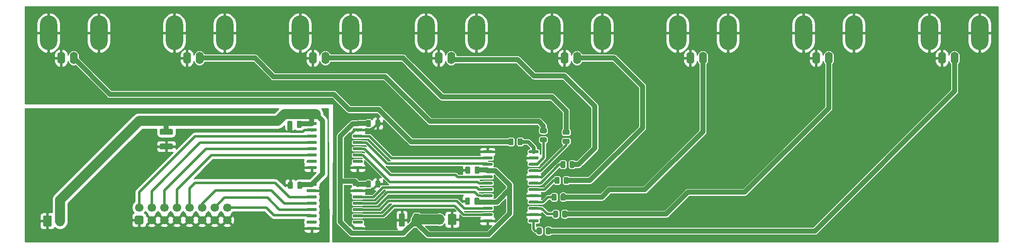
<source format=gbr>
%TF.GenerationSoftware,KiCad,Pcbnew,(5.1.10-1-10_14)*%
%TF.CreationDate,2021-10-08T10:07:37-04:00*%
%TF.ProjectId,BufferBox,42756666-6572-4426-9f78-2e6b69636164,1.1*%
%TF.SameCoordinates,Original*%
%TF.FileFunction,Copper,L1,Top*%
%TF.FilePolarity,Positive*%
%FSLAX46Y46*%
G04 Gerber Fmt 4.6, Leading zero omitted, Abs format (unit mm)*
G04 Created by KiCad (PCBNEW (5.1.10-1-10_14)) date 2021-10-08 10:07:37*
%MOMM*%
%LPD*%
G01*
G04 APERTURE LIST*
%TA.AperFunction,ComponentPad*%
%ADD10C,1.700000*%
%TD*%
%TA.AperFunction,ComponentPad*%
%ADD11O,1.740000X2.190000*%
%TD*%
%TA.AperFunction,ComponentPad*%
%ADD12O,1.600000X2.500000*%
%TD*%
%TA.AperFunction,ComponentPad*%
%ADD13O,3.500000X7.000000*%
%TD*%
%TA.AperFunction,ViaPad*%
%ADD14C,0.800000*%
%TD*%
%TA.AperFunction,ViaPad*%
%ADD15C,1.400000*%
%TD*%
%TA.AperFunction,Conductor*%
%ADD16C,0.500000*%
%TD*%
%TA.AperFunction,Conductor*%
%ADD17C,1.000000*%
%TD*%
%TA.AperFunction,Conductor*%
%ADD18C,2.000000*%
%TD*%
%TA.AperFunction,Conductor*%
%ADD19C,0.750000*%
%TD*%
%TA.AperFunction,Conductor*%
%ADD20C,0.254000*%
%TD*%
%TA.AperFunction,Conductor*%
%ADD21C,0.100000*%
%TD*%
G04 APERTURE END LIST*
%TO.P,U3,24*%
%TO.N,/GND2*%
%TA.AperFunction,SMDPad,CuDef*%
G36*
G01*
X143775000Y-110635000D02*
X143775000Y-110935000D01*
G75*
G02*
X143625000Y-111085000I-150000J0D01*
G01*
X141875000Y-111085000D01*
G75*
G02*
X141725000Y-110935000I0J150000D01*
G01*
X141725000Y-110635000D01*
G75*
G02*
X141875000Y-110485000I150000J0D01*
G01*
X143625000Y-110485000D01*
G75*
G02*
X143775000Y-110635000I0J-150000D01*
G01*
G37*
%TD.AperFunction*%
%TO.P,U3,23*%
%TO.N,Net-(U2-Pad11)*%
%TA.AperFunction,SMDPad,CuDef*%
G36*
G01*
X143775000Y-109365000D02*
X143775000Y-109665000D01*
G75*
G02*
X143625000Y-109815000I-150000J0D01*
G01*
X141875000Y-109815000D01*
G75*
G02*
X141725000Y-109665000I0J150000D01*
G01*
X141725000Y-109365000D01*
G75*
G02*
X141875000Y-109215000I150000J0D01*
G01*
X143625000Y-109215000D01*
G75*
G02*
X143775000Y-109365000I0J-150000D01*
G01*
G37*
%TD.AperFunction*%
%TO.P,U3,22*%
%TO.N,Net-(U2-Pad12)*%
%TA.AperFunction,SMDPad,CuDef*%
G36*
G01*
X143775000Y-108095000D02*
X143775000Y-108395000D01*
G75*
G02*
X143625000Y-108545000I-150000J0D01*
G01*
X141875000Y-108545000D01*
G75*
G02*
X141725000Y-108395000I0J150000D01*
G01*
X141725000Y-108095000D01*
G75*
G02*
X141875000Y-107945000I150000J0D01*
G01*
X143625000Y-107945000D01*
G75*
G02*
X143775000Y-108095000I0J-150000D01*
G01*
G37*
%TD.AperFunction*%
%TO.P,U3,21*%
%TO.N,/VDD2*%
%TA.AperFunction,SMDPad,CuDef*%
G36*
G01*
X143775000Y-106825000D02*
X143775000Y-107125000D01*
G75*
G02*
X143625000Y-107275000I-150000J0D01*
G01*
X141875000Y-107275000D01*
G75*
G02*
X141725000Y-107125000I0J150000D01*
G01*
X141725000Y-106825000D01*
G75*
G02*
X141875000Y-106675000I150000J0D01*
G01*
X143625000Y-106675000D01*
G75*
G02*
X143775000Y-106825000I0J-150000D01*
G01*
G37*
%TD.AperFunction*%
%TO.P,U3,20*%
%TO.N,Net-(U2-Pad13)*%
%TA.AperFunction,SMDPad,CuDef*%
G36*
G01*
X143775000Y-105555000D02*
X143775000Y-105855000D01*
G75*
G02*
X143625000Y-106005000I-150000J0D01*
G01*
X141875000Y-106005000D01*
G75*
G02*
X141725000Y-105855000I0J150000D01*
G01*
X141725000Y-105555000D01*
G75*
G02*
X141875000Y-105405000I150000J0D01*
G01*
X143625000Y-105405000D01*
G75*
G02*
X143775000Y-105555000I0J-150000D01*
G01*
G37*
%TD.AperFunction*%
%TO.P,U3,19*%
%TO.N,Net-(U2-Pad14)*%
%TA.AperFunction,SMDPad,CuDef*%
G36*
G01*
X143775000Y-104285000D02*
X143775000Y-104585000D01*
G75*
G02*
X143625000Y-104735000I-150000J0D01*
G01*
X141875000Y-104735000D01*
G75*
G02*
X141725000Y-104585000I0J150000D01*
G01*
X141725000Y-104285000D01*
G75*
G02*
X141875000Y-104135000I150000J0D01*
G01*
X143625000Y-104135000D01*
G75*
G02*
X143775000Y-104285000I0J-150000D01*
G01*
G37*
%TD.AperFunction*%
%TO.P,U3,18*%
%TO.N,Net-(U1-Pad11)*%
%TA.AperFunction,SMDPad,CuDef*%
G36*
G01*
X143775000Y-103015000D02*
X143775000Y-103315000D01*
G75*
G02*
X143625000Y-103465000I-150000J0D01*
G01*
X141875000Y-103465000D01*
G75*
G02*
X141725000Y-103315000I0J150000D01*
G01*
X141725000Y-103015000D01*
G75*
G02*
X141875000Y-102865000I150000J0D01*
G01*
X143625000Y-102865000D01*
G75*
G02*
X143775000Y-103015000I0J-150000D01*
G01*
G37*
%TD.AperFunction*%
%TO.P,U3,17*%
%TO.N,Net-(U1-Pad12)*%
%TA.AperFunction,SMDPad,CuDef*%
G36*
G01*
X143775000Y-101745000D02*
X143775000Y-102045000D01*
G75*
G02*
X143625000Y-102195000I-150000J0D01*
G01*
X141875000Y-102195000D01*
G75*
G02*
X141725000Y-102045000I0J150000D01*
G01*
X141725000Y-101745000D01*
G75*
G02*
X141875000Y-101595000I150000J0D01*
G01*
X143625000Y-101595000D01*
G75*
G02*
X143775000Y-101745000I0J-150000D01*
G01*
G37*
%TD.AperFunction*%
%TO.P,U3,16*%
%TO.N,/VDD2*%
%TA.AperFunction,SMDPad,CuDef*%
G36*
G01*
X143775000Y-100475000D02*
X143775000Y-100775000D01*
G75*
G02*
X143625000Y-100925000I-150000J0D01*
G01*
X141875000Y-100925000D01*
G75*
G02*
X141725000Y-100775000I0J150000D01*
G01*
X141725000Y-100475000D01*
G75*
G02*
X141875000Y-100325000I150000J0D01*
G01*
X143625000Y-100325000D01*
G75*
G02*
X143775000Y-100475000I0J-150000D01*
G01*
G37*
%TD.AperFunction*%
%TO.P,U3,15*%
%TO.N,Net-(U1-Pad13)*%
%TA.AperFunction,SMDPad,CuDef*%
G36*
G01*
X143775000Y-99205000D02*
X143775000Y-99505000D01*
G75*
G02*
X143625000Y-99655000I-150000J0D01*
G01*
X141875000Y-99655000D01*
G75*
G02*
X141725000Y-99505000I0J150000D01*
G01*
X141725000Y-99205000D01*
G75*
G02*
X141875000Y-99055000I150000J0D01*
G01*
X143625000Y-99055000D01*
G75*
G02*
X143775000Y-99205000I0J-150000D01*
G01*
G37*
%TD.AperFunction*%
%TO.P,U3,14*%
%TO.N,Net-(U1-Pad14)*%
%TA.AperFunction,SMDPad,CuDef*%
G36*
G01*
X143775000Y-97935000D02*
X143775000Y-98235000D01*
G75*
G02*
X143625000Y-98385000I-150000J0D01*
G01*
X141875000Y-98385000D01*
G75*
G02*
X141725000Y-98235000I0J150000D01*
G01*
X141725000Y-97935000D01*
G75*
G02*
X141875000Y-97785000I150000J0D01*
G01*
X143625000Y-97785000D01*
G75*
G02*
X143775000Y-97935000I0J-150000D01*
G01*
G37*
%TD.AperFunction*%
%TO.P,U3,13*%
%TO.N,/GND2*%
%TA.AperFunction,SMDPad,CuDef*%
G36*
G01*
X143775000Y-96665000D02*
X143775000Y-96965000D01*
G75*
G02*
X143625000Y-97115000I-150000J0D01*
G01*
X141875000Y-97115000D01*
G75*
G02*
X141725000Y-96965000I0J150000D01*
G01*
X141725000Y-96665000D01*
G75*
G02*
X141875000Y-96515000I150000J0D01*
G01*
X143625000Y-96515000D01*
G75*
G02*
X143775000Y-96665000I0J-150000D01*
G01*
G37*
%TD.AperFunction*%
%TO.P,U3,12*%
%TO.N,Net-(R2-Pad1)*%
%TA.AperFunction,SMDPad,CuDef*%
G36*
G01*
X153075000Y-96665000D02*
X153075000Y-96965000D01*
G75*
G02*
X152925000Y-97115000I-150000J0D01*
G01*
X151175000Y-97115000D01*
G75*
G02*
X151025000Y-96965000I0J150000D01*
G01*
X151025000Y-96665000D01*
G75*
G02*
X151175000Y-96515000I150000J0D01*
G01*
X152925000Y-96515000D01*
G75*
G02*
X153075000Y-96665000I0J-150000D01*
G01*
G37*
%TD.AperFunction*%
%TO.P,U3,11*%
%TO.N,/GND2*%
%TA.AperFunction,SMDPad,CuDef*%
G36*
G01*
X153075000Y-97935000D02*
X153075000Y-98235000D01*
G75*
G02*
X152925000Y-98385000I-150000J0D01*
G01*
X151175000Y-98385000D01*
G75*
G02*
X151025000Y-98235000I0J150000D01*
G01*
X151025000Y-97935000D01*
G75*
G02*
X151175000Y-97785000I150000J0D01*
G01*
X152925000Y-97785000D01*
G75*
G02*
X153075000Y-97935000I0J-150000D01*
G01*
G37*
%TD.AperFunction*%
%TO.P,U3,10*%
%TO.N,Net-(R3-Pad1)*%
%TA.AperFunction,SMDPad,CuDef*%
G36*
G01*
X153075000Y-99205000D02*
X153075000Y-99505000D01*
G75*
G02*
X152925000Y-99655000I-150000J0D01*
G01*
X151175000Y-99655000D01*
G75*
G02*
X151025000Y-99505000I0J150000D01*
G01*
X151025000Y-99205000D01*
G75*
G02*
X151175000Y-99055000I150000J0D01*
G01*
X152925000Y-99055000D01*
G75*
G02*
X153075000Y-99205000I0J-150000D01*
G01*
G37*
%TD.AperFunction*%
%TO.P,U3,9*%
%TO.N,Net-(R4-Pad1)*%
%TA.AperFunction,SMDPad,CuDef*%
G36*
G01*
X153075000Y-100475000D02*
X153075000Y-100775000D01*
G75*
G02*
X152925000Y-100925000I-150000J0D01*
G01*
X151175000Y-100925000D01*
G75*
G02*
X151025000Y-100775000I0J150000D01*
G01*
X151025000Y-100475000D01*
G75*
G02*
X151175000Y-100325000I150000J0D01*
G01*
X152925000Y-100325000D01*
G75*
G02*
X153075000Y-100475000I0J-150000D01*
G01*
G37*
%TD.AperFunction*%
%TO.P,U3,8*%
%TO.N,/GND2*%
%TA.AperFunction,SMDPad,CuDef*%
G36*
G01*
X153075000Y-101745000D02*
X153075000Y-102045000D01*
G75*
G02*
X152925000Y-102195000I-150000J0D01*
G01*
X151175000Y-102195000D01*
G75*
G02*
X151025000Y-102045000I0J150000D01*
G01*
X151025000Y-101745000D01*
G75*
G02*
X151175000Y-101595000I150000J0D01*
G01*
X152925000Y-101595000D01*
G75*
G02*
X153075000Y-101745000I0J-150000D01*
G01*
G37*
%TD.AperFunction*%
%TO.P,U3,7*%
%TO.N,Net-(R5-Pad1)*%
%TA.AperFunction,SMDPad,CuDef*%
G36*
G01*
X153075000Y-103015000D02*
X153075000Y-103315000D01*
G75*
G02*
X152925000Y-103465000I-150000J0D01*
G01*
X151175000Y-103465000D01*
G75*
G02*
X151025000Y-103315000I0J150000D01*
G01*
X151025000Y-103015000D01*
G75*
G02*
X151175000Y-102865000I150000J0D01*
G01*
X152925000Y-102865000D01*
G75*
G02*
X153075000Y-103015000I0J-150000D01*
G01*
G37*
%TD.AperFunction*%
%TO.P,U3,6*%
%TO.N,Net-(R6-Pad1)*%
%TA.AperFunction,SMDPad,CuDef*%
G36*
G01*
X153075000Y-104285000D02*
X153075000Y-104585000D01*
G75*
G02*
X152925000Y-104735000I-150000J0D01*
G01*
X151175000Y-104735000D01*
G75*
G02*
X151025000Y-104585000I0J150000D01*
G01*
X151025000Y-104285000D01*
G75*
G02*
X151175000Y-104135000I150000J0D01*
G01*
X152925000Y-104135000D01*
G75*
G02*
X153075000Y-104285000I0J-150000D01*
G01*
G37*
%TD.AperFunction*%
%TO.P,U3,5*%
%TO.N,/GND2*%
%TA.AperFunction,SMDPad,CuDef*%
G36*
G01*
X153075000Y-105555000D02*
X153075000Y-105855000D01*
G75*
G02*
X152925000Y-106005000I-150000J0D01*
G01*
X151175000Y-106005000D01*
G75*
G02*
X151025000Y-105855000I0J150000D01*
G01*
X151025000Y-105555000D01*
G75*
G02*
X151175000Y-105405000I150000J0D01*
G01*
X152925000Y-105405000D01*
G75*
G02*
X153075000Y-105555000I0J-150000D01*
G01*
G37*
%TD.AperFunction*%
%TO.P,U3,4*%
%TO.N,Net-(R7-Pad1)*%
%TA.AperFunction,SMDPad,CuDef*%
G36*
G01*
X153075000Y-106825000D02*
X153075000Y-107125000D01*
G75*
G02*
X152925000Y-107275000I-150000J0D01*
G01*
X151175000Y-107275000D01*
G75*
G02*
X151025000Y-107125000I0J150000D01*
G01*
X151025000Y-106825000D01*
G75*
G02*
X151175000Y-106675000I150000J0D01*
G01*
X152925000Y-106675000D01*
G75*
G02*
X153075000Y-106825000I0J-150000D01*
G01*
G37*
%TD.AperFunction*%
%TO.P,U3,3*%
%TO.N,Net-(R8-Pad1)*%
%TA.AperFunction,SMDPad,CuDef*%
G36*
G01*
X153075000Y-108095000D02*
X153075000Y-108395000D01*
G75*
G02*
X152925000Y-108545000I-150000J0D01*
G01*
X151175000Y-108545000D01*
G75*
G02*
X151025000Y-108395000I0J150000D01*
G01*
X151025000Y-108095000D01*
G75*
G02*
X151175000Y-107945000I150000J0D01*
G01*
X152925000Y-107945000D01*
G75*
G02*
X153075000Y-108095000I0J-150000D01*
G01*
G37*
%TD.AperFunction*%
%TO.P,U3,2*%
%TO.N,/GND2*%
%TA.AperFunction,SMDPad,CuDef*%
G36*
G01*
X153075000Y-109365000D02*
X153075000Y-109665000D01*
G75*
G02*
X152925000Y-109815000I-150000J0D01*
G01*
X151175000Y-109815000D01*
G75*
G02*
X151025000Y-109665000I0J150000D01*
G01*
X151025000Y-109365000D01*
G75*
G02*
X151175000Y-109215000I150000J0D01*
G01*
X152925000Y-109215000D01*
G75*
G02*
X153075000Y-109365000I0J-150000D01*
G01*
G37*
%TD.AperFunction*%
%TO.P,U3,1*%
%TO.N,Net-(R9-Pad1)*%
%TA.AperFunction,SMDPad,CuDef*%
G36*
G01*
X153075000Y-110635000D02*
X153075000Y-110935000D01*
G75*
G02*
X152925000Y-111085000I-150000J0D01*
G01*
X151175000Y-111085000D01*
G75*
G02*
X151025000Y-110935000I0J150000D01*
G01*
X151025000Y-110635000D01*
G75*
G02*
X151175000Y-110485000I150000J0D01*
G01*
X152925000Y-110485000D01*
G75*
G02*
X153075000Y-110635000I0J-150000D01*
G01*
G37*
%TD.AperFunction*%
%TD*%
%TO.P,U2,16*%
%TO.N,/VDD2*%
%TA.AperFunction,SMDPad,CuDef*%
G36*
G01*
X115525000Y-103555000D02*
X115525000Y-103255000D01*
G75*
G02*
X115675000Y-103105000I150000J0D01*
G01*
X117425000Y-103105000D01*
G75*
G02*
X117575000Y-103255000I0J-150000D01*
G01*
X117575000Y-103555000D01*
G75*
G02*
X117425000Y-103705000I-150000J0D01*
G01*
X115675000Y-103705000D01*
G75*
G02*
X115525000Y-103555000I0J150000D01*
G01*
G37*
%TD.AperFunction*%
%TO.P,U2,15*%
%TO.N,/GND2*%
%TA.AperFunction,SMDPad,CuDef*%
G36*
G01*
X115525000Y-104825000D02*
X115525000Y-104525000D01*
G75*
G02*
X115675000Y-104375000I150000J0D01*
G01*
X117425000Y-104375000D01*
G75*
G02*
X117575000Y-104525000I0J-150000D01*
G01*
X117575000Y-104825000D01*
G75*
G02*
X117425000Y-104975000I-150000J0D01*
G01*
X115675000Y-104975000D01*
G75*
G02*
X115525000Y-104825000I0J150000D01*
G01*
G37*
%TD.AperFunction*%
%TO.P,U2,14*%
%TO.N,Net-(U2-Pad14)*%
%TA.AperFunction,SMDPad,CuDef*%
G36*
G01*
X115525000Y-106095000D02*
X115525000Y-105795000D01*
G75*
G02*
X115675000Y-105645000I150000J0D01*
G01*
X117425000Y-105645000D01*
G75*
G02*
X117575000Y-105795000I0J-150000D01*
G01*
X117575000Y-106095000D01*
G75*
G02*
X117425000Y-106245000I-150000J0D01*
G01*
X115675000Y-106245000D01*
G75*
G02*
X115525000Y-106095000I0J150000D01*
G01*
G37*
%TD.AperFunction*%
%TO.P,U2,13*%
%TO.N,Net-(U2-Pad13)*%
%TA.AperFunction,SMDPad,CuDef*%
G36*
G01*
X115525000Y-107365000D02*
X115525000Y-107065000D01*
G75*
G02*
X115675000Y-106915000I150000J0D01*
G01*
X117425000Y-106915000D01*
G75*
G02*
X117575000Y-107065000I0J-150000D01*
G01*
X117575000Y-107365000D01*
G75*
G02*
X117425000Y-107515000I-150000J0D01*
G01*
X115675000Y-107515000D01*
G75*
G02*
X115525000Y-107365000I0J150000D01*
G01*
G37*
%TD.AperFunction*%
%TO.P,U2,12*%
%TO.N,Net-(U2-Pad12)*%
%TA.AperFunction,SMDPad,CuDef*%
G36*
G01*
X115525000Y-108635000D02*
X115525000Y-108335000D01*
G75*
G02*
X115675000Y-108185000I150000J0D01*
G01*
X117425000Y-108185000D01*
G75*
G02*
X117575000Y-108335000I0J-150000D01*
G01*
X117575000Y-108635000D01*
G75*
G02*
X117425000Y-108785000I-150000J0D01*
G01*
X115675000Y-108785000D01*
G75*
G02*
X115525000Y-108635000I0J150000D01*
G01*
G37*
%TD.AperFunction*%
%TO.P,U2,11*%
%TO.N,Net-(U2-Pad11)*%
%TA.AperFunction,SMDPad,CuDef*%
G36*
G01*
X115525000Y-109905000D02*
X115525000Y-109605000D01*
G75*
G02*
X115675000Y-109455000I150000J0D01*
G01*
X117425000Y-109455000D01*
G75*
G02*
X117575000Y-109605000I0J-150000D01*
G01*
X117575000Y-109905000D01*
G75*
G02*
X117425000Y-110055000I-150000J0D01*
G01*
X115675000Y-110055000D01*
G75*
G02*
X115525000Y-109905000I0J150000D01*
G01*
G37*
%TD.AperFunction*%
%TO.P,U2,10*%
%TO.N,Net-(U2-Pad10)*%
%TA.AperFunction,SMDPad,CuDef*%
G36*
G01*
X115525000Y-111175000D02*
X115525000Y-110875000D01*
G75*
G02*
X115675000Y-110725000I150000J0D01*
G01*
X117425000Y-110725000D01*
G75*
G02*
X117575000Y-110875000I0J-150000D01*
G01*
X117575000Y-111175000D01*
G75*
G02*
X117425000Y-111325000I-150000J0D01*
G01*
X115675000Y-111325000D01*
G75*
G02*
X115525000Y-111175000I0J150000D01*
G01*
G37*
%TD.AperFunction*%
%TO.P,U2,9*%
%TO.N,/GND2*%
%TA.AperFunction,SMDPad,CuDef*%
G36*
G01*
X115525000Y-112445000D02*
X115525000Y-112145000D01*
G75*
G02*
X115675000Y-111995000I150000J0D01*
G01*
X117425000Y-111995000D01*
G75*
G02*
X117575000Y-112145000I0J-150000D01*
G01*
X117575000Y-112445000D01*
G75*
G02*
X117425000Y-112595000I-150000J0D01*
G01*
X115675000Y-112595000D01*
G75*
G02*
X115525000Y-112445000I0J150000D01*
G01*
G37*
%TD.AperFunction*%
%TO.P,U2,8*%
%TO.N,/GND1*%
%TA.AperFunction,SMDPad,CuDef*%
G36*
G01*
X106225000Y-112445000D02*
X106225000Y-112145000D01*
G75*
G02*
X106375000Y-111995000I150000J0D01*
G01*
X108125000Y-111995000D01*
G75*
G02*
X108275000Y-112145000I0J-150000D01*
G01*
X108275000Y-112445000D01*
G75*
G02*
X108125000Y-112595000I-150000J0D01*
G01*
X106375000Y-112595000D01*
G75*
G02*
X106225000Y-112445000I0J150000D01*
G01*
G37*
%TD.AperFunction*%
%TO.P,U2,7*%
%TO.N,Net-(U2-Pad7)*%
%TA.AperFunction,SMDPad,CuDef*%
G36*
G01*
X106225000Y-111175000D02*
X106225000Y-110875000D01*
G75*
G02*
X106375000Y-110725000I150000J0D01*
G01*
X108125000Y-110725000D01*
G75*
G02*
X108275000Y-110875000I0J-150000D01*
G01*
X108275000Y-111175000D01*
G75*
G02*
X108125000Y-111325000I-150000J0D01*
G01*
X106375000Y-111325000D01*
G75*
G02*
X106225000Y-111175000I0J150000D01*
G01*
G37*
%TD.AperFunction*%
%TO.P,U2,6*%
%TO.N,/P7*%
%TA.AperFunction,SMDPad,CuDef*%
G36*
G01*
X106225000Y-109905000D02*
X106225000Y-109605000D01*
G75*
G02*
X106375000Y-109455000I150000J0D01*
G01*
X108125000Y-109455000D01*
G75*
G02*
X108275000Y-109605000I0J-150000D01*
G01*
X108275000Y-109905000D01*
G75*
G02*
X108125000Y-110055000I-150000J0D01*
G01*
X106375000Y-110055000D01*
G75*
G02*
X106225000Y-109905000I0J150000D01*
G01*
G37*
%TD.AperFunction*%
%TO.P,U2,5*%
%TO.N,/P6*%
%TA.AperFunction,SMDPad,CuDef*%
G36*
G01*
X106225000Y-108635000D02*
X106225000Y-108335000D01*
G75*
G02*
X106375000Y-108185000I150000J0D01*
G01*
X108125000Y-108185000D01*
G75*
G02*
X108275000Y-108335000I0J-150000D01*
G01*
X108275000Y-108635000D01*
G75*
G02*
X108125000Y-108785000I-150000J0D01*
G01*
X106375000Y-108785000D01*
G75*
G02*
X106225000Y-108635000I0J150000D01*
G01*
G37*
%TD.AperFunction*%
%TO.P,U2,4*%
%TO.N,/P5*%
%TA.AperFunction,SMDPad,CuDef*%
G36*
G01*
X106225000Y-107365000D02*
X106225000Y-107065000D01*
G75*
G02*
X106375000Y-106915000I150000J0D01*
G01*
X108125000Y-106915000D01*
G75*
G02*
X108275000Y-107065000I0J-150000D01*
G01*
X108275000Y-107365000D01*
G75*
G02*
X108125000Y-107515000I-150000J0D01*
G01*
X106375000Y-107515000D01*
G75*
G02*
X106225000Y-107365000I0J150000D01*
G01*
G37*
%TD.AperFunction*%
%TO.P,U2,3*%
%TO.N,/P4*%
%TA.AperFunction,SMDPad,CuDef*%
G36*
G01*
X106225000Y-106095000D02*
X106225000Y-105795000D01*
G75*
G02*
X106375000Y-105645000I150000J0D01*
G01*
X108125000Y-105645000D01*
G75*
G02*
X108275000Y-105795000I0J-150000D01*
G01*
X108275000Y-106095000D01*
G75*
G02*
X108125000Y-106245000I-150000J0D01*
G01*
X106375000Y-106245000D01*
G75*
G02*
X106225000Y-106095000I0J150000D01*
G01*
G37*
%TD.AperFunction*%
%TO.P,U2,2*%
%TO.N,/GND1*%
%TA.AperFunction,SMDPad,CuDef*%
G36*
G01*
X106225000Y-104825000D02*
X106225000Y-104525000D01*
G75*
G02*
X106375000Y-104375000I150000J0D01*
G01*
X108125000Y-104375000D01*
G75*
G02*
X108275000Y-104525000I0J-150000D01*
G01*
X108275000Y-104825000D01*
G75*
G02*
X108125000Y-104975000I-150000J0D01*
G01*
X106375000Y-104975000D01*
G75*
G02*
X106225000Y-104825000I0J150000D01*
G01*
G37*
%TD.AperFunction*%
%TO.P,U2,1*%
%TO.N,/VDD1*%
%TA.AperFunction,SMDPad,CuDef*%
G36*
G01*
X106225000Y-103555000D02*
X106225000Y-103255000D01*
G75*
G02*
X106375000Y-103105000I150000J0D01*
G01*
X108125000Y-103105000D01*
G75*
G02*
X108275000Y-103255000I0J-150000D01*
G01*
X108275000Y-103555000D01*
G75*
G02*
X108125000Y-103705000I-150000J0D01*
G01*
X106375000Y-103705000D01*
G75*
G02*
X106225000Y-103555000I0J150000D01*
G01*
G37*
%TD.AperFunction*%
%TD*%
%TO.P,C4,2*%
%TO.N,/GND1*%
%TA.AperFunction,SMDPad,CuDef*%
G36*
G01*
X103450000Y-103125000D02*
X103450000Y-104075000D01*
G75*
G02*
X103200000Y-104325000I-250000J0D01*
G01*
X102700000Y-104325000D01*
G75*
G02*
X102450000Y-104075000I0J250000D01*
G01*
X102450000Y-103125000D01*
G75*
G02*
X102700000Y-102875000I250000J0D01*
G01*
X103200000Y-102875000D01*
G75*
G02*
X103450000Y-103125000I0J-250000D01*
G01*
G37*
%TD.AperFunction*%
%TO.P,C4,1*%
%TO.N,/VDD1*%
%TA.AperFunction,SMDPad,CuDef*%
G36*
G01*
X105350000Y-103125000D02*
X105350000Y-104075000D01*
G75*
G02*
X105100000Y-104325000I-250000J0D01*
G01*
X104600000Y-104325000D01*
G75*
G02*
X104350000Y-104075000I0J250000D01*
G01*
X104350000Y-103125000D01*
G75*
G02*
X104600000Y-102875000I250000J0D01*
G01*
X105100000Y-102875000D01*
G75*
G02*
X105350000Y-103125000I0J-250000D01*
G01*
G37*
%TD.AperFunction*%
%TD*%
%TO.P,C8,2*%
%TO.N,/GND2*%
%TA.AperFunction,SMDPad,CuDef*%
G36*
G01*
X139250000Y-100050000D02*
X139250000Y-101000000D01*
G75*
G02*
X139000000Y-101250000I-250000J0D01*
G01*
X138500000Y-101250000D01*
G75*
G02*
X138250000Y-101000000I0J250000D01*
G01*
X138250000Y-100050000D01*
G75*
G02*
X138500000Y-99800000I250000J0D01*
G01*
X139000000Y-99800000D01*
G75*
G02*
X139250000Y-100050000I0J-250000D01*
G01*
G37*
%TD.AperFunction*%
%TO.P,C8,1*%
%TO.N,/VDD2*%
%TA.AperFunction,SMDPad,CuDef*%
G36*
G01*
X141150000Y-100050000D02*
X141150000Y-101000000D01*
G75*
G02*
X140900000Y-101250000I-250000J0D01*
G01*
X140400000Y-101250000D01*
G75*
G02*
X140150000Y-101000000I0J250000D01*
G01*
X140150000Y-100050000D01*
G75*
G02*
X140400000Y-99800000I250000J0D01*
G01*
X140900000Y-99800000D01*
G75*
G02*
X141150000Y-100050000I0J-250000D01*
G01*
G37*
%TD.AperFunction*%
%TD*%
D10*
%TO.P,J10,16*%
%TO.N,/P7*%
X90180000Y-108060000D03*
%TO.P,J10,14*%
%TO.N,/P6*%
X87640000Y-108060000D03*
%TO.P,J10,12*%
%TO.N,/P5*%
X85100000Y-108060000D03*
%TO.P,J10,10*%
%TO.N,/P4*%
X82560000Y-108060000D03*
%TO.P,J10,8*%
%TO.N,/P3*%
X80020000Y-108060000D03*
%TO.P,J10,6*%
%TO.N,/P2*%
X77480000Y-108060000D03*
%TO.P,J10,4*%
%TO.N,/P1*%
X74940000Y-108060000D03*
%TO.P,J10,2*%
%TO.N,/P0*%
X72400000Y-108060000D03*
%TO.P,J10,15*%
%TO.N,/GND1*%
X90180000Y-110600000D03*
%TO.P,J10,13*%
X87640000Y-110600000D03*
%TO.P,J10,11*%
X85100000Y-110600000D03*
%TO.P,J10,9*%
X82560000Y-110600000D03*
%TO.P,J10,7*%
X80020000Y-110600000D03*
%TO.P,J10,5*%
X77480000Y-110600000D03*
%TO.P,J10,3*%
X74940000Y-110600000D03*
%TO.P,J10,1*%
%TA.AperFunction,ComponentPad*%
G36*
G01*
X73000000Y-111450000D02*
X71800000Y-111450000D01*
G75*
G02*
X71550000Y-111200000I0J250000D01*
G01*
X71550000Y-110000000D01*
G75*
G02*
X71800000Y-109750000I250000J0D01*
G01*
X73000000Y-109750000D01*
G75*
G02*
X73250000Y-110000000I0J-250000D01*
G01*
X73250000Y-111200000D01*
G75*
G02*
X73000000Y-111450000I-250000J0D01*
G01*
G37*
%TD.AperFunction*%
%TD*%
%TO.P,R9,2*%
%TO.N,Net-(J7-Pad1)*%
%TA.AperFunction,SMDPad,CuDef*%
G36*
G01*
X154487500Y-113250002D02*
X154487500Y-112349998D01*
G75*
G02*
X154737498Y-112100000I249998J0D01*
G01*
X155262502Y-112100000D01*
G75*
G02*
X155512500Y-112349998I0J-249998D01*
G01*
X155512500Y-113250002D01*
G75*
G02*
X155262502Y-113500000I-249998J0D01*
G01*
X154737498Y-113500000D01*
G75*
G02*
X154487500Y-113250002I0J249998D01*
G01*
G37*
%TD.AperFunction*%
%TO.P,R9,1*%
%TO.N,Net-(R9-Pad1)*%
%TA.AperFunction,SMDPad,CuDef*%
G36*
G01*
X152662500Y-113250002D02*
X152662500Y-112349998D01*
G75*
G02*
X152912498Y-112100000I249998J0D01*
G01*
X153437502Y-112100000D01*
G75*
G02*
X153687500Y-112349998I0J-249998D01*
G01*
X153687500Y-113250002D01*
G75*
G02*
X153437502Y-113500000I-249998J0D01*
G01*
X152912498Y-113500000D01*
G75*
G02*
X152662500Y-113250002I0J249998D01*
G01*
G37*
%TD.AperFunction*%
%TD*%
%TO.P,R8,2*%
%TO.N,Net-(J6-Pad1)*%
%TA.AperFunction,SMDPad,CuDef*%
G36*
G01*
X157800000Y-109850002D02*
X157800000Y-108949998D01*
G75*
G02*
X158049998Y-108700000I249998J0D01*
G01*
X158575002Y-108700000D01*
G75*
G02*
X158825000Y-108949998I0J-249998D01*
G01*
X158825000Y-109850002D01*
G75*
G02*
X158575002Y-110100000I-249998J0D01*
G01*
X158049998Y-110100000D01*
G75*
G02*
X157800000Y-109850002I0J249998D01*
G01*
G37*
%TD.AperFunction*%
%TO.P,R8,1*%
%TO.N,Net-(R8-Pad1)*%
%TA.AperFunction,SMDPad,CuDef*%
G36*
G01*
X155975000Y-109850002D02*
X155975000Y-108949998D01*
G75*
G02*
X156224998Y-108700000I249998J0D01*
G01*
X156750002Y-108700000D01*
G75*
G02*
X157000000Y-108949998I0J-249998D01*
G01*
X157000000Y-109850002D01*
G75*
G02*
X156750002Y-110100000I-249998J0D01*
G01*
X156224998Y-110100000D01*
G75*
G02*
X155975000Y-109850002I0J249998D01*
G01*
G37*
%TD.AperFunction*%
%TD*%
%TO.P,R7,2*%
%TO.N,Net-(J5-Pad1)*%
%TA.AperFunction,SMDPad,CuDef*%
G36*
G01*
X157487500Y-106450002D02*
X157487500Y-105549998D01*
G75*
G02*
X157737498Y-105300000I249998J0D01*
G01*
X158262502Y-105300000D01*
G75*
G02*
X158512500Y-105549998I0J-249998D01*
G01*
X158512500Y-106450002D01*
G75*
G02*
X158262502Y-106700000I-249998J0D01*
G01*
X157737498Y-106700000D01*
G75*
G02*
X157487500Y-106450002I0J249998D01*
G01*
G37*
%TD.AperFunction*%
%TO.P,R7,1*%
%TO.N,Net-(R7-Pad1)*%
%TA.AperFunction,SMDPad,CuDef*%
G36*
G01*
X155662500Y-106450002D02*
X155662500Y-105549998D01*
G75*
G02*
X155912498Y-105300000I249998J0D01*
G01*
X156437502Y-105300000D01*
G75*
G02*
X156687500Y-105549998I0J-249998D01*
G01*
X156687500Y-106450002D01*
G75*
G02*
X156437502Y-106700000I-249998J0D01*
G01*
X155912498Y-106700000D01*
G75*
G02*
X155662500Y-106450002I0J249998D01*
G01*
G37*
%TD.AperFunction*%
%TD*%
%TO.P,C1,2*%
%TO.N,/GND1*%
%TA.AperFunction,SMDPad,CuDef*%
G36*
G01*
X76799999Y-95175000D02*
X79000001Y-95175000D01*
G75*
G02*
X79250000Y-95424999I0J-249999D01*
G01*
X79250000Y-96075001D01*
G75*
G02*
X79000001Y-96325000I-249999J0D01*
G01*
X76799999Y-96325000D01*
G75*
G02*
X76550000Y-96075001I0J249999D01*
G01*
X76550000Y-95424999D01*
G75*
G02*
X76799999Y-95175000I249999J0D01*
G01*
G37*
%TD.AperFunction*%
%TO.P,C1,1*%
%TO.N,/VDD1*%
%TA.AperFunction,SMDPad,CuDef*%
G36*
G01*
X76799999Y-92225000D02*
X79000001Y-92225000D01*
G75*
G02*
X79250000Y-92474999I0J-249999D01*
G01*
X79250000Y-93125001D01*
G75*
G02*
X79000001Y-93375000I-249999J0D01*
G01*
X76799999Y-93375000D01*
G75*
G02*
X76550000Y-93125001I0J249999D01*
G01*
X76550000Y-92474999D01*
G75*
G02*
X76799999Y-92225000I249999J0D01*
G01*
G37*
%TD.AperFunction*%
%TD*%
%TO.P,U1,16*%
%TO.N,/VDD2*%
%TA.AperFunction,SMDPad,CuDef*%
G36*
G01*
X115525000Y-91305000D02*
X115525000Y-91005000D01*
G75*
G02*
X115675000Y-90855000I150000J0D01*
G01*
X117425000Y-90855000D01*
G75*
G02*
X117575000Y-91005000I0J-150000D01*
G01*
X117575000Y-91305000D01*
G75*
G02*
X117425000Y-91455000I-150000J0D01*
G01*
X115675000Y-91455000D01*
G75*
G02*
X115525000Y-91305000I0J150000D01*
G01*
G37*
%TD.AperFunction*%
%TO.P,U1,15*%
%TO.N,/GND2*%
%TA.AperFunction,SMDPad,CuDef*%
G36*
G01*
X115525000Y-92575000D02*
X115525000Y-92275000D01*
G75*
G02*
X115675000Y-92125000I150000J0D01*
G01*
X117425000Y-92125000D01*
G75*
G02*
X117575000Y-92275000I0J-150000D01*
G01*
X117575000Y-92575000D01*
G75*
G02*
X117425000Y-92725000I-150000J0D01*
G01*
X115675000Y-92725000D01*
G75*
G02*
X115525000Y-92575000I0J150000D01*
G01*
G37*
%TD.AperFunction*%
%TO.P,U1,14*%
%TO.N,Net-(U1-Pad14)*%
%TA.AperFunction,SMDPad,CuDef*%
G36*
G01*
X115525000Y-93845000D02*
X115525000Y-93545000D01*
G75*
G02*
X115675000Y-93395000I150000J0D01*
G01*
X117425000Y-93395000D01*
G75*
G02*
X117575000Y-93545000I0J-150000D01*
G01*
X117575000Y-93845000D01*
G75*
G02*
X117425000Y-93995000I-150000J0D01*
G01*
X115675000Y-93995000D01*
G75*
G02*
X115525000Y-93845000I0J150000D01*
G01*
G37*
%TD.AperFunction*%
%TO.P,U1,13*%
%TO.N,Net-(U1-Pad13)*%
%TA.AperFunction,SMDPad,CuDef*%
G36*
G01*
X115525000Y-95115000D02*
X115525000Y-94815000D01*
G75*
G02*
X115675000Y-94665000I150000J0D01*
G01*
X117425000Y-94665000D01*
G75*
G02*
X117575000Y-94815000I0J-150000D01*
G01*
X117575000Y-95115000D01*
G75*
G02*
X117425000Y-95265000I-150000J0D01*
G01*
X115675000Y-95265000D01*
G75*
G02*
X115525000Y-95115000I0J150000D01*
G01*
G37*
%TD.AperFunction*%
%TO.P,U1,12*%
%TO.N,Net-(U1-Pad12)*%
%TA.AperFunction,SMDPad,CuDef*%
G36*
G01*
X115525000Y-96385000D02*
X115525000Y-96085000D01*
G75*
G02*
X115675000Y-95935000I150000J0D01*
G01*
X117425000Y-95935000D01*
G75*
G02*
X117575000Y-96085000I0J-150000D01*
G01*
X117575000Y-96385000D01*
G75*
G02*
X117425000Y-96535000I-150000J0D01*
G01*
X115675000Y-96535000D01*
G75*
G02*
X115525000Y-96385000I0J150000D01*
G01*
G37*
%TD.AperFunction*%
%TO.P,U1,11*%
%TO.N,Net-(U1-Pad11)*%
%TA.AperFunction,SMDPad,CuDef*%
G36*
G01*
X115525000Y-97655000D02*
X115525000Y-97355000D01*
G75*
G02*
X115675000Y-97205000I150000J0D01*
G01*
X117425000Y-97205000D01*
G75*
G02*
X117575000Y-97355000I0J-150000D01*
G01*
X117575000Y-97655000D01*
G75*
G02*
X117425000Y-97805000I-150000J0D01*
G01*
X115675000Y-97805000D01*
G75*
G02*
X115525000Y-97655000I0J150000D01*
G01*
G37*
%TD.AperFunction*%
%TO.P,U1,10*%
%TO.N,Net-(U1-Pad10)*%
%TA.AperFunction,SMDPad,CuDef*%
G36*
G01*
X115525000Y-98925000D02*
X115525000Y-98625000D01*
G75*
G02*
X115675000Y-98475000I150000J0D01*
G01*
X117425000Y-98475000D01*
G75*
G02*
X117575000Y-98625000I0J-150000D01*
G01*
X117575000Y-98925000D01*
G75*
G02*
X117425000Y-99075000I-150000J0D01*
G01*
X115675000Y-99075000D01*
G75*
G02*
X115525000Y-98925000I0J150000D01*
G01*
G37*
%TD.AperFunction*%
%TO.P,U1,9*%
%TO.N,/GND2*%
%TA.AperFunction,SMDPad,CuDef*%
G36*
G01*
X115525000Y-100195000D02*
X115525000Y-99895000D01*
G75*
G02*
X115675000Y-99745000I150000J0D01*
G01*
X117425000Y-99745000D01*
G75*
G02*
X117575000Y-99895000I0J-150000D01*
G01*
X117575000Y-100195000D01*
G75*
G02*
X117425000Y-100345000I-150000J0D01*
G01*
X115675000Y-100345000D01*
G75*
G02*
X115525000Y-100195000I0J150000D01*
G01*
G37*
%TD.AperFunction*%
%TO.P,U1,8*%
%TO.N,/GND1*%
%TA.AperFunction,SMDPad,CuDef*%
G36*
G01*
X106225000Y-100195000D02*
X106225000Y-99895000D01*
G75*
G02*
X106375000Y-99745000I150000J0D01*
G01*
X108125000Y-99745000D01*
G75*
G02*
X108275000Y-99895000I0J-150000D01*
G01*
X108275000Y-100195000D01*
G75*
G02*
X108125000Y-100345000I-150000J0D01*
G01*
X106375000Y-100345000D01*
G75*
G02*
X106225000Y-100195000I0J150000D01*
G01*
G37*
%TD.AperFunction*%
%TO.P,U1,7*%
%TO.N,Net-(U1-Pad7)*%
%TA.AperFunction,SMDPad,CuDef*%
G36*
G01*
X106225000Y-98925000D02*
X106225000Y-98625000D01*
G75*
G02*
X106375000Y-98475000I150000J0D01*
G01*
X108125000Y-98475000D01*
G75*
G02*
X108275000Y-98625000I0J-150000D01*
G01*
X108275000Y-98925000D01*
G75*
G02*
X108125000Y-99075000I-150000J0D01*
G01*
X106375000Y-99075000D01*
G75*
G02*
X106225000Y-98925000I0J150000D01*
G01*
G37*
%TD.AperFunction*%
%TO.P,U1,6*%
%TO.N,/P3*%
%TA.AperFunction,SMDPad,CuDef*%
G36*
G01*
X106225000Y-97655000D02*
X106225000Y-97355000D01*
G75*
G02*
X106375000Y-97205000I150000J0D01*
G01*
X108125000Y-97205000D01*
G75*
G02*
X108275000Y-97355000I0J-150000D01*
G01*
X108275000Y-97655000D01*
G75*
G02*
X108125000Y-97805000I-150000J0D01*
G01*
X106375000Y-97805000D01*
G75*
G02*
X106225000Y-97655000I0J150000D01*
G01*
G37*
%TD.AperFunction*%
%TO.P,U1,5*%
%TO.N,/P2*%
%TA.AperFunction,SMDPad,CuDef*%
G36*
G01*
X106225000Y-96385000D02*
X106225000Y-96085000D01*
G75*
G02*
X106375000Y-95935000I150000J0D01*
G01*
X108125000Y-95935000D01*
G75*
G02*
X108275000Y-96085000I0J-150000D01*
G01*
X108275000Y-96385000D01*
G75*
G02*
X108125000Y-96535000I-150000J0D01*
G01*
X106375000Y-96535000D01*
G75*
G02*
X106225000Y-96385000I0J150000D01*
G01*
G37*
%TD.AperFunction*%
%TO.P,U1,4*%
%TO.N,/P1*%
%TA.AperFunction,SMDPad,CuDef*%
G36*
G01*
X106225000Y-95115000D02*
X106225000Y-94815000D01*
G75*
G02*
X106375000Y-94665000I150000J0D01*
G01*
X108125000Y-94665000D01*
G75*
G02*
X108275000Y-94815000I0J-150000D01*
G01*
X108275000Y-95115000D01*
G75*
G02*
X108125000Y-95265000I-150000J0D01*
G01*
X106375000Y-95265000D01*
G75*
G02*
X106225000Y-95115000I0J150000D01*
G01*
G37*
%TD.AperFunction*%
%TO.P,U1,3*%
%TO.N,/P0*%
%TA.AperFunction,SMDPad,CuDef*%
G36*
G01*
X106225000Y-93845000D02*
X106225000Y-93545000D01*
G75*
G02*
X106375000Y-93395000I150000J0D01*
G01*
X108125000Y-93395000D01*
G75*
G02*
X108275000Y-93545000I0J-150000D01*
G01*
X108275000Y-93845000D01*
G75*
G02*
X108125000Y-93995000I-150000J0D01*
G01*
X106375000Y-93995000D01*
G75*
G02*
X106225000Y-93845000I0J150000D01*
G01*
G37*
%TD.AperFunction*%
%TO.P,U1,2*%
%TO.N,/GND1*%
%TA.AperFunction,SMDPad,CuDef*%
G36*
G01*
X106225000Y-92575000D02*
X106225000Y-92275000D01*
G75*
G02*
X106375000Y-92125000I150000J0D01*
G01*
X108125000Y-92125000D01*
G75*
G02*
X108275000Y-92275000I0J-150000D01*
G01*
X108275000Y-92575000D01*
G75*
G02*
X108125000Y-92725000I-150000J0D01*
G01*
X106375000Y-92725000D01*
G75*
G02*
X106225000Y-92575000I0J150000D01*
G01*
G37*
%TD.AperFunction*%
%TO.P,U1,1*%
%TO.N,/VDD1*%
%TA.AperFunction,SMDPad,CuDef*%
G36*
G01*
X106225000Y-91305000D02*
X106225000Y-91005000D01*
G75*
G02*
X106375000Y-90855000I150000J0D01*
G01*
X108125000Y-90855000D01*
G75*
G02*
X108275000Y-91005000I0J-150000D01*
G01*
X108275000Y-91305000D01*
G75*
G02*
X108125000Y-91455000I-150000J0D01*
G01*
X106375000Y-91455000D01*
G75*
G02*
X106225000Y-91305000I0J150000D01*
G01*
G37*
%TD.AperFunction*%
%TD*%
%TO.P,R6,2*%
%TO.N,Net-(J4-Pad1)*%
%TA.AperFunction,SMDPad,CuDef*%
G36*
G01*
X158112500Y-103050002D02*
X158112500Y-102149998D01*
G75*
G02*
X158362498Y-101900000I249998J0D01*
G01*
X158887502Y-101900000D01*
G75*
G02*
X159137500Y-102149998I0J-249998D01*
G01*
X159137500Y-103050002D01*
G75*
G02*
X158887502Y-103300000I-249998J0D01*
G01*
X158362498Y-103300000D01*
G75*
G02*
X158112500Y-103050002I0J249998D01*
G01*
G37*
%TD.AperFunction*%
%TO.P,R6,1*%
%TO.N,Net-(R6-Pad1)*%
%TA.AperFunction,SMDPad,CuDef*%
G36*
G01*
X156287500Y-103050002D02*
X156287500Y-102149998D01*
G75*
G02*
X156537498Y-101900000I249998J0D01*
G01*
X157062502Y-101900000D01*
G75*
G02*
X157312500Y-102149998I0J-249998D01*
G01*
X157312500Y-103050002D01*
G75*
G02*
X157062502Y-103300000I-249998J0D01*
G01*
X156537498Y-103300000D01*
G75*
G02*
X156287500Y-103050002I0J249998D01*
G01*
G37*
%TD.AperFunction*%
%TD*%
%TO.P,R5,2*%
%TO.N,Net-(J3-Pad1)*%
%TA.AperFunction,SMDPad,CuDef*%
G36*
G01*
X159287500Y-99850002D02*
X159287500Y-98949998D01*
G75*
G02*
X159537498Y-98700000I249998J0D01*
G01*
X160062502Y-98700000D01*
G75*
G02*
X160312500Y-98949998I0J-249998D01*
G01*
X160312500Y-99850002D01*
G75*
G02*
X160062502Y-100100000I-249998J0D01*
G01*
X159537498Y-100100000D01*
G75*
G02*
X159287500Y-99850002I0J249998D01*
G01*
G37*
%TD.AperFunction*%
%TO.P,R5,1*%
%TO.N,Net-(R5-Pad1)*%
%TA.AperFunction,SMDPad,CuDef*%
G36*
G01*
X157462500Y-99850002D02*
X157462500Y-98949998D01*
G75*
G02*
X157712498Y-98700000I249998J0D01*
G01*
X158237502Y-98700000D01*
G75*
G02*
X158487500Y-98949998I0J-249998D01*
G01*
X158487500Y-99850002D01*
G75*
G02*
X158237502Y-100100000I-249998J0D01*
G01*
X157712498Y-100100000D01*
G75*
G02*
X157462500Y-99850002I0J249998D01*
G01*
G37*
%TD.AperFunction*%
%TD*%
%TO.P,R4,2*%
%TO.N,Net-(J2-Pad1)*%
%TA.AperFunction,SMDPad,CuDef*%
G36*
G01*
X159050002Y-93387500D02*
X158149998Y-93387500D01*
G75*
G02*
X157900000Y-93137502I0J249998D01*
G01*
X157900000Y-92612498D01*
G75*
G02*
X158149998Y-92362500I249998J0D01*
G01*
X159050002Y-92362500D01*
G75*
G02*
X159300000Y-92612498I0J-249998D01*
G01*
X159300000Y-93137502D01*
G75*
G02*
X159050002Y-93387500I-249998J0D01*
G01*
G37*
%TD.AperFunction*%
%TO.P,R4,1*%
%TO.N,Net-(R4-Pad1)*%
%TA.AperFunction,SMDPad,CuDef*%
G36*
G01*
X159050002Y-95212500D02*
X158149998Y-95212500D01*
G75*
G02*
X157900000Y-94962502I0J249998D01*
G01*
X157900000Y-94437498D01*
G75*
G02*
X158149998Y-94187500I249998J0D01*
G01*
X159050002Y-94187500D01*
G75*
G02*
X159300000Y-94437498I0J-249998D01*
G01*
X159300000Y-94962502D01*
G75*
G02*
X159050002Y-95212500I-249998J0D01*
G01*
G37*
%TD.AperFunction*%
%TD*%
%TO.P,R3,2*%
%TO.N,Net-(J1-Pad1)*%
%TA.AperFunction,SMDPad,CuDef*%
G36*
G01*
X154450002Y-93087500D02*
X153549998Y-93087500D01*
G75*
G02*
X153300000Y-92837502I0J249998D01*
G01*
X153300000Y-92312498D01*
G75*
G02*
X153549998Y-92062500I249998J0D01*
G01*
X154450002Y-92062500D01*
G75*
G02*
X154700000Y-92312498I0J-249998D01*
G01*
X154700000Y-92837502D01*
G75*
G02*
X154450002Y-93087500I-249998J0D01*
G01*
G37*
%TD.AperFunction*%
%TO.P,R3,1*%
%TO.N,Net-(R3-Pad1)*%
%TA.AperFunction,SMDPad,CuDef*%
G36*
G01*
X154450002Y-94912500D02*
X153549998Y-94912500D01*
G75*
G02*
X153300000Y-94662502I0J249998D01*
G01*
X153300000Y-94137498D01*
G75*
G02*
X153549998Y-93887500I249998J0D01*
G01*
X154450002Y-93887500D01*
G75*
G02*
X154700000Y-94137498I0J-249998D01*
G01*
X154700000Y-94662502D01*
G75*
G02*
X154450002Y-94912500I-249998J0D01*
G01*
G37*
%TD.AperFunction*%
%TD*%
%TO.P,R2,1*%
%TO.N,Net-(R2-Pad1)*%
%TA.AperFunction,SMDPad,CuDef*%
G36*
G01*
X149812500Y-94349998D02*
X149812500Y-95250002D01*
G75*
G02*
X149562502Y-95500000I-249998J0D01*
G01*
X149037498Y-95500000D01*
G75*
G02*
X148787500Y-95250002I0J249998D01*
G01*
X148787500Y-94349998D01*
G75*
G02*
X149037498Y-94100000I249998J0D01*
G01*
X149562502Y-94100000D01*
G75*
G02*
X149812500Y-94349998I0J-249998D01*
G01*
G37*
%TD.AperFunction*%
%TO.P,R2,2*%
%TO.N,Net-(J0-Pad1)*%
%TA.AperFunction,SMDPad,CuDef*%
G36*
G01*
X147987500Y-94349998D02*
X147987500Y-95250002D01*
G75*
G02*
X147737502Y-95500000I-249998J0D01*
G01*
X147212498Y-95500000D01*
G75*
G02*
X146962500Y-95250002I0J249998D01*
G01*
X146962500Y-94349998D01*
G75*
G02*
X147212498Y-94100000I249998J0D01*
G01*
X147737502Y-94100000D01*
G75*
G02*
X147987500Y-94349998I0J-249998D01*
G01*
G37*
%TD.AperFunction*%
%TD*%
D11*
%TO.P,J9,2*%
%TO.N,/VDD1*%
X56440000Y-110800000D03*
%TO.P,J9,1*%
%TO.N,/GND1*%
%TA.AperFunction,ComponentPad*%
G36*
G01*
X53030000Y-111645001D02*
X53030000Y-109954999D01*
G75*
G02*
X53279999Y-109705000I249999J0D01*
G01*
X54520001Y-109705000D01*
G75*
G02*
X54770000Y-109954999I0J-249999D01*
G01*
X54770000Y-111645001D01*
G75*
G02*
X54520001Y-111895000I-249999J0D01*
G01*
X53279999Y-111895000D01*
G75*
G02*
X53030000Y-111645001I0J249999D01*
G01*
G37*
%TD.AperFunction*%
%TD*%
%TO.P,J8,2*%
%TO.N,/VDD2*%
X133060000Y-110500000D03*
%TO.P,J8,1*%
%TO.N,/GND2*%
%TA.AperFunction,ComponentPad*%
G36*
G01*
X136470000Y-109654999D02*
X136470000Y-111345001D01*
G75*
G02*
X136220001Y-111595000I-249999J0D01*
G01*
X134979999Y-111595000D01*
G75*
G02*
X134730000Y-111345001I0J249999D01*
G01*
X134730000Y-109654999D01*
G75*
G02*
X134979999Y-109405000I249999J0D01*
G01*
X136220001Y-109405000D01*
G75*
G02*
X136470000Y-109654999I0J-249999D01*
G01*
G37*
%TD.AperFunction*%
%TD*%
D12*
%TO.P,J7,2*%
%TO.N,/GND2*%
X234460000Y-77900000D03*
%TO.P,J7,1*%
%TO.N,Net-(J7-Pad1)*%
X237000000Y-77900000D03*
D13*
%TO.P,J7,2*%
%TO.N,/GND2*%
X242080000Y-72820000D03*
X231920000Y-72820000D03*
%TD*%
D12*
%TO.P,J6,2*%
%TO.N,/GND2*%
X209060000Y-77900000D03*
%TO.P,J6,1*%
%TO.N,Net-(J6-Pad1)*%
X211600000Y-77900000D03*
D13*
%TO.P,J6,2*%
%TO.N,/GND2*%
X216680000Y-72820000D03*
X206520000Y-72820000D03*
%TD*%
D12*
%TO.P,J5,2*%
%TO.N,/GND2*%
X183660000Y-77900000D03*
%TO.P,J5,1*%
%TO.N,Net-(J5-Pad1)*%
X186200000Y-77900000D03*
D13*
%TO.P,J5,2*%
%TO.N,/GND2*%
X191280000Y-72820000D03*
X181120000Y-72820000D03*
%TD*%
D12*
%TO.P,J4,2*%
%TO.N,/GND2*%
X158260000Y-77900000D03*
%TO.P,J4,1*%
%TO.N,Net-(J4-Pad1)*%
X160800000Y-77900000D03*
D13*
%TO.P,J4,2*%
%TO.N,/GND2*%
X165880000Y-72820000D03*
X155720000Y-72820000D03*
%TD*%
D12*
%TO.P,J3,2*%
%TO.N,/GND2*%
X132860000Y-77900000D03*
%TO.P,J3,1*%
%TO.N,Net-(J3-Pad1)*%
X135400000Y-77900000D03*
D13*
%TO.P,J3,2*%
%TO.N,/GND2*%
X140480000Y-72820000D03*
X130320000Y-72820000D03*
%TD*%
D12*
%TO.P,J2,2*%
%TO.N,/GND2*%
X107460000Y-77900000D03*
%TO.P,J2,1*%
%TO.N,Net-(J2-Pad1)*%
X110000000Y-77900000D03*
D13*
%TO.P,J2,2*%
%TO.N,/GND2*%
X115080000Y-72820000D03*
X104920000Y-72820000D03*
%TD*%
D12*
%TO.P,J1,2*%
%TO.N,/GND2*%
X82060000Y-77900000D03*
%TO.P,J1,1*%
%TO.N,Net-(J1-Pad1)*%
X84600000Y-77900000D03*
D13*
%TO.P,J1,2*%
%TO.N,/GND2*%
X89680000Y-72820000D03*
X79520000Y-72820000D03*
%TD*%
D12*
%TO.P,J0,2*%
%TO.N,/GND2*%
X56660000Y-77900000D03*
%TO.P,J0,1*%
%TO.N,Net-(J0-Pad1)*%
X59200000Y-77900000D03*
D13*
%TO.P,J0,2*%
%TO.N,/GND2*%
X64280000Y-72820000D03*
X54120000Y-72820000D03*
%TD*%
%TO.P,C7,2*%
%TO.N,/GND2*%
%TA.AperFunction,SMDPad,CuDef*%
G36*
G01*
X139200000Y-106325000D02*
X139200000Y-107275000D01*
G75*
G02*
X138950000Y-107525000I-250000J0D01*
G01*
X138450000Y-107525000D01*
G75*
G02*
X138200000Y-107275000I0J250000D01*
G01*
X138200000Y-106325000D01*
G75*
G02*
X138450000Y-106075000I250000J0D01*
G01*
X138950000Y-106075000D01*
G75*
G02*
X139200000Y-106325000I0J-250000D01*
G01*
G37*
%TD.AperFunction*%
%TO.P,C7,1*%
%TO.N,/VDD2*%
%TA.AperFunction,SMDPad,CuDef*%
G36*
G01*
X141100000Y-106325000D02*
X141100000Y-107275000D01*
G75*
G02*
X140850000Y-107525000I-250000J0D01*
G01*
X140350000Y-107525000D01*
G75*
G02*
X140100000Y-107275000I0J250000D01*
G01*
X140100000Y-106325000D01*
G75*
G02*
X140350000Y-106075000I250000J0D01*
G01*
X140850000Y-106075000D01*
G75*
G02*
X141100000Y-106325000I0J-250000D01*
G01*
G37*
%TD.AperFunction*%
%TD*%
%TO.P,C6,2*%
%TO.N,/GND2*%
%TA.AperFunction,SMDPad,CuDef*%
G36*
G01*
X120100000Y-103825000D02*
X120100000Y-102875000D01*
G75*
G02*
X120350000Y-102625000I250000J0D01*
G01*
X120850000Y-102625000D01*
G75*
G02*
X121100000Y-102875000I0J-250000D01*
G01*
X121100000Y-103825000D01*
G75*
G02*
X120850000Y-104075000I-250000J0D01*
G01*
X120350000Y-104075000D01*
G75*
G02*
X120100000Y-103825000I0J250000D01*
G01*
G37*
%TD.AperFunction*%
%TO.P,C6,1*%
%TO.N,/VDD2*%
%TA.AperFunction,SMDPad,CuDef*%
G36*
G01*
X118200000Y-103825000D02*
X118200000Y-102875000D01*
G75*
G02*
X118450000Y-102625000I250000J0D01*
G01*
X118950000Y-102625000D01*
G75*
G02*
X119200000Y-102875000I0J-250000D01*
G01*
X119200000Y-103825000D01*
G75*
G02*
X118950000Y-104075000I-250000J0D01*
G01*
X118450000Y-104075000D01*
G75*
G02*
X118200000Y-103825000I0J250000D01*
G01*
G37*
%TD.AperFunction*%
%TD*%
%TO.P,C5,2*%
%TO.N,/GND2*%
%TA.AperFunction,SMDPad,CuDef*%
G36*
G01*
X120100000Y-91575000D02*
X120100000Y-90625000D01*
G75*
G02*
X120350000Y-90375000I250000J0D01*
G01*
X120850000Y-90375000D01*
G75*
G02*
X121100000Y-90625000I0J-250000D01*
G01*
X121100000Y-91575000D01*
G75*
G02*
X120850000Y-91825000I-250000J0D01*
G01*
X120350000Y-91825000D01*
G75*
G02*
X120100000Y-91575000I0J250000D01*
G01*
G37*
%TD.AperFunction*%
%TO.P,C5,1*%
%TO.N,/VDD2*%
%TA.AperFunction,SMDPad,CuDef*%
G36*
G01*
X118200000Y-91575000D02*
X118200000Y-90625000D01*
G75*
G02*
X118450000Y-90375000I250000J0D01*
G01*
X118950000Y-90375000D01*
G75*
G02*
X119200000Y-90625000I0J-250000D01*
G01*
X119200000Y-91575000D01*
G75*
G02*
X118950000Y-91825000I-250000J0D01*
G01*
X118450000Y-91825000D01*
G75*
G02*
X118200000Y-91575000I0J250000D01*
G01*
G37*
%TD.AperFunction*%
%TD*%
%TO.P,C3,2*%
%TO.N,/GND1*%
%TA.AperFunction,SMDPad,CuDef*%
G36*
G01*
X103350000Y-90825000D02*
X103350000Y-91775000D01*
G75*
G02*
X103100000Y-92025000I-250000J0D01*
G01*
X102600000Y-92025000D01*
G75*
G02*
X102350000Y-91775000I0J250000D01*
G01*
X102350000Y-90825000D01*
G75*
G02*
X102600000Y-90575000I250000J0D01*
G01*
X103100000Y-90575000D01*
G75*
G02*
X103350000Y-90825000I0J-250000D01*
G01*
G37*
%TD.AperFunction*%
%TO.P,C3,1*%
%TO.N,/VDD1*%
%TA.AperFunction,SMDPad,CuDef*%
G36*
G01*
X105250000Y-90825000D02*
X105250000Y-91775000D01*
G75*
G02*
X105000000Y-92025000I-250000J0D01*
G01*
X104500000Y-92025000D01*
G75*
G02*
X104250000Y-91775000I0J250000D01*
G01*
X104250000Y-90825000D01*
G75*
G02*
X104500000Y-90575000I250000J0D01*
G01*
X105000000Y-90575000D01*
G75*
G02*
X105250000Y-90825000I0J-250000D01*
G01*
G37*
%TD.AperFunction*%
%TD*%
%TO.P,C2,2*%
%TO.N,/GND2*%
%TA.AperFunction,SMDPad,CuDef*%
G36*
G01*
X126025000Y-109499999D02*
X126025000Y-111700001D01*
G75*
G02*
X125775001Y-111950000I-249999J0D01*
G01*
X125124999Y-111950000D01*
G75*
G02*
X124875000Y-111700001I0J249999D01*
G01*
X124875000Y-109499999D01*
G75*
G02*
X125124999Y-109250000I249999J0D01*
G01*
X125775001Y-109250000D01*
G75*
G02*
X126025000Y-109499999I0J-249999D01*
G01*
G37*
%TD.AperFunction*%
%TO.P,C2,1*%
%TO.N,/VDD2*%
%TA.AperFunction,SMDPad,CuDef*%
G36*
G01*
X128975000Y-109499999D02*
X128975000Y-111700001D01*
G75*
G02*
X128725001Y-111950000I-249999J0D01*
G01*
X128074999Y-111950000D01*
G75*
G02*
X127825000Y-111700001I0J249999D01*
G01*
X127825000Y-109499999D01*
G75*
G02*
X128074999Y-109250000I249999J0D01*
G01*
X128725001Y-109250000D01*
G75*
G02*
X128975000Y-109499999I0J-249999D01*
G01*
G37*
%TD.AperFunction*%
%TD*%
D14*
%TO.N,/GND2*%
X131275000Y-93450000D03*
X133800000Y-93400000D03*
X148600000Y-93400000D03*
X141350000Y-93400000D03*
X136500000Y-93400000D03*
X138950000Y-93400000D03*
X151350000Y-93700000D03*
X143750000Y-93450000D03*
X146100000Y-93400000D03*
%TO.N,/GND1*%
X102950000Y-101600000D03*
D15*
X74900000Y-95700000D03*
D14*
X65380000Y-110630000D03*
X59200000Y-110600000D03*
X102800000Y-92400000D03*
X93600000Y-110800000D03*
X76200000Y-112200000D03*
X81200000Y-112200000D03*
X86400000Y-112200000D03*
X104850000Y-100100000D03*
X97750000Y-100300000D03*
X53860000Y-92670000D03*
X105000000Y-112400000D03*
%TO.N,/GND2*%
X137200000Y-106000000D03*
X149800000Y-109600000D03*
X149800000Y-105800000D03*
X125400000Y-110600000D03*
X114400000Y-100050000D03*
X145000000Y-96800000D03*
X149850000Y-107650000D03*
X137200000Y-100500000D03*
X53250000Y-85020000D03*
X97500000Y-72660000D03*
X71970000Y-72760000D03*
X124950000Y-82575000D03*
X152325000Y-82825000D03*
X170850000Y-93150000D03*
X173200000Y-73100000D03*
X198700000Y-73000000D03*
X223950000Y-72890000D03*
X242040000Y-93780000D03*
X221175000Y-111875000D03*
X202973000Y-111163000D03*
X180240000Y-105956000D03*
X149800000Y-98100000D03*
X155250000Y-95425000D03*
X147250000Y-92050000D03*
X114600000Y-110100000D03*
X119200000Y-104800000D03*
X120650000Y-93000000D03*
X159325000Y-101200000D03*
X161675000Y-101050000D03*
X163500000Y-99800000D03*
X165075000Y-98200000D03*
X166700000Y-96225000D03*
X172475000Y-91450000D03*
X124180000Y-93690000D03*
X125720000Y-95230000D03*
X127760000Y-96180000D03*
X130510000Y-96180000D03*
X154850000Y-107650000D03*
X167540000Y-107988000D03*
X170588000Y-107988000D03*
X173500000Y-107988000D03*
X176176000Y-107988000D03*
X157500000Y-111100000D03*
X160850000Y-111150000D03*
X164350000Y-111150000D03*
X167850000Y-111150000D03*
X171600000Y-111150000D03*
X175350000Y-111150000D03*
X179100000Y-111150000D03*
X182780000Y-111163000D03*
X190654000Y-111163000D03*
X186209000Y-111163000D03*
X205894000Y-111163000D03*
X208561000Y-110274000D03*
X223000000Y-84200000D03*
X167200000Y-106300000D03*
X169150000Y-94800000D03*
X165700000Y-89700000D03*
X165700000Y-87150000D03*
X163825000Y-85200000D03*
X155750000Y-99600000D03*
X154025000Y-101350000D03*
X157850000Y-97900000D03*
X159475000Y-96375000D03*
X160075000Y-92425000D03*
X160025000Y-89925000D03*
X160750000Y-86175000D03*
X159125000Y-84475000D03*
X157675000Y-82950000D03*
X154925000Y-82850000D03*
X149975000Y-84400000D03*
X147350000Y-84400000D03*
X144750000Y-84400000D03*
X141800000Y-84425000D03*
X138725000Y-84425000D03*
X135725000Y-84425000D03*
X133300000Y-83225000D03*
X161000000Y-72800000D03*
X211600000Y-72900000D03*
X237300000Y-72900000D03*
X84500000Y-72600000D03*
X58900000Y-72800000D03*
X155100000Y-97400000D03*
X155500000Y-92100000D03*
X154425000Y-89825000D03*
X152025000Y-89325000D03*
X149650000Y-89300000D03*
X147150000Y-89350000D03*
X144950000Y-89350000D03*
X142750000Y-89350000D03*
X140450000Y-89350000D03*
X137700000Y-89400000D03*
X134950000Y-89300000D03*
X132225000Y-89300000D03*
X130450000Y-87975000D03*
X128600000Y-86300000D03*
X126925000Y-84650000D03*
X123200000Y-80675000D03*
X113530000Y-79780000D03*
X111370000Y-79770000D03*
X109000000Y-79900000D03*
X106650000Y-80340000D03*
X152850000Y-95250000D03*
X152250000Y-92150000D03*
X149750000Y-92050000D03*
X144900000Y-92100000D03*
X142500000Y-92050000D03*
X140100000Y-92050000D03*
X137650000Y-92050000D03*
X134950000Y-92050000D03*
X132450000Y-92000000D03*
X129025000Y-93425000D03*
X127150000Y-92325000D03*
X125650000Y-90875000D03*
X123950000Y-89275000D03*
X122275000Y-87350000D03*
X120000000Y-86925000D03*
X117675000Y-86900000D03*
X115480000Y-86880000D03*
X114950000Y-83500000D03*
X112450000Y-83500000D03*
X109900000Y-83500000D03*
X107600000Y-83500000D03*
X105350000Y-83500000D03*
X103100000Y-83500000D03*
X100700000Y-83500000D03*
X97940000Y-82060000D03*
X96170000Y-80330000D03*
X93820000Y-79210000D03*
X91030000Y-79210000D03*
X133010000Y-96180000D03*
X135510000Y-96180000D03*
X138010000Y-96180000D03*
X140510000Y-96180000D03*
X125500000Y-105875000D03*
X133300000Y-105875000D03*
X125500000Y-100400000D03*
X133300000Y-100400000D03*
X72610000Y-86710000D03*
X75540000Y-86700000D03*
X81500000Y-86750000D03*
X88370000Y-86740000D03*
X94750000Y-86800000D03*
X100800000Y-86800000D03*
X107550000Y-86800000D03*
X112630000Y-88040000D03*
X119300000Y-89600000D03*
X149800000Y-101900000D03*
X121200000Y-111650000D03*
X118600000Y-92600000D03*
X137900000Y-110600000D03*
X133800000Y-108800000D03*
X133800000Y-112200000D03*
X137600000Y-112200000D03*
X130800000Y-108800000D03*
X178850000Y-114100000D03*
X187750000Y-114150000D03*
X196750000Y-114125000D03*
X206300000Y-114200000D03*
X148600000Y-113150000D03*
X169725000Y-114100000D03*
X161375000Y-114100000D03*
X149850000Y-99900000D03*
X149850000Y-103900000D03*
X195861000Y-111163000D03*
X199163000Y-111163000D03*
X189060000Y-99090000D03*
X198720000Y-86520000D03*
X161975000Y-83325000D03*
X145100000Y-103900000D03*
X210720000Y-108877000D03*
X212752000Y-106845000D03*
X215038000Y-104559000D03*
X217451000Y-102146000D03*
X219991000Y-99479000D03*
X222785000Y-96812000D03*
X225579000Y-93891000D03*
X228119000Y-91478000D03*
X230278000Y-89065000D03*
X232437000Y-87160000D03*
X234088000Y-85001000D03*
X235485000Y-83604000D03*
X235612000Y-81064000D03*
X238533000Y-79794000D03*
X238533000Y-81826000D03*
X238406000Y-84112000D03*
X237771000Y-86017000D03*
X235612000Y-88049000D03*
X233453000Y-90208000D03*
X231929000Y-91859000D03*
X230532000Y-93256000D03*
X228500000Y-95288000D03*
X225960000Y-97828000D03*
X223928000Y-99860000D03*
X221388000Y-101892000D03*
X218340000Y-105448000D03*
X215800000Y-107988000D03*
X213260000Y-110528000D03*
X211228000Y-112560000D03*
X201150000Y-114200000D03*
X191924000Y-114084000D03*
X183300000Y-114100000D03*
X174652000Y-114084000D03*
X165000000Y-114084000D03*
X157888000Y-114084000D03*
X181256000Y-109512000D03*
X183288000Y-107480000D03*
X185320000Y-106464000D03*
X188368000Y-106464000D03*
X191924000Y-106464000D03*
X195480000Y-106464000D03*
X197512000Y-104432000D03*
X199544000Y-102400000D03*
X201576000Y-100368000D03*
X204116000Y-97828000D03*
X206656000Y-95288000D03*
X209196000Y-92748000D03*
X212244000Y-89700000D03*
X213260000Y-86652000D03*
X213260000Y-83096000D03*
X213370000Y-77430000D03*
X213260000Y-80556000D03*
X210212000Y-80556000D03*
X210212000Y-83604000D03*
X210212000Y-87160000D03*
X208180000Y-89700000D03*
X205640000Y-92240000D03*
X203100000Y-94780000D03*
X200560000Y-97320000D03*
X198020000Y-99860000D03*
X194972000Y-102908000D03*
X190908000Y-103416000D03*
X187860000Y-103416000D03*
X184812000Y-103416000D03*
X182272000Y-103924000D03*
X178208000Y-107480000D03*
X159450000Y-107700000D03*
X162300000Y-107700000D03*
X164975000Y-107725000D03*
X168975000Y-105725000D03*
X171550000Y-105650000D03*
X174325000Y-105650000D03*
X176950000Y-103800000D03*
X179000000Y-101925000D03*
X181150000Y-99875000D03*
X183025000Y-98200000D03*
X184800000Y-96450000D03*
X186550000Y-94700000D03*
X187650000Y-91250000D03*
X187675000Y-88725000D03*
X187675000Y-86450000D03*
X187700000Y-83975000D03*
X187700000Y-81500000D03*
X187700000Y-79275000D03*
X159200000Y-104300000D03*
X161900000Y-104375000D03*
X164550000Y-104100000D03*
X166475000Y-103400000D03*
X169450000Y-103250000D03*
X172525000Y-103200000D03*
X175450000Y-101675000D03*
X177750000Y-99500000D03*
X179750000Y-97350000D03*
X181900000Y-95250000D03*
X183675000Y-93350000D03*
X184875000Y-91100000D03*
X185000000Y-88575000D03*
X187500000Y-93175000D03*
X185025000Y-86500000D03*
X185025000Y-83825000D03*
X185050000Y-81150000D03*
X162775000Y-76525000D03*
X168950000Y-76625000D03*
X170700000Y-78250000D03*
X172225000Y-79775000D03*
X173900000Y-81525000D03*
X175275000Y-83375000D03*
X175350000Y-86725000D03*
X175275000Y-89125000D03*
X175275000Y-91600000D03*
X174025000Y-93975000D03*
X172375000Y-95450000D03*
X170725000Y-97175000D03*
X169175000Y-98725000D03*
X167425000Y-100450000D03*
X165700000Y-102150000D03*
X209325000Y-114025000D03*
X165700000Y-94500000D03*
X165700000Y-92175000D03*
X172500000Y-89225000D03*
X172500000Y-87225000D03*
X172525000Y-85025000D03*
X171325000Y-83050000D03*
X169675000Y-81500000D03*
X167975000Y-79950000D03*
X165875000Y-79200000D03*
X163425000Y-79175000D03*
X161900000Y-79525000D03*
X160200000Y-81625000D03*
X158275000Y-80175000D03*
X155500000Y-80175000D03*
X152775000Y-80100000D03*
X150825000Y-78300000D03*
X148800000Y-80450000D03*
X150400000Y-82000000D03*
X160750000Y-97950000D03*
X162350000Y-96400000D03*
X163150000Y-94725000D03*
X163200000Y-92350000D03*
X163100000Y-89550000D03*
X162500000Y-87825000D03*
X131450000Y-81600000D03*
X129550000Y-79675000D03*
X127725000Y-77800000D03*
X126825000Y-80750000D03*
X128750000Y-82775000D03*
X130625000Y-84775000D03*
X132550000Y-86575000D03*
X134900000Y-87125000D03*
X137300000Y-87150000D03*
X139850000Y-87150000D03*
X142400000Y-87150000D03*
X144925000Y-87100000D03*
X147575000Y-87050000D03*
X150200000Y-87050000D03*
X153250000Y-87125000D03*
X155300000Y-87475000D03*
X157050000Y-89200000D03*
X157025000Y-91125000D03*
X157050000Y-93175000D03*
X156700000Y-95925000D03*
X152800000Y-84350000D03*
X155650000Y-84325000D03*
X157750000Y-85675000D03*
X159625000Y-87525000D03*
X120925000Y-79825000D03*
X118525000Y-79775000D03*
X116010000Y-79780000D03*
X130280000Y-91860000D03*
X128770000Y-90400000D03*
X127140000Y-88890000D03*
X125700000Y-87340000D03*
X124030000Y-85620000D03*
X121870000Y-83540000D03*
X119520000Y-83110000D03*
X117240000Y-83030000D03*
X113890000Y-85200000D03*
X98430000Y-83910000D03*
X94880000Y-83910000D03*
X91390000Y-83870000D03*
X88080000Y-83870000D03*
X104060000Y-86730000D03*
X97780000Y-86730000D03*
X91530000Y-86770000D03*
X84990000Y-86730000D03*
X78460000Y-86750000D03*
X110570000Y-86690000D03*
X114640000Y-89580000D03*
X116920000Y-89560000D03*
X122550000Y-91880000D03*
X70000000Y-86660000D03*
X66130000Y-86630000D03*
X63770000Y-84560000D03*
X61680000Y-82510000D03*
X59750000Y-80430000D03*
X241920000Y-111500000D03*
X209500000Y-100980000D03*
X88640000Y-79210000D03*
X86160000Y-79210000D03*
X84980000Y-83830000D03*
X81580000Y-83800000D03*
X78540000Y-83800000D03*
X75570000Y-83740000D03*
X72720000Y-83770000D03*
X69990000Y-83740000D03*
X67320000Y-83580000D03*
X65500000Y-81820000D03*
X63760000Y-80200000D03*
X62090000Y-78470000D03*
X60380000Y-76390000D03*
X86130000Y-76480000D03*
X92520000Y-76550000D03*
X96190000Y-76550000D03*
X98150000Y-78200000D03*
X99890000Y-79870000D03*
X102100000Y-80340000D03*
X104510000Y-80340000D03*
X156700000Y-101190000D03*
X155550000Y-104570000D03*
X146600000Y-79600000D03*
X144400000Y-79600000D03*
X141800000Y-79600000D03*
X139000000Y-79600000D03*
X136400000Y-79600000D03*
X149400000Y-76800000D03*
X146400000Y-76800000D03*
X143200000Y-76800000D03*
X137800000Y-76600000D03*
X126000000Y-76600000D03*
X123300000Y-76500000D03*
X120800000Y-76500000D03*
X118200000Y-76500000D03*
X111900000Y-76600000D03*
X125000000Y-79300000D03*
%TD*%
D16*
%TO.N,/GND1*%
X103000000Y-92750000D02*
X102900000Y-92650000D01*
X105500000Y-92750000D02*
X103000000Y-92750000D01*
X105825000Y-92425000D02*
X105500000Y-92750000D01*
X107250000Y-92425000D02*
X105825000Y-92425000D01*
X102900000Y-91300000D02*
X102900000Y-91300000D01*
D17*
X102850000Y-92350000D02*
X102800000Y-92400000D01*
X102850000Y-91300000D02*
X102850000Y-92350000D01*
%TO.N,/VDD1*%
X105045000Y-103405000D02*
X104850000Y-103600000D01*
X107250000Y-103405000D02*
X105045000Y-103405000D01*
X77900000Y-91100000D02*
X77400000Y-90600000D01*
X77900000Y-92800000D02*
X77900000Y-91100000D01*
X106292902Y-91155000D02*
X107250000Y-91155000D01*
X109400000Y-101255000D02*
X109400000Y-90600000D01*
X109400000Y-90600000D02*
X108050000Y-89250000D01*
X107250000Y-103405000D02*
X109400000Y-101255000D01*
X104895000Y-91155000D02*
X104750000Y-91300000D01*
X107250000Y-91155000D02*
X104895000Y-91155000D01*
X107250000Y-90050000D02*
X108050000Y-89250000D01*
X107250000Y-91155000D02*
X107250000Y-90050000D01*
D18*
X101750000Y-89250000D02*
X108050000Y-89250000D01*
X100400000Y-90600000D02*
X101750000Y-89250000D01*
X72400000Y-90600000D02*
X100400000Y-90600000D01*
X56440000Y-106560000D02*
X72400000Y-90600000D01*
X56440000Y-110800000D02*
X56440000Y-106560000D01*
D16*
%TO.N,/GND2*%
X119325000Y-104675000D02*
X116550000Y-104675000D01*
X120650000Y-103350000D02*
X120600000Y-103400000D01*
X116550000Y-92425000D02*
X116550000Y-92425000D01*
X115525000Y-104675000D02*
X116550000Y-104675000D01*
X115946456Y-112295000D02*
X116550000Y-112295000D01*
X114600000Y-110948544D02*
X115946456Y-112295000D01*
X114600000Y-110200000D02*
X114600000Y-110948544D01*
X116550000Y-92425000D02*
X115775000Y-92425000D01*
X115946456Y-92425000D02*
X114600000Y-93771456D01*
X116550000Y-92425000D02*
X115946456Y-92425000D01*
X120600000Y-103400000D02*
X119325000Y-104675000D01*
X120650000Y-91100000D02*
X120650000Y-91100000D01*
X119325000Y-92425000D02*
X120650000Y-91100000D01*
X116550000Y-92425000D02*
X119325000Y-92425000D01*
D17*
%TO.N,/VDD2*%
X116605000Y-91100000D02*
X116550000Y-91155000D01*
X118700000Y-91100000D02*
X116605000Y-91100000D01*
X116605000Y-103350000D02*
X116550000Y-103405000D01*
X115525000Y-91155000D02*
X116550000Y-91155000D01*
X117150000Y-103350000D02*
X116605000Y-103350000D01*
X118700000Y-103350000D02*
X117150000Y-103350000D01*
X112999999Y-93680001D02*
X113640000Y-93040000D01*
X113640000Y-93040000D02*
X115525000Y-91155000D01*
X115944999Y-102799999D02*
X116550000Y-103405000D01*
X112999999Y-102799999D02*
X115944999Y-102799999D01*
X112999999Y-102799999D02*
X112999999Y-93680001D01*
X132791480Y-110768520D02*
X133060000Y-110500000D01*
D18*
X128500000Y-110500000D02*
X128400000Y-110600000D01*
X133060000Y-110500000D02*
X128500000Y-110500000D01*
D17*
X112999999Y-102799999D02*
X112999999Y-110972097D01*
X125704990Y-113295010D02*
X128400000Y-110600000D01*
X115322912Y-113295010D02*
X125704990Y-113295010D01*
X112999999Y-110972097D02*
X115322912Y-113295010D01*
X142949999Y-113550001D02*
X130750001Y-113550001D01*
X147200000Y-109300000D02*
X142949999Y-113550001D01*
X128400000Y-111200000D02*
X128400000Y-110600000D01*
X130750001Y-113550001D02*
X128400000Y-111200000D01*
X147200000Y-104400000D02*
X147200000Y-109300000D01*
X144625000Y-106975000D02*
X142750000Y-106975000D01*
X147200000Y-104400000D02*
X144625000Y-106975000D01*
X147200000Y-103500000D02*
X147200000Y-104400000D01*
X144325000Y-100625000D02*
X147200000Y-103500000D01*
X142750000Y-100625000D02*
X144325000Y-100625000D01*
X142625000Y-100500000D02*
X142750000Y-100625000D01*
X140900000Y-100500000D02*
X142625000Y-100500000D01*
X142750000Y-106975000D02*
X140775000Y-106975000D01*
X140775000Y-106975000D02*
X140600000Y-106800000D01*
X140600000Y-106800000D02*
X140800000Y-106800000D01*
%TO.N,Net-(J0-Pad1)*%
X147032738Y-94800000D02*
X147475000Y-94800000D01*
X142100000Y-94800000D02*
X147032738Y-94800000D01*
X120800000Y-88300000D02*
X127296799Y-94796799D01*
X111700000Y-85200000D02*
X114800000Y-88300000D01*
X66500000Y-85200000D02*
X111700000Y-85200000D01*
X142096799Y-94796799D02*
X142100000Y-94800000D01*
X127296799Y-94796799D02*
X142096799Y-94796799D01*
X114800000Y-88300000D02*
X120800000Y-88300000D01*
X59200000Y-77900000D02*
X66500000Y-85200000D01*
%TO.N,Net-(J1-Pad1)*%
X99550000Y-81650000D02*
X95800000Y-77900000D01*
X122087500Y-81650000D02*
X99550000Y-81650000D01*
X95800000Y-77900000D02*
X84600000Y-77900000D01*
X154000000Y-92575000D02*
X154000000Y-91600000D01*
X131137500Y-90700000D02*
X122087500Y-81650000D01*
X153100000Y-90700000D02*
X131137500Y-90700000D01*
X154000000Y-91600000D02*
X153100000Y-90700000D01*
%TO.N,Net-(J2-Pad1)*%
X133550000Y-85750000D02*
X155750000Y-85750000D01*
X155750000Y-85750000D02*
X158600000Y-88600000D01*
X125700000Y-77900000D02*
X133550000Y-85750000D01*
X158600000Y-88600000D02*
X158600000Y-92875000D01*
X110000000Y-77900000D02*
X125700000Y-77900000D01*
%TO.N,Net-(J3-Pad1)*%
X135400000Y-77900000D02*
X135650000Y-77900000D01*
X164400000Y-96100000D02*
X161100000Y-99400000D01*
X164400000Y-87650000D02*
X164400000Y-96100000D01*
X161100000Y-99400000D02*
X160000000Y-99400000D01*
X158250000Y-81500000D02*
X164400000Y-87650000D01*
X152100000Y-81500000D02*
X158250000Y-81500000D01*
X135700000Y-78200000D02*
X135400000Y-77900000D01*
X148800000Y-78200000D02*
X135700000Y-78200000D01*
X148800000Y-78200000D02*
X152100000Y-81500000D01*
%TO.N,Net-(J4-Pad1)*%
X168300000Y-77900000D02*
X160800000Y-77900000D01*
X174000000Y-83600000D02*
X168300000Y-77900000D01*
X174000000Y-92000000D02*
X174000000Y-83600000D01*
X163400000Y-102600000D02*
X174000000Y-92000000D01*
X158625000Y-102600000D02*
X163400000Y-102600000D01*
%TO.N,Net-(J5-Pad1)*%
X158000000Y-106000000D02*
X158000000Y-105625000D01*
X164400000Y-106000000D02*
X158000000Y-106000000D01*
X186200000Y-92800000D02*
X174500000Y-104500000D01*
X165800000Y-106000000D02*
X164400000Y-106000000D01*
X167300000Y-104500000D02*
X165800000Y-106000000D01*
X174500000Y-104500000D02*
X167300000Y-104500000D01*
X186200000Y-77900000D02*
X186200000Y-92800000D01*
%TO.N,Net-(J6-Pad1)*%
X211600000Y-86200000D02*
X211600000Y-77900000D01*
X211600000Y-88000000D02*
X211600000Y-86200000D01*
X183200000Y-105000000D02*
X194600000Y-105000000D01*
X178800000Y-109400000D02*
X183200000Y-105000000D01*
X194600000Y-105000000D02*
X211600000Y-88000000D01*
X158312500Y-109400000D02*
X178800000Y-109400000D01*
%TO.N,Net-(J7-Pad1)*%
X237000000Y-77931334D02*
X237000000Y-77900000D01*
X208800000Y-112800000D02*
X155000000Y-112800000D01*
X237000000Y-84600000D02*
X208800000Y-112800000D01*
X237000000Y-77900000D02*
X237000000Y-84600000D01*
D16*
%TO.N,/P5*%
X101715000Y-107215000D02*
X107250000Y-107215000D01*
X87830037Y-104600000D02*
X99100000Y-104600000D01*
X85100000Y-107330037D02*
X87830037Y-104600000D01*
X99100000Y-104600000D02*
X101715000Y-107215000D01*
X85100000Y-108060000D02*
X85100000Y-107330037D01*
%TO.N,/P3*%
X80020000Y-104480000D02*
X80020000Y-108060000D01*
X86995000Y-97505000D02*
X80020000Y-104480000D01*
X107250000Y-97505000D02*
X86995000Y-97505000D01*
%TO.N,/P1*%
X74940000Y-104760000D02*
X74940000Y-108060000D01*
X84735000Y-94965000D02*
X74940000Y-104760000D01*
X107250000Y-94965000D02*
X84735000Y-94965000D01*
%TO.N,/P4*%
X82560000Y-104240000D02*
X82560000Y-108060000D01*
X83700000Y-103100000D02*
X82560000Y-104240000D01*
X102745000Y-105945000D02*
X99900000Y-103100000D01*
X99900000Y-103100000D02*
X83700000Y-103100000D01*
X107250000Y-105945000D02*
X102745000Y-105945000D01*
%TO.N,/P2*%
X77480000Y-104620000D02*
X77480000Y-108060000D01*
X85865000Y-96235000D02*
X77480000Y-104620000D01*
X107250000Y-96235000D02*
X85865000Y-96235000D01*
%TO.N,/P0*%
X107250000Y-93695000D02*
X83705000Y-93695000D01*
X72400000Y-105000000D02*
X72400000Y-108060000D01*
X83705000Y-93695000D02*
X72400000Y-105000000D01*
D19*
%TO.N,Net-(R2-Pad1)*%
X152050000Y-95950000D02*
X152050000Y-96815000D01*
X150900000Y-94800000D02*
X152050000Y-95950000D01*
X149300000Y-94800000D02*
X150900000Y-94800000D01*
D16*
%TO.N,Net-(R3-Pad1)*%
X152745000Y-99355000D02*
X152050000Y-99355000D01*
X154050000Y-98050000D02*
X152745000Y-99355000D01*
X154050000Y-94450000D02*
X154000000Y-94400000D01*
X154050000Y-98050000D02*
X154050000Y-94450000D01*
%TO.N,Net-(R4-Pad1)*%
X153475000Y-100625000D02*
X152050000Y-100625000D01*
X158600000Y-95500000D02*
X153475000Y-100625000D01*
X158600000Y-94700000D02*
X158600000Y-95500000D01*
%TO.N,Net-(R5-Pad1)*%
X153435000Y-103165000D02*
X152050000Y-103165000D01*
X157200000Y-99400000D02*
X153435000Y-103165000D01*
X157975000Y-99400000D02*
X157200000Y-99400000D01*
%TO.N,Net-(R6-Pad1)*%
X154265000Y-104435000D02*
X152050000Y-104435000D01*
X156100000Y-102600000D02*
X154265000Y-104435000D01*
X156800000Y-102600000D02*
X156100000Y-102600000D01*
%TO.N,Net-(R7-Pad1)*%
X156175000Y-106000000D02*
X156175000Y-105625000D01*
X153925000Y-106975000D02*
X152050000Y-106975000D01*
X154900000Y-106000000D02*
X153925000Y-106975000D01*
X156175000Y-106000000D02*
X154900000Y-106000000D01*
%TO.N,Net-(R8-Pad1)*%
X153645000Y-108245000D02*
X152050000Y-108245000D01*
X154800000Y-109400000D02*
X153645000Y-108245000D01*
X156487500Y-109400000D02*
X154800000Y-109400000D01*
%TO.N,Net-(R9-Pad1)*%
X152050000Y-110785000D02*
X152050000Y-112450000D01*
X152400000Y-112800000D02*
X153175000Y-112800000D01*
X152050000Y-112450000D02*
X152400000Y-112800000D01*
%TO.N,Net-(U1-Pad14)*%
X123350000Y-98100000D02*
X142735000Y-98100000D01*
X142735000Y-98100000D02*
X142750000Y-98085000D01*
X118945000Y-93695000D02*
X123350000Y-98100000D01*
X116550000Y-93695000D02*
X118945000Y-93695000D01*
%TO.N,Net-(U1-Pad13)*%
X118265000Y-94965000D02*
X116550000Y-94965000D01*
X122500000Y-99200000D02*
X118265000Y-94965000D01*
X142595000Y-99200000D02*
X122500000Y-99200000D01*
X142750000Y-99355000D02*
X142595000Y-99200000D01*
%TO.N,Net-(U1-Pad12)*%
X136670000Y-101895000D02*
X142750000Y-101895000D01*
X136275000Y-101500000D02*
X136670000Y-101895000D01*
X123187500Y-101500000D02*
X136275000Y-101500000D01*
X117922500Y-96235000D02*
X123187500Y-101500000D01*
X116550000Y-96235000D02*
X117922500Y-96235000D01*
%TO.N,Net-(U1-Pad11)*%
X116550000Y-97505000D02*
X117575000Y-97505000D01*
X117575000Y-97505000D02*
X122970000Y-102900000D01*
X141035000Y-103165000D02*
X142750000Y-103165000D01*
X140770000Y-102900000D02*
X141035000Y-103165000D01*
X122970000Y-102900000D02*
X140770000Y-102900000D01*
%TO.N,Net-(U2-Pad14)*%
X121664966Y-104000000D02*
X119719966Y-105945000D01*
X140600000Y-104000000D02*
X121664966Y-104000000D01*
X141035000Y-104435000D02*
X140600000Y-104000000D01*
X119719966Y-105945000D02*
X116550000Y-105945000D01*
X142750000Y-104435000D02*
X141035000Y-104435000D01*
%TO.N,Net-(U2-Pad13)*%
X120285000Y-107215000D02*
X116550000Y-107215000D01*
X122500000Y-105000000D02*
X120285000Y-107215000D01*
X140200000Y-105000000D02*
X122500000Y-105000000D01*
X141419966Y-105705000D02*
X141339956Y-105624990D01*
X141339956Y-105624990D02*
X140824990Y-105624990D01*
X140824990Y-105624990D02*
X140200000Y-105000000D01*
X142750000Y-105705000D02*
X141419966Y-105705000D01*
%TO.N,Net-(U2-Pad12)*%
X121015000Y-108485000D02*
X116550000Y-108485000D01*
X138045000Y-108245000D02*
X136550000Y-106750000D01*
X122750000Y-106750000D02*
X121015000Y-108485000D01*
X136550000Y-106750000D02*
X122750000Y-106750000D01*
X142750000Y-108245000D02*
X138045000Y-108245000D01*
%TO.N,Net-(U2-Pad11)*%
X121745000Y-109755000D02*
X116550000Y-109755000D01*
X136150000Y-107750000D02*
X123750000Y-107750000D01*
X123750000Y-107750000D02*
X121745000Y-109755000D01*
X137900000Y-109500000D02*
X136150000Y-107750000D01*
X142735000Y-109500000D02*
X137900000Y-109500000D01*
X142750000Y-109515000D02*
X142735000Y-109500000D01*
%TO.N,/P7*%
X99600000Y-109600000D02*
X107095000Y-109600000D01*
X107095000Y-109600000D02*
X107250000Y-109755000D01*
X98060000Y-108060000D02*
X99600000Y-109600000D01*
X90180000Y-108060000D02*
X98060000Y-108060000D01*
%TO.N,/P6*%
X100735000Y-108485000D02*
X107250000Y-108485000D01*
X98350000Y-106100000D02*
X100735000Y-108485000D01*
X89600000Y-106100000D02*
X98350000Y-106100000D01*
X87640000Y-108060000D02*
X89600000Y-106100000D01*
%TD*%
D20*
%TO.N,/GND2*%
X245782973Y-114923000D02*
X111502801Y-114923000D01*
X111636525Y-93680001D01*
X112165783Y-93680001D01*
X112169800Y-93720784D01*
X112169799Y-102759223D01*
X112165783Y-102799999D01*
X112169799Y-102840774D01*
X112169800Y-110931314D01*
X112165783Y-110972097D01*
X112179515Y-111111509D01*
X112181813Y-111134844D01*
X112188900Y-111158207D01*
X112229284Y-111291337D01*
X112306374Y-111435563D01*
X112384126Y-111530304D01*
X112384130Y-111530308D01*
X112410120Y-111561977D01*
X112441789Y-111587967D01*
X114707037Y-113853215D01*
X114733032Y-113884890D01*
X114764705Y-113910883D01*
X114859445Y-113988635D01*
X114905901Y-114013466D01*
X115003671Y-114065725D01*
X115160165Y-114113197D01*
X115282136Y-114125210D01*
X115282138Y-114125210D01*
X115322911Y-114129226D01*
X115363684Y-114125210D01*
X125664217Y-114125210D01*
X125704990Y-114129226D01*
X125745763Y-114125210D01*
X125745766Y-114125210D01*
X125867737Y-114113197D01*
X126024231Y-114065725D01*
X126168456Y-113988635D01*
X126294870Y-113884890D01*
X126320865Y-113853215D01*
X127916969Y-112257111D01*
X127961496Y-112270618D01*
X128074999Y-112281797D01*
X128307717Y-112281797D01*
X130134126Y-114108206D01*
X130160121Y-114139881D01*
X130286535Y-114243626D01*
X130430760Y-114320716D01*
X130587254Y-114368188D01*
X130709225Y-114380201D01*
X130709227Y-114380201D01*
X130750000Y-114384217D01*
X130790773Y-114380201D01*
X142909226Y-114380201D01*
X142949999Y-114384217D01*
X142990772Y-114380201D01*
X142990775Y-114380201D01*
X143112746Y-114368188D01*
X143269240Y-114320716D01*
X143413465Y-114243626D01*
X143539879Y-114139881D01*
X143565874Y-114108206D01*
X147758205Y-109915875D01*
X147789880Y-109889880D01*
X147851332Y-109815000D01*
X150386928Y-109815000D01*
X150399188Y-109939482D01*
X150435498Y-110059180D01*
X150494463Y-110169494D01*
X150573815Y-110266185D01*
X150670506Y-110345537D01*
X150760372Y-110393572D01*
X150729878Y-110450624D01*
X150702461Y-110541006D01*
X150693203Y-110635000D01*
X150693203Y-110935000D01*
X150702461Y-111028994D01*
X150729878Y-111119376D01*
X150774400Y-111202672D01*
X150834318Y-111275682D01*
X150907328Y-111335600D01*
X150990624Y-111380122D01*
X151081006Y-111407539D01*
X151175000Y-111416797D01*
X151469800Y-111416797D01*
X151469801Y-112421500D01*
X151466994Y-112450000D01*
X151469801Y-112478501D01*
X151474311Y-112524295D01*
X151478196Y-112563739D01*
X151511373Y-112673107D01*
X151565248Y-112773901D01*
X151619584Y-112840110D01*
X151619588Y-112840114D01*
X151637753Y-112862248D01*
X151659888Y-112880414D01*
X151969578Y-113190103D01*
X151987752Y-113212248D01*
X152076099Y-113284753D01*
X152176893Y-113338628D01*
X152286261Y-113371805D01*
X152346190Y-113377707D01*
X152374990Y-113472645D01*
X152428753Y-113573230D01*
X152501107Y-113661393D01*
X152589270Y-113733747D01*
X152689855Y-113787510D01*
X152798995Y-113820618D01*
X152912498Y-113831797D01*
X153437502Y-113831797D01*
X153551005Y-113820618D01*
X153660145Y-113787510D01*
X153760730Y-113733747D01*
X153848893Y-113661393D01*
X153921247Y-113573230D01*
X153975010Y-113472645D01*
X154008118Y-113363505D01*
X154019297Y-113250002D01*
X154019297Y-112349998D01*
X154155703Y-112349998D01*
X154155703Y-113250002D01*
X154166882Y-113363505D01*
X154199990Y-113472645D01*
X154253753Y-113573230D01*
X154326107Y-113661393D01*
X154414270Y-113733747D01*
X154514855Y-113787510D01*
X154623995Y-113820618D01*
X154737498Y-113831797D01*
X155262502Y-113831797D01*
X155376005Y-113820618D01*
X155485145Y-113787510D01*
X155585730Y-113733747D01*
X155673893Y-113661393D01*
X155699493Y-113630200D01*
X208759227Y-113630200D01*
X208800000Y-113634216D01*
X208840773Y-113630200D01*
X208840776Y-113630200D01*
X208962747Y-113618187D01*
X209119241Y-113570715D01*
X209263466Y-113493625D01*
X209389880Y-113389880D01*
X209415875Y-113358205D01*
X237558205Y-85215875D01*
X237589880Y-85189880D01*
X237693625Y-85063466D01*
X237770715Y-84919241D01*
X237818187Y-84762747D01*
X237830200Y-84640776D01*
X237830200Y-84640766D01*
X237834215Y-84600001D01*
X237830200Y-84559236D01*
X237830200Y-79119943D01*
X237944273Y-78980943D01*
X238049220Y-78784601D01*
X238113846Y-78571558D01*
X238130200Y-78405515D01*
X238130200Y-77394484D01*
X238113846Y-77228442D01*
X238049220Y-77015399D01*
X237944273Y-76819057D01*
X237803039Y-76646961D01*
X237630943Y-76505727D01*
X237434600Y-76400780D01*
X237221557Y-76336154D01*
X237000000Y-76314332D01*
X236778442Y-76336154D01*
X236565399Y-76400780D01*
X236369057Y-76505727D01*
X236196961Y-76646961D01*
X236055727Y-76819057D01*
X235950780Y-77015400D01*
X235886154Y-77228443D01*
X235883070Y-77259757D01*
X235842650Y-77045486D01*
X235737166Y-76783517D01*
X235582601Y-76547161D01*
X235384895Y-76345500D01*
X235151646Y-76186285D01*
X234891818Y-76075633D01*
X234809039Y-76058096D01*
X234587000Y-76180085D01*
X234587000Y-77773000D01*
X234607000Y-77773000D01*
X234607000Y-78027000D01*
X234587000Y-78027000D01*
X234587000Y-79619915D01*
X234809039Y-79741904D01*
X234891818Y-79724367D01*
X235151646Y-79613715D01*
X235384895Y-79454500D01*
X235582601Y-79252839D01*
X235737166Y-79016483D01*
X235842650Y-78754514D01*
X235883070Y-78540244D01*
X235886154Y-78571558D01*
X235950780Y-78784601D01*
X236055728Y-78980943D01*
X236169800Y-79119942D01*
X236169801Y-84256119D01*
X208456120Y-111969800D01*
X155699493Y-111969800D01*
X155673893Y-111938607D01*
X155585730Y-111866253D01*
X155485145Y-111812490D01*
X155376005Y-111779382D01*
X155262502Y-111768203D01*
X154737498Y-111768203D01*
X154623995Y-111779382D01*
X154514855Y-111812490D01*
X154414270Y-111866253D01*
X154326107Y-111938607D01*
X154253753Y-112026770D01*
X154199990Y-112127355D01*
X154166882Y-112236495D01*
X154155703Y-112349998D01*
X154019297Y-112349998D01*
X154008118Y-112236495D01*
X153975010Y-112127355D01*
X153921247Y-112026770D01*
X153848893Y-111938607D01*
X153760730Y-111866253D01*
X153660145Y-111812490D01*
X153551005Y-111779382D01*
X153437502Y-111768203D01*
X152912498Y-111768203D01*
X152798995Y-111779382D01*
X152689855Y-111812490D01*
X152630200Y-111844376D01*
X152630200Y-111416797D01*
X152925000Y-111416797D01*
X153018994Y-111407539D01*
X153109376Y-111380122D01*
X153192672Y-111335600D01*
X153265682Y-111275682D01*
X153325600Y-111202672D01*
X153370122Y-111119376D01*
X153397539Y-111028994D01*
X153406797Y-110935000D01*
X153406797Y-110635000D01*
X153397539Y-110541006D01*
X153370122Y-110450624D01*
X153339628Y-110393572D01*
X153429494Y-110345537D01*
X153526185Y-110266185D01*
X153605537Y-110169494D01*
X153664502Y-110059180D01*
X153700812Y-109939482D01*
X153713072Y-109815000D01*
X153710000Y-109800750D01*
X153551250Y-109642000D01*
X152177000Y-109642000D01*
X152177000Y-109662000D01*
X151923000Y-109662000D01*
X151923000Y-109642000D01*
X150548750Y-109642000D01*
X150390000Y-109800750D01*
X150386928Y-109815000D01*
X147851332Y-109815000D01*
X147863027Y-109800750D01*
X147893625Y-109763467D01*
X147970715Y-109619241D01*
X147987852Y-109562747D01*
X148018187Y-109462747D01*
X148030200Y-109340776D01*
X148030200Y-109340774D01*
X148034216Y-109300001D01*
X148030200Y-109259228D01*
X148030200Y-109215000D01*
X150386928Y-109215000D01*
X150390000Y-109229250D01*
X150548750Y-109388000D01*
X151923000Y-109388000D01*
X151923000Y-109368000D01*
X152177000Y-109368000D01*
X152177000Y-109388000D01*
X153551250Y-109388000D01*
X153710000Y-109229250D01*
X153713072Y-109215000D01*
X153704179Y-109124705D01*
X154369582Y-109790108D01*
X154387752Y-109812248D01*
X154409890Y-109830416D01*
X154476098Y-109884753D01*
X154527539Y-109912248D01*
X154576893Y-109938628D01*
X154686261Y-109971805D01*
X154771499Y-109980200D01*
X154771509Y-109980200D01*
X154800000Y-109983006D01*
X154828491Y-109980200D01*
X155659446Y-109980200D01*
X155687490Y-110072645D01*
X155741253Y-110173230D01*
X155813607Y-110261393D01*
X155901770Y-110333747D01*
X156002355Y-110387510D01*
X156111495Y-110420618D01*
X156224998Y-110431797D01*
X156750002Y-110431797D01*
X156863505Y-110420618D01*
X156972645Y-110387510D01*
X157073230Y-110333747D01*
X157161393Y-110261393D01*
X157233747Y-110173230D01*
X157287510Y-110072645D01*
X157320618Y-109963505D01*
X157331797Y-109850002D01*
X157331797Y-108949998D01*
X157468203Y-108949998D01*
X157468203Y-109850002D01*
X157479382Y-109963505D01*
X157512490Y-110072645D01*
X157566253Y-110173230D01*
X157638607Y-110261393D01*
X157726770Y-110333747D01*
X157827355Y-110387510D01*
X157936495Y-110420618D01*
X158049998Y-110431797D01*
X158575002Y-110431797D01*
X158688505Y-110420618D01*
X158797645Y-110387510D01*
X158898230Y-110333747D01*
X158986393Y-110261393D01*
X159011993Y-110230200D01*
X178759227Y-110230200D01*
X178800000Y-110234216D01*
X178840773Y-110230200D01*
X178840776Y-110230200D01*
X178962747Y-110218187D01*
X179119241Y-110170715D01*
X179263466Y-110093625D01*
X179389880Y-109989880D01*
X179415875Y-109958205D01*
X183543880Y-105830200D01*
X194559227Y-105830200D01*
X194600000Y-105834216D01*
X194640773Y-105830200D01*
X194640776Y-105830200D01*
X194762747Y-105818187D01*
X194919241Y-105770715D01*
X195063466Y-105693625D01*
X195189880Y-105589880D01*
X195215875Y-105558205D01*
X212158207Y-88615873D01*
X212189880Y-88589880D01*
X212293625Y-88463466D01*
X212370715Y-88319241D01*
X212418187Y-88162747D01*
X212430200Y-88040776D01*
X212430200Y-88040775D01*
X212434216Y-88000000D01*
X212430200Y-87959224D01*
X212430200Y-79119943D01*
X212544273Y-78980943D01*
X212649220Y-78784601D01*
X212713846Y-78571558D01*
X212730200Y-78405515D01*
X212730200Y-78027000D01*
X233025000Y-78027000D01*
X233025000Y-78477000D01*
X233077350Y-78754514D01*
X233182834Y-79016483D01*
X233337399Y-79252839D01*
X233535105Y-79454500D01*
X233768354Y-79613715D01*
X234028182Y-79724367D01*
X234110961Y-79741904D01*
X234333000Y-79619915D01*
X234333000Y-78027000D01*
X233025000Y-78027000D01*
X212730200Y-78027000D01*
X212730200Y-77394484D01*
X212723160Y-77323000D01*
X233025000Y-77323000D01*
X233025000Y-77773000D01*
X234333000Y-77773000D01*
X234333000Y-76180085D01*
X234110961Y-76058096D01*
X234028182Y-76075633D01*
X233768354Y-76186285D01*
X233535105Y-76345500D01*
X233337399Y-76547161D01*
X233182834Y-76783517D01*
X233077350Y-77045486D01*
X233025000Y-77323000D01*
X212723160Y-77323000D01*
X212713846Y-77228442D01*
X212649220Y-77015399D01*
X212544273Y-76819057D01*
X212403039Y-76646961D01*
X212230943Y-76505727D01*
X212034600Y-76400780D01*
X211821557Y-76336154D01*
X211600000Y-76314332D01*
X211378442Y-76336154D01*
X211165399Y-76400780D01*
X210969057Y-76505727D01*
X210796961Y-76646961D01*
X210655727Y-76819057D01*
X210550780Y-77015400D01*
X210486154Y-77228443D01*
X210483070Y-77259757D01*
X210442650Y-77045486D01*
X210337166Y-76783517D01*
X210182601Y-76547161D01*
X209984895Y-76345500D01*
X209751646Y-76186285D01*
X209491818Y-76075633D01*
X209409039Y-76058096D01*
X209187000Y-76180085D01*
X209187000Y-77773000D01*
X209207000Y-77773000D01*
X209207000Y-78027000D01*
X209187000Y-78027000D01*
X209187000Y-79619915D01*
X209409039Y-79741904D01*
X209491818Y-79724367D01*
X209751646Y-79613715D01*
X209984895Y-79454500D01*
X210182601Y-79252839D01*
X210337166Y-79016483D01*
X210442650Y-78754514D01*
X210483070Y-78540244D01*
X210486154Y-78571558D01*
X210550780Y-78784601D01*
X210655728Y-78980943D01*
X210769801Y-79119943D01*
X210769800Y-86240775D01*
X210769801Y-86240785D01*
X210769800Y-87656120D01*
X194256120Y-104169800D01*
X183240776Y-104169800D01*
X183200000Y-104165784D01*
X183159224Y-104169800D01*
X183037253Y-104181813D01*
X182880759Y-104229285D01*
X182736534Y-104306375D01*
X182610120Y-104410120D01*
X182584127Y-104441793D01*
X178456120Y-108569800D01*
X159011993Y-108569800D01*
X158986393Y-108538607D01*
X158898230Y-108466253D01*
X158797645Y-108412490D01*
X158688505Y-108379382D01*
X158575002Y-108368203D01*
X158049998Y-108368203D01*
X157936495Y-108379382D01*
X157827355Y-108412490D01*
X157726770Y-108466253D01*
X157638607Y-108538607D01*
X157566253Y-108626770D01*
X157512490Y-108727355D01*
X157479382Y-108836495D01*
X157468203Y-108949998D01*
X157331797Y-108949998D01*
X157320618Y-108836495D01*
X157287510Y-108727355D01*
X157233747Y-108626770D01*
X157161393Y-108538607D01*
X157073230Y-108466253D01*
X156972645Y-108412490D01*
X156863505Y-108379382D01*
X156750002Y-108368203D01*
X156224998Y-108368203D01*
X156111495Y-108379382D01*
X156002355Y-108412490D01*
X155901770Y-108466253D01*
X155813607Y-108538607D01*
X155741253Y-108626770D01*
X155687490Y-108727355D01*
X155659446Y-108819800D01*
X155040326Y-108819800D01*
X154075415Y-107854889D01*
X154057248Y-107832752D01*
X153968901Y-107760247D01*
X153868107Y-107706372D01*
X153758739Y-107673195D01*
X153673501Y-107664800D01*
X153673491Y-107664800D01*
X153645000Y-107661994D01*
X153616509Y-107664800D01*
X153137293Y-107664800D01*
X153109376Y-107649878D01*
X153018994Y-107622461D01*
X152925000Y-107613203D01*
X151175000Y-107613203D01*
X151081006Y-107622461D01*
X150990624Y-107649878D01*
X150907328Y-107694400D01*
X150834318Y-107754318D01*
X150774400Y-107827328D01*
X150729878Y-107910624D01*
X150702461Y-108001006D01*
X150693203Y-108095000D01*
X150693203Y-108395000D01*
X150702461Y-108488994D01*
X150729878Y-108579376D01*
X150760372Y-108636428D01*
X150670506Y-108684463D01*
X150573815Y-108763815D01*
X150494463Y-108860506D01*
X150435498Y-108970820D01*
X150399188Y-109090518D01*
X150386928Y-109215000D01*
X148030200Y-109215000D01*
X148030200Y-106005000D01*
X150386928Y-106005000D01*
X150399188Y-106129482D01*
X150435498Y-106249180D01*
X150494463Y-106359494D01*
X150573815Y-106456185D01*
X150670506Y-106535537D01*
X150760372Y-106583572D01*
X150729878Y-106640624D01*
X150702461Y-106731006D01*
X150693203Y-106825000D01*
X150693203Y-107125000D01*
X150702461Y-107218994D01*
X150729878Y-107309376D01*
X150774400Y-107392672D01*
X150834318Y-107465682D01*
X150907328Y-107525600D01*
X150990624Y-107570122D01*
X151081006Y-107597539D01*
X151175000Y-107606797D01*
X152925000Y-107606797D01*
X153018994Y-107597539D01*
X153109376Y-107570122D01*
X153137293Y-107555200D01*
X153896509Y-107555200D01*
X153925000Y-107558006D01*
X153953491Y-107555200D01*
X153953501Y-107555200D01*
X154038739Y-107546805D01*
X154148107Y-107513628D01*
X154248901Y-107459753D01*
X154337248Y-107387248D01*
X154355418Y-107365108D01*
X155140327Y-106580200D01*
X155346946Y-106580200D01*
X155374990Y-106672645D01*
X155428753Y-106773230D01*
X155501107Y-106861393D01*
X155589270Y-106933747D01*
X155689855Y-106987510D01*
X155798995Y-107020618D01*
X155912498Y-107031797D01*
X156437502Y-107031797D01*
X156551005Y-107020618D01*
X156660145Y-106987510D01*
X156760730Y-106933747D01*
X156848893Y-106861393D01*
X156921247Y-106773230D01*
X156975010Y-106672645D01*
X157008118Y-106563505D01*
X157019297Y-106450002D01*
X157019297Y-105549998D01*
X157155703Y-105549998D01*
X157155703Y-106450002D01*
X157166882Y-106563505D01*
X157199990Y-106672645D01*
X157253753Y-106773230D01*
X157326107Y-106861393D01*
X157414270Y-106933747D01*
X157514855Y-106987510D01*
X157623995Y-107020618D01*
X157737498Y-107031797D01*
X158262502Y-107031797D01*
X158376005Y-107020618D01*
X158485145Y-106987510D01*
X158585730Y-106933747D01*
X158673893Y-106861393D01*
X158699493Y-106830200D01*
X165759227Y-106830200D01*
X165800000Y-106834216D01*
X165840773Y-106830200D01*
X165840776Y-106830200D01*
X165962747Y-106818187D01*
X166119241Y-106770715D01*
X166263466Y-106693625D01*
X166389880Y-106589880D01*
X166415875Y-106558205D01*
X167643880Y-105330200D01*
X174459227Y-105330200D01*
X174500000Y-105334216D01*
X174540773Y-105330200D01*
X174540776Y-105330200D01*
X174662747Y-105318187D01*
X174819241Y-105270715D01*
X174963466Y-105193625D01*
X175089880Y-105089880D01*
X175115875Y-105058205D01*
X186758205Y-93415875D01*
X186789880Y-93389880D01*
X186893625Y-93263466D01*
X186970715Y-93119241D01*
X187018187Y-92962747D01*
X187030200Y-92840776D01*
X187030200Y-92840775D01*
X187034216Y-92800000D01*
X187030200Y-92759224D01*
X187030200Y-79119943D01*
X187144273Y-78980943D01*
X187249220Y-78784601D01*
X187313846Y-78571558D01*
X187330200Y-78405515D01*
X187330200Y-78027000D01*
X207625000Y-78027000D01*
X207625000Y-78477000D01*
X207677350Y-78754514D01*
X207782834Y-79016483D01*
X207937399Y-79252839D01*
X208135105Y-79454500D01*
X208368354Y-79613715D01*
X208628182Y-79724367D01*
X208710961Y-79741904D01*
X208933000Y-79619915D01*
X208933000Y-78027000D01*
X207625000Y-78027000D01*
X187330200Y-78027000D01*
X187330200Y-77394484D01*
X187323160Y-77323000D01*
X207625000Y-77323000D01*
X207625000Y-77773000D01*
X208933000Y-77773000D01*
X208933000Y-76180085D01*
X208710961Y-76058096D01*
X208628182Y-76075633D01*
X208368354Y-76186285D01*
X208135105Y-76345500D01*
X207937399Y-76547161D01*
X207782834Y-76783517D01*
X207677350Y-77045486D01*
X207625000Y-77323000D01*
X187323160Y-77323000D01*
X187313846Y-77228442D01*
X187249220Y-77015399D01*
X187144273Y-76819057D01*
X187003039Y-76646961D01*
X186830943Y-76505727D01*
X186634600Y-76400780D01*
X186421557Y-76336154D01*
X186200000Y-76314332D01*
X185978442Y-76336154D01*
X185765399Y-76400780D01*
X185569057Y-76505727D01*
X185396961Y-76646961D01*
X185255727Y-76819057D01*
X185150780Y-77015400D01*
X185086154Y-77228443D01*
X185083070Y-77259757D01*
X185042650Y-77045486D01*
X184937166Y-76783517D01*
X184782601Y-76547161D01*
X184584895Y-76345500D01*
X184351646Y-76186285D01*
X184091818Y-76075633D01*
X184009039Y-76058096D01*
X183787000Y-76180085D01*
X183787000Y-77773000D01*
X183807000Y-77773000D01*
X183807000Y-78027000D01*
X183787000Y-78027000D01*
X183787000Y-79619915D01*
X184009039Y-79741904D01*
X184091818Y-79724367D01*
X184351646Y-79613715D01*
X184584895Y-79454500D01*
X184782601Y-79252839D01*
X184937166Y-79016483D01*
X185042650Y-78754514D01*
X185083070Y-78540244D01*
X185086154Y-78571558D01*
X185150780Y-78784601D01*
X185255728Y-78980943D01*
X185369800Y-79119942D01*
X185369801Y-92456119D01*
X174156120Y-103669800D01*
X167340772Y-103669800D01*
X167299999Y-103665784D01*
X167259226Y-103669800D01*
X167259224Y-103669800D01*
X167137253Y-103681813D01*
X166980759Y-103729285D01*
X166836534Y-103806375D01*
X166710120Y-103910120D01*
X166684127Y-103941793D01*
X165456120Y-105169800D01*
X158699493Y-105169800D01*
X158695336Y-105164735D01*
X158693625Y-105161534D01*
X158589880Y-105035120D01*
X158463466Y-104931375D01*
X158319241Y-104854285D01*
X158162747Y-104806813D01*
X158000000Y-104790784D01*
X157837254Y-104806813D01*
X157680760Y-104854285D01*
X157536535Y-104931375D01*
X157410121Y-105035120D01*
X157306375Y-105161534D01*
X157304664Y-105164735D01*
X157253753Y-105226770D01*
X157199990Y-105327355D01*
X157166882Y-105436495D01*
X157155703Y-105549998D01*
X157019297Y-105549998D01*
X157008118Y-105436495D01*
X156975010Y-105327355D01*
X156921247Y-105226770D01*
X156848893Y-105138607D01*
X156760730Y-105066253D01*
X156660145Y-105012490D01*
X156551005Y-104979382D01*
X156437502Y-104968203D01*
X155912498Y-104968203D01*
X155798995Y-104979382D01*
X155689855Y-105012490D01*
X155589270Y-105066253D01*
X155501107Y-105138607D01*
X155428753Y-105226770D01*
X155374990Y-105327355D01*
X155346946Y-105419800D01*
X154928490Y-105419800D01*
X154899999Y-105416994D01*
X154871508Y-105419800D01*
X154871499Y-105419800D01*
X154786261Y-105428195D01*
X154676893Y-105461372D01*
X154576099Y-105515247D01*
X154576097Y-105515248D01*
X154576098Y-105515248D01*
X154509889Y-105569584D01*
X154509886Y-105569587D01*
X154487752Y-105587752D01*
X154469587Y-105609886D01*
X153684674Y-106394800D01*
X153576562Y-106394800D01*
X153605537Y-106359494D01*
X153664502Y-106249180D01*
X153700812Y-106129482D01*
X153713072Y-106005000D01*
X153710000Y-105990750D01*
X153551250Y-105832000D01*
X152177000Y-105832000D01*
X152177000Y-105852000D01*
X151923000Y-105852000D01*
X151923000Y-105832000D01*
X150548750Y-105832000D01*
X150390000Y-105990750D01*
X150386928Y-106005000D01*
X148030200Y-106005000D01*
X148030200Y-105405000D01*
X150386928Y-105405000D01*
X150390000Y-105419250D01*
X150548750Y-105578000D01*
X151923000Y-105578000D01*
X151923000Y-105558000D01*
X152177000Y-105558000D01*
X152177000Y-105578000D01*
X153551250Y-105578000D01*
X153710000Y-105419250D01*
X153713072Y-105405000D01*
X153700812Y-105280518D01*
X153664502Y-105160820D01*
X153605537Y-105050506D01*
X153576562Y-105015200D01*
X154236509Y-105015200D01*
X154265000Y-105018006D01*
X154293491Y-105015200D01*
X154293501Y-105015200D01*
X154378739Y-105006805D01*
X154488107Y-104973628D01*
X154588901Y-104919753D01*
X154677248Y-104847248D01*
X154695418Y-104825108D01*
X156095918Y-103424608D01*
X156126107Y-103461393D01*
X156214270Y-103533747D01*
X156314855Y-103587510D01*
X156423995Y-103620618D01*
X156537498Y-103631797D01*
X157062502Y-103631797D01*
X157176005Y-103620618D01*
X157285145Y-103587510D01*
X157385730Y-103533747D01*
X157473893Y-103461393D01*
X157546247Y-103373230D01*
X157600010Y-103272645D01*
X157633118Y-103163505D01*
X157644297Y-103050002D01*
X157644297Y-102149998D01*
X157780703Y-102149998D01*
X157780703Y-103050002D01*
X157791882Y-103163505D01*
X157824990Y-103272645D01*
X157878753Y-103373230D01*
X157951107Y-103461393D01*
X158039270Y-103533747D01*
X158139855Y-103587510D01*
X158248995Y-103620618D01*
X158362498Y-103631797D01*
X158887502Y-103631797D01*
X159001005Y-103620618D01*
X159110145Y-103587510D01*
X159210730Y-103533747D01*
X159298893Y-103461393D01*
X159324493Y-103430200D01*
X163359227Y-103430200D01*
X163400000Y-103434216D01*
X163440773Y-103430200D01*
X163440776Y-103430200D01*
X163562747Y-103418187D01*
X163719241Y-103370715D01*
X163863466Y-103293625D01*
X163989880Y-103189880D01*
X164015875Y-103158205D01*
X174558207Y-92615873D01*
X174589880Y-92589880D01*
X174693625Y-92463466D01*
X174770715Y-92319241D01*
X174818187Y-92162747D01*
X174830200Y-92040776D01*
X174830200Y-92040775D01*
X174834216Y-92000000D01*
X174830200Y-91959224D01*
X174830200Y-83640772D01*
X174834216Y-83599999D01*
X174830200Y-83559224D01*
X174818187Y-83437253D01*
X174770715Y-83280759D01*
X174693625Y-83136534D01*
X174589880Y-83010120D01*
X174558205Y-82984125D01*
X169601080Y-78027000D01*
X182225000Y-78027000D01*
X182225000Y-78477000D01*
X182277350Y-78754514D01*
X182382834Y-79016483D01*
X182537399Y-79252839D01*
X182735105Y-79454500D01*
X182968354Y-79613715D01*
X183228182Y-79724367D01*
X183310961Y-79741904D01*
X183533000Y-79619915D01*
X183533000Y-78027000D01*
X182225000Y-78027000D01*
X169601080Y-78027000D01*
X168915875Y-77341795D01*
X168900451Y-77323000D01*
X182225000Y-77323000D01*
X182225000Y-77773000D01*
X183533000Y-77773000D01*
X183533000Y-76180085D01*
X183310961Y-76058096D01*
X183228182Y-76075633D01*
X182968354Y-76186285D01*
X182735105Y-76345500D01*
X182537399Y-76547161D01*
X182382834Y-76783517D01*
X182277350Y-77045486D01*
X182225000Y-77323000D01*
X168900451Y-77323000D01*
X168889880Y-77310120D01*
X168763466Y-77206375D01*
X168619241Y-77129285D01*
X168462747Y-77081813D01*
X168340776Y-77069800D01*
X168340773Y-77069800D01*
X168300000Y-77065784D01*
X168259227Y-77069800D01*
X161865722Y-77069800D01*
X161849220Y-77015399D01*
X161744273Y-76819057D01*
X161603039Y-76646961D01*
X161430943Y-76505727D01*
X161234600Y-76400780D01*
X161021557Y-76336154D01*
X160800000Y-76314332D01*
X160578442Y-76336154D01*
X160365399Y-76400780D01*
X160169057Y-76505727D01*
X159996961Y-76646961D01*
X159855727Y-76819057D01*
X159750780Y-77015400D01*
X159686154Y-77228443D01*
X159683070Y-77259757D01*
X159642650Y-77045486D01*
X159537166Y-76783517D01*
X159382601Y-76547161D01*
X159184895Y-76345500D01*
X158951646Y-76186285D01*
X158691818Y-76075633D01*
X158609039Y-76058096D01*
X158387000Y-76180085D01*
X158387000Y-77773000D01*
X158407000Y-77773000D01*
X158407000Y-78027000D01*
X158387000Y-78027000D01*
X158387000Y-79619915D01*
X158609039Y-79741904D01*
X158691818Y-79724367D01*
X158951646Y-79613715D01*
X159184895Y-79454500D01*
X159382601Y-79252839D01*
X159537166Y-79016483D01*
X159642650Y-78754514D01*
X159683070Y-78540244D01*
X159686154Y-78571558D01*
X159750780Y-78784601D01*
X159855728Y-78980943D01*
X159996962Y-79153039D01*
X160169058Y-79294273D01*
X160365400Y-79399220D01*
X160578443Y-79463846D01*
X160800000Y-79485668D01*
X161021558Y-79463846D01*
X161234601Y-79399220D01*
X161430943Y-79294273D01*
X161603039Y-79153039D01*
X161744273Y-78980943D01*
X161849220Y-78784601D01*
X161865722Y-78730200D01*
X167956120Y-78730200D01*
X173169801Y-83943881D01*
X173169800Y-91656120D01*
X163056120Y-101769800D01*
X159324493Y-101769800D01*
X159298893Y-101738607D01*
X159210730Y-101666253D01*
X159110145Y-101612490D01*
X159001005Y-101579382D01*
X158887502Y-101568203D01*
X158362498Y-101568203D01*
X158248995Y-101579382D01*
X158139855Y-101612490D01*
X158039270Y-101666253D01*
X157951107Y-101738607D01*
X157878753Y-101826770D01*
X157824990Y-101927355D01*
X157791882Y-102036495D01*
X157780703Y-102149998D01*
X157644297Y-102149998D01*
X157633118Y-102036495D01*
X157600010Y-101927355D01*
X157546247Y-101826770D01*
X157473893Y-101738607D01*
X157385730Y-101666253D01*
X157285145Y-101612490D01*
X157176005Y-101579382D01*
X157062502Y-101568203D01*
X156537498Y-101568203D01*
X156423995Y-101579382D01*
X156314855Y-101612490D01*
X156214270Y-101666253D01*
X156126107Y-101738607D01*
X156053753Y-101826770D01*
X155999990Y-101927355D01*
X155967691Y-102033828D01*
X155876893Y-102061372D01*
X155776099Y-102115247D01*
X155776097Y-102115248D01*
X155776098Y-102115248D01*
X155709889Y-102169584D01*
X155709886Y-102169587D01*
X155687752Y-102187752D01*
X155669587Y-102209886D01*
X154024674Y-103854800D01*
X153137293Y-103854800D01*
X153109376Y-103839878D01*
X153018994Y-103812461D01*
X152925000Y-103803203D01*
X151175000Y-103803203D01*
X151081006Y-103812461D01*
X150990624Y-103839878D01*
X150907328Y-103884400D01*
X150834318Y-103944318D01*
X150774400Y-104017328D01*
X150729878Y-104100624D01*
X150702461Y-104191006D01*
X150693203Y-104285000D01*
X150693203Y-104585000D01*
X150702461Y-104678994D01*
X150729878Y-104769376D01*
X150760372Y-104826428D01*
X150670506Y-104874463D01*
X150573815Y-104953815D01*
X150494463Y-105050506D01*
X150435498Y-105160820D01*
X150399188Y-105280518D01*
X150386928Y-105405000D01*
X148030200Y-105405000D01*
X148030200Y-104440773D01*
X148034216Y-104400000D01*
X148030200Y-104359224D01*
X148030200Y-103540773D01*
X148034216Y-103500000D01*
X148027144Y-103428196D01*
X148018187Y-103337253D01*
X147970715Y-103180759D01*
X147960157Y-103161006D01*
X147893625Y-103036533D01*
X147815873Y-102941792D01*
X147815870Y-102941789D01*
X147789880Y-102910120D01*
X147758212Y-102884131D01*
X147069081Y-102195000D01*
X150386928Y-102195000D01*
X150399188Y-102319482D01*
X150435498Y-102439180D01*
X150494463Y-102549494D01*
X150573815Y-102646185D01*
X150670506Y-102725537D01*
X150760372Y-102773572D01*
X150729878Y-102830624D01*
X150702461Y-102921006D01*
X150693203Y-103015000D01*
X150693203Y-103315000D01*
X150702461Y-103408994D01*
X150729878Y-103499376D01*
X150774400Y-103582672D01*
X150834318Y-103655682D01*
X150907328Y-103715600D01*
X150990624Y-103760122D01*
X151081006Y-103787539D01*
X151175000Y-103796797D01*
X152925000Y-103796797D01*
X153018994Y-103787539D01*
X153109376Y-103760122D01*
X153137293Y-103745200D01*
X153406509Y-103745200D01*
X153435000Y-103748006D01*
X153463491Y-103745200D01*
X153463501Y-103745200D01*
X153548739Y-103736805D01*
X153658107Y-103703628D01*
X153758901Y-103649753D01*
X153847248Y-103577248D01*
X153865418Y-103555108D01*
X157237112Y-100183415D01*
X157301107Y-100261393D01*
X157389270Y-100333747D01*
X157489855Y-100387510D01*
X157598995Y-100420618D01*
X157712498Y-100431797D01*
X158237502Y-100431797D01*
X158351005Y-100420618D01*
X158460145Y-100387510D01*
X158560730Y-100333747D01*
X158648893Y-100261393D01*
X158721247Y-100173230D01*
X158775010Y-100072645D01*
X158808118Y-99963505D01*
X158819297Y-99850002D01*
X158819297Y-98949998D01*
X158808118Y-98836495D01*
X158775010Y-98727355D01*
X158721247Y-98626770D01*
X158648893Y-98538607D01*
X158560730Y-98466253D01*
X158460145Y-98412490D01*
X158351005Y-98379382D01*
X158237502Y-98368203D01*
X157712498Y-98368203D01*
X157598995Y-98379382D01*
X157489855Y-98412490D01*
X157389270Y-98466253D01*
X157301107Y-98538607D01*
X157228753Y-98626770D01*
X157174990Y-98727355D01*
X157146190Y-98822293D01*
X157086261Y-98828195D01*
X156976893Y-98861372D01*
X156876099Y-98915247D01*
X156876097Y-98915248D01*
X156876098Y-98915248D01*
X156809889Y-98969584D01*
X156809886Y-98969587D01*
X156787752Y-98987752D01*
X156769587Y-99009886D01*
X153654362Y-102125112D01*
X153551250Y-102022000D01*
X152177000Y-102022000D01*
X152177000Y-102042000D01*
X151923000Y-102042000D01*
X151923000Y-102022000D01*
X150548750Y-102022000D01*
X150390000Y-102180750D01*
X150386928Y-102195000D01*
X147069081Y-102195000D01*
X146469081Y-101595000D01*
X150386928Y-101595000D01*
X150390000Y-101609250D01*
X150548750Y-101768000D01*
X151923000Y-101768000D01*
X151923000Y-101748000D01*
X152177000Y-101748000D01*
X152177000Y-101768000D01*
X153551250Y-101768000D01*
X153710000Y-101609250D01*
X153713072Y-101595000D01*
X153700812Y-101470518D01*
X153664502Y-101350820D01*
X153605537Y-101240506D01*
X153571098Y-101198542D01*
X153588739Y-101196805D01*
X153698107Y-101163628D01*
X153798901Y-101109753D01*
X153887248Y-101037248D01*
X153905418Y-101015108D01*
X158990108Y-95930418D01*
X159012248Y-95912248D01*
X159045316Y-95871955D01*
X159084753Y-95823902D01*
X159138628Y-95723107D01*
X159171805Y-95613740D01*
X159180245Y-95528040D01*
X159272645Y-95500010D01*
X159373230Y-95446247D01*
X159461393Y-95373893D01*
X159533747Y-95285730D01*
X159587510Y-95185145D01*
X159620618Y-95076005D01*
X159631797Y-94962502D01*
X159631797Y-94437498D01*
X159620618Y-94323995D01*
X159587510Y-94214855D01*
X159533747Y-94114270D01*
X159461393Y-94026107D01*
X159373230Y-93953753D01*
X159272645Y-93899990D01*
X159163505Y-93866882D01*
X159050002Y-93855703D01*
X158149998Y-93855703D01*
X158036495Y-93866882D01*
X157927355Y-93899990D01*
X157826770Y-93953753D01*
X157738607Y-94026107D01*
X157666253Y-94114270D01*
X157612490Y-94214855D01*
X157579382Y-94323995D01*
X157568203Y-94437498D01*
X157568203Y-94962502D01*
X157579382Y-95076005D01*
X157612490Y-95185145D01*
X157666253Y-95285730D01*
X157738607Y-95373893D01*
X157826770Y-95446247D01*
X157830978Y-95448496D01*
X153234674Y-100044800D01*
X153137293Y-100044800D01*
X153109376Y-100029878D01*
X153018994Y-100002461D01*
X152925000Y-99993203D01*
X151175000Y-99993203D01*
X151081006Y-100002461D01*
X150990624Y-100029878D01*
X150907328Y-100074400D01*
X150834318Y-100134318D01*
X150774400Y-100207328D01*
X150729878Y-100290624D01*
X150702461Y-100381006D01*
X150693203Y-100475000D01*
X150693203Y-100775000D01*
X150702461Y-100868994D01*
X150729878Y-100959376D01*
X150760372Y-101016428D01*
X150670506Y-101064463D01*
X150573815Y-101143815D01*
X150494463Y-101240506D01*
X150435498Y-101350820D01*
X150399188Y-101470518D01*
X150386928Y-101595000D01*
X146469081Y-101595000D01*
X144940875Y-100066794D01*
X144914880Y-100035120D01*
X144788466Y-99931375D01*
X144644241Y-99854285D01*
X144487747Y-99806813D01*
X144365776Y-99794800D01*
X144365773Y-99794800D01*
X144325000Y-99790784D01*
X144284227Y-99794800D01*
X144007440Y-99794800D01*
X144025600Y-99772672D01*
X144070122Y-99689376D01*
X144097539Y-99598994D01*
X144106797Y-99505000D01*
X144106797Y-99205000D01*
X144097539Y-99111006D01*
X144070122Y-99020624D01*
X144025600Y-98937328D01*
X143965682Y-98864318D01*
X143892672Y-98804400D01*
X143809376Y-98759878D01*
X143718994Y-98732461D01*
X143625000Y-98723203D01*
X142928595Y-98723203D01*
X142920790Y-98716797D01*
X143625000Y-98716797D01*
X143718994Y-98707539D01*
X143809376Y-98680122D01*
X143892672Y-98635600D01*
X143965682Y-98575682D01*
X144025600Y-98502672D01*
X144070122Y-98419376D01*
X144097539Y-98328994D01*
X144106797Y-98235000D01*
X144106797Y-97935000D01*
X144097539Y-97841006D01*
X144070122Y-97750624D01*
X144039628Y-97693572D01*
X144129494Y-97645537D01*
X144226185Y-97566185D01*
X144305537Y-97469494D01*
X144364502Y-97359180D01*
X144400812Y-97239482D01*
X144413072Y-97115000D01*
X144410000Y-97100750D01*
X144251250Y-96942000D01*
X142877000Y-96942000D01*
X142877000Y-96962000D01*
X142623000Y-96962000D01*
X142623000Y-96942000D01*
X141248750Y-96942000D01*
X141090000Y-97100750D01*
X141086928Y-97115000D01*
X141099188Y-97239482D01*
X141135498Y-97359180D01*
X141194463Y-97469494D01*
X141235748Y-97519800D01*
X123590326Y-97519800D01*
X122585526Y-96515000D01*
X141086928Y-96515000D01*
X141090000Y-96529250D01*
X141248750Y-96688000D01*
X142623000Y-96688000D01*
X142623000Y-96038750D01*
X142877000Y-96038750D01*
X142877000Y-96688000D01*
X144251250Y-96688000D01*
X144410000Y-96529250D01*
X144413072Y-96515000D01*
X144400812Y-96390518D01*
X144364502Y-96270820D01*
X144305537Y-96160506D01*
X144226185Y-96063815D01*
X144129494Y-95984463D01*
X144019180Y-95925498D01*
X143899482Y-95889188D01*
X143775000Y-95876928D01*
X143035750Y-95880000D01*
X142877000Y-96038750D01*
X142623000Y-96038750D01*
X142464250Y-95880000D01*
X141725000Y-95876928D01*
X141600518Y-95889188D01*
X141480820Y-95925498D01*
X141370506Y-95984463D01*
X141273815Y-96063815D01*
X141194463Y-96160506D01*
X141135498Y-96270820D01*
X141099188Y-96390518D01*
X141086928Y-96515000D01*
X122585526Y-96515000D01*
X119375418Y-93304892D01*
X119357248Y-93282752D01*
X119268901Y-93210247D01*
X119168107Y-93156372D01*
X119058739Y-93123195D01*
X118973501Y-93114800D01*
X118973491Y-93114800D01*
X118945000Y-93111994D01*
X118916509Y-93114800D01*
X118076562Y-93114800D01*
X118105537Y-93079494D01*
X118164502Y-92969180D01*
X118200812Y-92849482D01*
X118213072Y-92725000D01*
X118210000Y-92710750D01*
X118051250Y-92552000D01*
X116677000Y-92552000D01*
X116677000Y-92572000D01*
X116423000Y-92572000D01*
X116423000Y-92552000D01*
X116403000Y-92552000D01*
X116403000Y-92298000D01*
X116423000Y-92298000D01*
X116423000Y-92278000D01*
X116677000Y-92278000D01*
X116677000Y-92298000D01*
X118051250Y-92298000D01*
X118210000Y-92139250D01*
X118213072Y-92125000D01*
X118210980Y-92103757D01*
X118227356Y-92112510D01*
X118336497Y-92145618D01*
X118450000Y-92156797D01*
X118950000Y-92156797D01*
X119063503Y-92145618D01*
X119172644Y-92112510D01*
X119273229Y-92058747D01*
X119361393Y-91986393D01*
X119433747Y-91898229D01*
X119463633Y-91842315D01*
X119474188Y-91949482D01*
X119510498Y-92069180D01*
X119569463Y-92179494D01*
X119648815Y-92276185D01*
X119745506Y-92355537D01*
X119855820Y-92414502D01*
X119975518Y-92450812D01*
X120100000Y-92463072D01*
X120314250Y-92460000D01*
X120473000Y-92301250D01*
X120473000Y-91227000D01*
X120727000Y-91227000D01*
X120727000Y-92301250D01*
X120885750Y-92460000D01*
X121100000Y-92463072D01*
X121224482Y-92450812D01*
X121344180Y-92414502D01*
X121454494Y-92355537D01*
X121551185Y-92276185D01*
X121630537Y-92179494D01*
X121689502Y-92069180D01*
X121725812Y-91949482D01*
X121738072Y-91825000D01*
X121735000Y-91385750D01*
X121576250Y-91227000D01*
X120727000Y-91227000D01*
X120473000Y-91227000D01*
X120453000Y-91227000D01*
X120453000Y-90973000D01*
X120473000Y-90973000D01*
X120473000Y-89898750D01*
X120314250Y-89740000D01*
X120100000Y-89736928D01*
X119975518Y-89749188D01*
X119855820Y-89785498D01*
X119745506Y-89844463D01*
X119648815Y-89923815D01*
X119569463Y-90020506D01*
X119510498Y-90130820D01*
X119474188Y-90250518D01*
X119463633Y-90357685D01*
X119433747Y-90301771D01*
X119361393Y-90213607D01*
X119273229Y-90141253D01*
X119172644Y-90087490D01*
X119063503Y-90054382D01*
X118950000Y-90043203D01*
X118450000Y-90043203D01*
X118336497Y-90054382D01*
X118227356Y-90087490D01*
X118126771Y-90141253D01*
X118038607Y-90213607D01*
X117992491Y-90269800D01*
X116645776Y-90269800D01*
X116605000Y-90265784D01*
X116564225Y-90269800D01*
X116564224Y-90269800D01*
X116442253Y-90281813D01*
X116300544Y-90324800D01*
X115565776Y-90324800D01*
X115525000Y-90320784D01*
X115484224Y-90324800D01*
X115362253Y-90336813D01*
X115205759Y-90384285D01*
X115061534Y-90461375D01*
X114935120Y-90565120D01*
X114909127Y-90596793D01*
X112441789Y-93064131D01*
X112410120Y-93090121D01*
X112384130Y-93121790D01*
X112384126Y-93121794D01*
X112306374Y-93216535D01*
X112229284Y-93360761D01*
X112181813Y-93517255D01*
X112165783Y-93680001D01*
X111636525Y-93680001D01*
X111676997Y-87250799D01*
X111674713Y-87226008D01*
X111667636Y-87202139D01*
X111656039Y-87180109D01*
X111640366Y-87160765D01*
X111621221Y-87144850D01*
X111599338Y-87132976D01*
X111575560Y-87125599D01*
X111550000Y-87123000D01*
X49377000Y-87123000D01*
X49377000Y-78027000D01*
X55225000Y-78027000D01*
X55225000Y-78477000D01*
X55277350Y-78754514D01*
X55382834Y-79016483D01*
X55537399Y-79252839D01*
X55735105Y-79454500D01*
X55968354Y-79613715D01*
X56228182Y-79724367D01*
X56310961Y-79741904D01*
X56533000Y-79619915D01*
X56533000Y-78027000D01*
X55225000Y-78027000D01*
X49377000Y-78027000D01*
X49377000Y-77323000D01*
X55225000Y-77323000D01*
X55225000Y-77773000D01*
X56533000Y-77773000D01*
X56533000Y-76180085D01*
X56787000Y-76180085D01*
X56787000Y-77773000D01*
X56807000Y-77773000D01*
X56807000Y-78027000D01*
X56787000Y-78027000D01*
X56787000Y-79619915D01*
X57009039Y-79741904D01*
X57091818Y-79724367D01*
X57351646Y-79613715D01*
X57584895Y-79454500D01*
X57782601Y-79252839D01*
X57937166Y-79016483D01*
X58042650Y-78754514D01*
X58083070Y-78540244D01*
X58086154Y-78571558D01*
X58150780Y-78784601D01*
X58255728Y-78980943D01*
X58396962Y-79153039D01*
X58569058Y-79294273D01*
X58765400Y-79399220D01*
X58978443Y-79463846D01*
X59200000Y-79485668D01*
X59421558Y-79463846D01*
X59550616Y-79424697D01*
X65884130Y-85758211D01*
X65910120Y-85789880D01*
X65941789Y-85815870D01*
X65941792Y-85815873D01*
X66036533Y-85893625D01*
X66180759Y-85970715D01*
X66337253Y-86018187D01*
X66459224Y-86030200D01*
X66459226Y-86030200D01*
X66499999Y-86034216D01*
X66540772Y-86030200D01*
X111356120Y-86030200D01*
X114184130Y-88858211D01*
X114210120Y-88889880D01*
X114241789Y-88915870D01*
X114241792Y-88915873D01*
X114336533Y-88993625D01*
X114467197Y-89063466D01*
X114480759Y-89070715D01*
X114637253Y-89118187D01*
X114759224Y-89130200D01*
X114759226Y-89130200D01*
X114799999Y-89134216D01*
X114840772Y-89130200D01*
X120456120Y-89130200D01*
X121063373Y-89737453D01*
X120885750Y-89740000D01*
X120727000Y-89898750D01*
X120727000Y-90973000D01*
X121576250Y-90973000D01*
X121735000Y-90814250D01*
X121737814Y-90411894D01*
X126680924Y-95355004D01*
X126706919Y-95386679D01*
X126833333Y-95490424D01*
X126977558Y-95567514D01*
X127134052Y-95614986D01*
X127256023Y-95626999D01*
X127256025Y-95626999D01*
X127296798Y-95631015D01*
X127337571Y-95626999D01*
X142026723Y-95626999D01*
X142059224Y-95630200D01*
X142059227Y-95630200D01*
X142100000Y-95634216D01*
X142140773Y-95630200D01*
X146775507Y-95630200D01*
X146801107Y-95661393D01*
X146889270Y-95733747D01*
X146989855Y-95787510D01*
X147098995Y-95820618D01*
X147212498Y-95831797D01*
X147737502Y-95831797D01*
X147851005Y-95820618D01*
X147960145Y-95787510D01*
X148060730Y-95733747D01*
X148148893Y-95661393D01*
X148221247Y-95573230D01*
X148275010Y-95472645D01*
X148308118Y-95363505D01*
X148319297Y-95250002D01*
X148319297Y-94349998D01*
X148455703Y-94349998D01*
X148455703Y-95250002D01*
X148466882Y-95363505D01*
X148499990Y-95472645D01*
X148553753Y-95573230D01*
X148626107Y-95661393D01*
X148714270Y-95733747D01*
X148814855Y-95787510D01*
X148923995Y-95820618D01*
X149037498Y-95831797D01*
X149562502Y-95831797D01*
X149676005Y-95820618D01*
X149785145Y-95787510D01*
X149885730Y-95733747D01*
X149973893Y-95661393D01*
X150046247Y-95573230D01*
X150082609Y-95505200D01*
X150607897Y-95505200D01*
X151285900Y-96183203D01*
X151175000Y-96183203D01*
X151081006Y-96192461D01*
X150990624Y-96219878D01*
X150907328Y-96264400D01*
X150834318Y-96324318D01*
X150774400Y-96397328D01*
X150729878Y-96480624D01*
X150702461Y-96571006D01*
X150693203Y-96665000D01*
X150693203Y-96965000D01*
X150702461Y-97058994D01*
X150729878Y-97149376D01*
X150760372Y-97206428D01*
X150670506Y-97254463D01*
X150573815Y-97333815D01*
X150494463Y-97430506D01*
X150435498Y-97540820D01*
X150399188Y-97660518D01*
X150386928Y-97785000D01*
X150390000Y-97799250D01*
X150548750Y-97958000D01*
X151923000Y-97958000D01*
X151923000Y-97938000D01*
X152177000Y-97938000D01*
X152177000Y-97958000D01*
X152197000Y-97958000D01*
X152197000Y-98212000D01*
X152177000Y-98212000D01*
X152177000Y-98232000D01*
X151923000Y-98232000D01*
X151923000Y-98212000D01*
X150548750Y-98212000D01*
X150390000Y-98370750D01*
X150386928Y-98385000D01*
X150399188Y-98509482D01*
X150435498Y-98629180D01*
X150494463Y-98739494D01*
X150573815Y-98836185D01*
X150670506Y-98915537D01*
X150760372Y-98963572D01*
X150729878Y-99020624D01*
X150702461Y-99111006D01*
X150693203Y-99205000D01*
X150693203Y-99505000D01*
X150702461Y-99598994D01*
X150729878Y-99689376D01*
X150774400Y-99772672D01*
X150834318Y-99845682D01*
X150907328Y-99905600D01*
X150990624Y-99950122D01*
X151081006Y-99977539D01*
X151175000Y-99986797D01*
X152925000Y-99986797D01*
X153018994Y-99977539D01*
X153109376Y-99950122D01*
X153192672Y-99905600D01*
X153265682Y-99845682D01*
X153325600Y-99772672D01*
X153370122Y-99689376D01*
X153397539Y-99598994D01*
X153405843Y-99514683D01*
X154440109Y-98480417D01*
X154462248Y-98462248D01*
X154506029Y-98408901D01*
X154534753Y-98373902D01*
X154588628Y-98273107D01*
X154607165Y-98212000D01*
X154621805Y-98163739D01*
X154630200Y-98078501D01*
X154630200Y-98078491D01*
X154633006Y-98050000D01*
X154630200Y-98021509D01*
X154630200Y-95212886D01*
X154672645Y-95200010D01*
X154773230Y-95146247D01*
X154861393Y-95073893D01*
X154933747Y-94985730D01*
X154987510Y-94885145D01*
X155020618Y-94776005D01*
X155031797Y-94662502D01*
X155031797Y-94137498D01*
X155020618Y-94023995D01*
X154987510Y-93914855D01*
X154933747Y-93814270D01*
X154861393Y-93726107D01*
X154773230Y-93653753D01*
X154672645Y-93599990D01*
X154563505Y-93566882D01*
X154450002Y-93555703D01*
X153549998Y-93555703D01*
X153436495Y-93566882D01*
X153327355Y-93599990D01*
X153226770Y-93653753D01*
X153138607Y-93726107D01*
X153066253Y-93814270D01*
X153012490Y-93914855D01*
X152979382Y-94023995D01*
X152968203Y-94137498D01*
X152968203Y-94662502D01*
X152979382Y-94776005D01*
X153012490Y-94885145D01*
X153066253Y-94985730D01*
X153138607Y-95073893D01*
X153226770Y-95146247D01*
X153327355Y-95200010D01*
X153436495Y-95233118D01*
X153469801Y-95236398D01*
X153469800Y-97287541D01*
X153429494Y-97254463D01*
X153339628Y-97206428D01*
X153370122Y-97149376D01*
X153397539Y-97058994D01*
X153406797Y-96965000D01*
X153406797Y-96665000D01*
X153397539Y-96571006D01*
X153370122Y-96480624D01*
X153325600Y-96397328D01*
X153265682Y-96324318D01*
X153192672Y-96264400D01*
X153109376Y-96219878D01*
X153018994Y-96192461D01*
X152925000Y-96183203D01*
X152755200Y-96183203D01*
X152755200Y-95984634D01*
X152758611Y-95950000D01*
X152755200Y-95915366D01*
X152755200Y-95915358D01*
X152744996Y-95811757D01*
X152704672Y-95678826D01*
X152639189Y-95556316D01*
X152629325Y-95544297D01*
X152573147Y-95475844D01*
X152573143Y-95475840D01*
X152551063Y-95448936D01*
X152524161Y-95426858D01*
X151423147Y-94325844D01*
X151401064Y-94298936D01*
X151293684Y-94210811D01*
X151171174Y-94145328D01*
X151038243Y-94105004D01*
X150934642Y-94094800D01*
X150934634Y-94094800D01*
X150900000Y-94091389D01*
X150865366Y-94094800D01*
X150082609Y-94094800D01*
X150046247Y-94026770D01*
X149973893Y-93938607D01*
X149885730Y-93866253D01*
X149785145Y-93812490D01*
X149676005Y-93779382D01*
X149562502Y-93768203D01*
X149037498Y-93768203D01*
X148923995Y-93779382D01*
X148814855Y-93812490D01*
X148714270Y-93866253D01*
X148626107Y-93938607D01*
X148553753Y-94026770D01*
X148499990Y-94127355D01*
X148466882Y-94236495D01*
X148455703Y-94349998D01*
X148319297Y-94349998D01*
X148308118Y-94236495D01*
X148275010Y-94127355D01*
X148221247Y-94026770D01*
X148148893Y-93938607D01*
X148060730Y-93866253D01*
X147960145Y-93812490D01*
X147851005Y-93779382D01*
X147737502Y-93768203D01*
X147212498Y-93768203D01*
X147098995Y-93779382D01*
X146989855Y-93812490D01*
X146889270Y-93866253D01*
X146801107Y-93938607D01*
X146775507Y-93969800D01*
X142170076Y-93969800D01*
X142137575Y-93966599D01*
X142137572Y-93966599D01*
X142096799Y-93962583D01*
X142056026Y-93966599D01*
X127640679Y-93966599D01*
X121415872Y-87741792D01*
X121389880Y-87710120D01*
X121263466Y-87606375D01*
X121119241Y-87529285D01*
X120962747Y-87481813D01*
X120840776Y-87469800D01*
X120840773Y-87469800D01*
X120800000Y-87465784D01*
X120759227Y-87469800D01*
X115143881Y-87469800D01*
X112315872Y-84641792D01*
X112289880Y-84610120D01*
X112163466Y-84506375D01*
X112019241Y-84429285D01*
X111862747Y-84381813D01*
X111740776Y-84369800D01*
X111740773Y-84369800D01*
X111700000Y-84365784D01*
X111659227Y-84369800D01*
X66843881Y-84369800D01*
X60501081Y-78027000D01*
X80625000Y-78027000D01*
X80625000Y-78477000D01*
X80677350Y-78754514D01*
X80782834Y-79016483D01*
X80937399Y-79252839D01*
X81135105Y-79454500D01*
X81368354Y-79613715D01*
X81628182Y-79724367D01*
X81710961Y-79741904D01*
X81933000Y-79619915D01*
X81933000Y-78027000D01*
X80625000Y-78027000D01*
X60501081Y-78027000D01*
X60330200Y-77856120D01*
X60330200Y-77394484D01*
X60323160Y-77323000D01*
X80625000Y-77323000D01*
X80625000Y-77773000D01*
X81933000Y-77773000D01*
X81933000Y-76180085D01*
X82187000Y-76180085D01*
X82187000Y-77773000D01*
X82207000Y-77773000D01*
X82207000Y-78027000D01*
X82187000Y-78027000D01*
X82187000Y-79619915D01*
X82409039Y-79741904D01*
X82491818Y-79724367D01*
X82751646Y-79613715D01*
X82984895Y-79454500D01*
X83182601Y-79252839D01*
X83337166Y-79016483D01*
X83442650Y-78754514D01*
X83483070Y-78540244D01*
X83486154Y-78571558D01*
X83550780Y-78784601D01*
X83655728Y-78980943D01*
X83796962Y-79153039D01*
X83969058Y-79294273D01*
X84165400Y-79399220D01*
X84378443Y-79463846D01*
X84600000Y-79485668D01*
X84821558Y-79463846D01*
X85034601Y-79399220D01*
X85230943Y-79294273D01*
X85403039Y-79153039D01*
X85544273Y-78980943D01*
X85649220Y-78784601D01*
X85665722Y-78730200D01*
X95456120Y-78730200D01*
X98934125Y-82208205D01*
X98960120Y-82239880D01*
X99086534Y-82343625D01*
X99230759Y-82420715D01*
X99387253Y-82468187D01*
X99509224Y-82480200D01*
X99509227Y-82480200D01*
X99550000Y-82484216D01*
X99590773Y-82480200D01*
X121743620Y-82480200D01*
X130521625Y-91258205D01*
X130547620Y-91289880D01*
X130579293Y-91315873D01*
X130674034Y-91393625D01*
X130818259Y-91470715D01*
X130974753Y-91518187D01*
X131137500Y-91534216D01*
X131178276Y-91530200D01*
X152756120Y-91530200D01*
X153133387Y-91907467D01*
X153066253Y-91989270D01*
X153012490Y-92089855D01*
X152979382Y-92198995D01*
X152968203Y-92312498D01*
X152968203Y-92837502D01*
X152979382Y-92951005D01*
X153012490Y-93060145D01*
X153066253Y-93160730D01*
X153138607Y-93248893D01*
X153226770Y-93321247D01*
X153327355Y-93375010D01*
X153436495Y-93408118D01*
X153549998Y-93419297D01*
X154450002Y-93419297D01*
X154563505Y-93408118D01*
X154672645Y-93375010D01*
X154773230Y-93321247D01*
X154861393Y-93248893D01*
X154933747Y-93160730D01*
X154987510Y-93060145D01*
X155020618Y-92951005D01*
X155031797Y-92837502D01*
X155031797Y-92312498D01*
X155020618Y-92198995D01*
X154987510Y-92089855D01*
X154933747Y-91989270D01*
X154861393Y-91901107D01*
X154830200Y-91875507D01*
X154830200Y-91640772D01*
X154834216Y-91599999D01*
X154827341Y-91530200D01*
X154818187Y-91437253D01*
X154770715Y-91280759D01*
X154693625Y-91136534D01*
X154589880Y-91010120D01*
X154558205Y-90984125D01*
X153715873Y-90141793D01*
X153689880Y-90110120D01*
X153563466Y-90006375D01*
X153419241Y-89929285D01*
X153262747Y-89881813D01*
X153140776Y-89869800D01*
X153140773Y-89869800D01*
X153100000Y-89865784D01*
X153059227Y-89869800D01*
X131481380Y-89869800D01*
X122703373Y-81091793D01*
X122677380Y-81060120D01*
X122550966Y-80956375D01*
X122406741Y-80879285D01*
X122250247Y-80831813D01*
X122128276Y-80819800D01*
X122128273Y-80819800D01*
X122087500Y-80815784D01*
X122046727Y-80819800D01*
X99893880Y-80819800D01*
X97101080Y-78027000D01*
X106025000Y-78027000D01*
X106025000Y-78477000D01*
X106077350Y-78754514D01*
X106182834Y-79016483D01*
X106337399Y-79252839D01*
X106535105Y-79454500D01*
X106768354Y-79613715D01*
X107028182Y-79724367D01*
X107110961Y-79741904D01*
X107333000Y-79619915D01*
X107333000Y-78027000D01*
X106025000Y-78027000D01*
X97101080Y-78027000D01*
X96415875Y-77341795D01*
X96400451Y-77323000D01*
X106025000Y-77323000D01*
X106025000Y-77773000D01*
X107333000Y-77773000D01*
X107333000Y-76180085D01*
X107587000Y-76180085D01*
X107587000Y-77773000D01*
X107607000Y-77773000D01*
X107607000Y-78027000D01*
X107587000Y-78027000D01*
X107587000Y-79619915D01*
X107809039Y-79741904D01*
X107891818Y-79724367D01*
X108151646Y-79613715D01*
X108384895Y-79454500D01*
X108582601Y-79252839D01*
X108737166Y-79016483D01*
X108842650Y-78754514D01*
X108883070Y-78540244D01*
X108886154Y-78571558D01*
X108950780Y-78784601D01*
X109055728Y-78980943D01*
X109196962Y-79153039D01*
X109369058Y-79294273D01*
X109565400Y-79399220D01*
X109778443Y-79463846D01*
X110000000Y-79485668D01*
X110221558Y-79463846D01*
X110434601Y-79399220D01*
X110630943Y-79294273D01*
X110803039Y-79153039D01*
X110944273Y-78980943D01*
X111049220Y-78784601D01*
X111065722Y-78730200D01*
X125356120Y-78730200D01*
X132934125Y-86308205D01*
X132960120Y-86339880D01*
X133086534Y-86443625D01*
X133230759Y-86520715D01*
X133387253Y-86568187D01*
X133509224Y-86580200D01*
X133509234Y-86580200D01*
X133549999Y-86584215D01*
X133590764Y-86580200D01*
X155406120Y-86580200D01*
X157769800Y-88943880D01*
X157769801Y-92175507D01*
X157738607Y-92201107D01*
X157666253Y-92289270D01*
X157612490Y-92389855D01*
X157579382Y-92498995D01*
X157568203Y-92612498D01*
X157568203Y-93137502D01*
X157579382Y-93251005D01*
X157612490Y-93360145D01*
X157666253Y-93460730D01*
X157738607Y-93548893D01*
X157826770Y-93621247D01*
X157927355Y-93675010D01*
X158036495Y-93708118D01*
X158149998Y-93719297D01*
X159050002Y-93719297D01*
X159163505Y-93708118D01*
X159272645Y-93675010D01*
X159373230Y-93621247D01*
X159461393Y-93548893D01*
X159533747Y-93460730D01*
X159587510Y-93360145D01*
X159620618Y-93251005D01*
X159631797Y-93137502D01*
X159631797Y-92612498D01*
X159620618Y-92498995D01*
X159587510Y-92389855D01*
X159533747Y-92289270D01*
X159461393Y-92201107D01*
X159430200Y-92175507D01*
X159430200Y-88640776D01*
X159434216Y-88600000D01*
X159418187Y-88437253D01*
X159370715Y-88280759D01*
X159293625Y-88136534D01*
X159215873Y-88041793D01*
X159189880Y-88010120D01*
X159158207Y-87984127D01*
X156365872Y-85191792D01*
X156339880Y-85160120D01*
X156213466Y-85056375D01*
X156069241Y-84979285D01*
X155912747Y-84931813D01*
X155790776Y-84919800D01*
X155790773Y-84919800D01*
X155750000Y-84915784D01*
X155709227Y-84919800D01*
X133893880Y-84919800D01*
X127001080Y-78027000D01*
X131425000Y-78027000D01*
X131425000Y-78477000D01*
X131477350Y-78754514D01*
X131582834Y-79016483D01*
X131737399Y-79252839D01*
X131935105Y-79454500D01*
X132168354Y-79613715D01*
X132428182Y-79724367D01*
X132510961Y-79741904D01*
X132733000Y-79619915D01*
X132733000Y-78027000D01*
X131425000Y-78027000D01*
X127001080Y-78027000D01*
X126315875Y-77341795D01*
X126300451Y-77323000D01*
X131425000Y-77323000D01*
X131425000Y-77773000D01*
X132733000Y-77773000D01*
X132733000Y-76180085D01*
X132987000Y-76180085D01*
X132987000Y-77773000D01*
X133007000Y-77773000D01*
X133007000Y-78027000D01*
X132987000Y-78027000D01*
X132987000Y-79619915D01*
X133209039Y-79741904D01*
X133291818Y-79724367D01*
X133551646Y-79613715D01*
X133784895Y-79454500D01*
X133982601Y-79252839D01*
X134137166Y-79016483D01*
X134242650Y-78754514D01*
X134283070Y-78540244D01*
X134286154Y-78571558D01*
X134350780Y-78784601D01*
X134455728Y-78980943D01*
X134596962Y-79153039D01*
X134769058Y-79294273D01*
X134965400Y-79399220D01*
X135178443Y-79463846D01*
X135400000Y-79485668D01*
X135621558Y-79463846D01*
X135834601Y-79399220D01*
X136030943Y-79294273D01*
X136203039Y-79153039D01*
X136303849Y-79030200D01*
X148456120Y-79030200D01*
X151484125Y-82058205D01*
X151510120Y-82089880D01*
X151541793Y-82115873D01*
X151636534Y-82193625D01*
X151780759Y-82270715D01*
X151937253Y-82318187D01*
X152100000Y-82334216D01*
X152140776Y-82330200D01*
X157906120Y-82330200D01*
X163569800Y-87993880D01*
X163569801Y-95756119D01*
X160756120Y-98569800D01*
X160499493Y-98569800D01*
X160473893Y-98538607D01*
X160385730Y-98466253D01*
X160285145Y-98412490D01*
X160176005Y-98379382D01*
X160062502Y-98368203D01*
X159537498Y-98368203D01*
X159423995Y-98379382D01*
X159314855Y-98412490D01*
X159214270Y-98466253D01*
X159126107Y-98538607D01*
X159053753Y-98626770D01*
X158999990Y-98727355D01*
X158966882Y-98836495D01*
X158955703Y-98949998D01*
X158955703Y-99850002D01*
X158966882Y-99963505D01*
X158999990Y-100072645D01*
X159053753Y-100173230D01*
X159126107Y-100261393D01*
X159214270Y-100333747D01*
X159314855Y-100387510D01*
X159423995Y-100420618D01*
X159537498Y-100431797D01*
X160062502Y-100431797D01*
X160176005Y-100420618D01*
X160285145Y-100387510D01*
X160385730Y-100333747D01*
X160473893Y-100261393D01*
X160499493Y-100230200D01*
X161059227Y-100230200D01*
X161100000Y-100234216D01*
X161140773Y-100230200D01*
X161140776Y-100230200D01*
X161262747Y-100218187D01*
X161419241Y-100170715D01*
X161563466Y-100093625D01*
X161689880Y-99989880D01*
X161715875Y-99958205D01*
X164958205Y-96715875D01*
X164989880Y-96689880D01*
X165093625Y-96563466D01*
X165170715Y-96419241D01*
X165218187Y-96262747D01*
X165230200Y-96140776D01*
X165234216Y-96100000D01*
X165230200Y-96059224D01*
X165230200Y-87690772D01*
X165234216Y-87649999D01*
X165229919Y-87606375D01*
X165218187Y-87487253D01*
X165170715Y-87330759D01*
X165093625Y-87186534D01*
X164989880Y-87060120D01*
X164958207Y-87034127D01*
X158865873Y-80941793D01*
X158839880Y-80910120D01*
X158713466Y-80806375D01*
X158569241Y-80729285D01*
X158412747Y-80681813D01*
X158290776Y-80669800D01*
X158290773Y-80669800D01*
X158250000Y-80665784D01*
X158209227Y-80669800D01*
X152443880Y-80669800D01*
X149801080Y-78027000D01*
X156825000Y-78027000D01*
X156825000Y-78477000D01*
X156877350Y-78754514D01*
X156982834Y-79016483D01*
X157137399Y-79252839D01*
X157335105Y-79454500D01*
X157568354Y-79613715D01*
X157828182Y-79724367D01*
X157910961Y-79741904D01*
X158133000Y-79619915D01*
X158133000Y-78027000D01*
X156825000Y-78027000D01*
X149801080Y-78027000D01*
X149415873Y-77641793D01*
X149389880Y-77610120D01*
X149263466Y-77506375D01*
X149119241Y-77429285D01*
X148962747Y-77381813D01*
X148840776Y-77369800D01*
X148840773Y-77369800D01*
X148800000Y-77365784D01*
X148759227Y-77369800D01*
X136527769Y-77369800D01*
X136523160Y-77323000D01*
X156825000Y-77323000D01*
X156825000Y-77773000D01*
X158133000Y-77773000D01*
X158133000Y-76180085D01*
X157910961Y-76058096D01*
X157828182Y-76075633D01*
X157568354Y-76186285D01*
X157335105Y-76345500D01*
X157137399Y-76547161D01*
X156982834Y-76783517D01*
X156877350Y-77045486D01*
X156825000Y-77323000D01*
X136523160Y-77323000D01*
X136513846Y-77228442D01*
X136449220Y-77015399D01*
X136344273Y-76819057D01*
X136203039Y-76646961D01*
X136030943Y-76505727D01*
X135834600Y-76400780D01*
X135621557Y-76336154D01*
X135400000Y-76314332D01*
X135178442Y-76336154D01*
X134965399Y-76400780D01*
X134769057Y-76505727D01*
X134596961Y-76646961D01*
X134455727Y-76819057D01*
X134350780Y-77015400D01*
X134286154Y-77228443D01*
X134283070Y-77259757D01*
X134242650Y-77045486D01*
X134137166Y-76783517D01*
X133982601Y-76547161D01*
X133784895Y-76345500D01*
X133551646Y-76186285D01*
X133291818Y-76075633D01*
X133209039Y-76058096D01*
X132987000Y-76180085D01*
X132733000Y-76180085D01*
X132510961Y-76058096D01*
X132428182Y-76075633D01*
X132168354Y-76186285D01*
X131935105Y-76345500D01*
X131737399Y-76547161D01*
X131582834Y-76783517D01*
X131477350Y-77045486D01*
X131425000Y-77323000D01*
X126300451Y-77323000D01*
X126289880Y-77310120D01*
X126163466Y-77206375D01*
X126019241Y-77129285D01*
X125862747Y-77081813D01*
X125740776Y-77069800D01*
X125740773Y-77069800D01*
X125700000Y-77065784D01*
X125659227Y-77069800D01*
X111065722Y-77069800D01*
X111049220Y-77015399D01*
X110944273Y-76819057D01*
X110803039Y-76646961D01*
X110630943Y-76505727D01*
X110434600Y-76400780D01*
X110221557Y-76336154D01*
X110000000Y-76314332D01*
X109778442Y-76336154D01*
X109565399Y-76400780D01*
X109369057Y-76505727D01*
X109196961Y-76646961D01*
X109055727Y-76819057D01*
X108950780Y-77015400D01*
X108886154Y-77228443D01*
X108883070Y-77259757D01*
X108842650Y-77045486D01*
X108737166Y-76783517D01*
X108582601Y-76547161D01*
X108384895Y-76345500D01*
X108151646Y-76186285D01*
X107891818Y-76075633D01*
X107809039Y-76058096D01*
X107587000Y-76180085D01*
X107333000Y-76180085D01*
X107110961Y-76058096D01*
X107028182Y-76075633D01*
X106768354Y-76186285D01*
X106535105Y-76345500D01*
X106337399Y-76547161D01*
X106182834Y-76783517D01*
X106077350Y-77045486D01*
X106025000Y-77323000D01*
X96400451Y-77323000D01*
X96389880Y-77310120D01*
X96263466Y-77206375D01*
X96119241Y-77129285D01*
X95962747Y-77081813D01*
X95840776Y-77069800D01*
X95840773Y-77069800D01*
X95800000Y-77065784D01*
X95759227Y-77069800D01*
X85665722Y-77069800D01*
X85649220Y-77015399D01*
X85544273Y-76819057D01*
X85403039Y-76646961D01*
X85230943Y-76505727D01*
X85034600Y-76400780D01*
X84821557Y-76336154D01*
X84600000Y-76314332D01*
X84378442Y-76336154D01*
X84165399Y-76400780D01*
X83969057Y-76505727D01*
X83796961Y-76646961D01*
X83655727Y-76819057D01*
X83550780Y-77015400D01*
X83486154Y-77228443D01*
X83483070Y-77259757D01*
X83442650Y-77045486D01*
X83337166Y-76783517D01*
X83182601Y-76547161D01*
X82984895Y-76345500D01*
X82751646Y-76186285D01*
X82491818Y-76075633D01*
X82409039Y-76058096D01*
X82187000Y-76180085D01*
X81933000Y-76180085D01*
X81710961Y-76058096D01*
X81628182Y-76075633D01*
X81368354Y-76186285D01*
X81135105Y-76345500D01*
X80937399Y-76547161D01*
X80782834Y-76783517D01*
X80677350Y-77045486D01*
X80625000Y-77323000D01*
X60323160Y-77323000D01*
X60313846Y-77228442D01*
X60249220Y-77015399D01*
X60144273Y-76819057D01*
X60003039Y-76646961D01*
X59830943Y-76505727D01*
X59634600Y-76400780D01*
X59421557Y-76336154D01*
X59200000Y-76314332D01*
X58978442Y-76336154D01*
X58765399Y-76400780D01*
X58569057Y-76505727D01*
X58396961Y-76646961D01*
X58255727Y-76819057D01*
X58150780Y-77015400D01*
X58086154Y-77228443D01*
X58083070Y-77259757D01*
X58042650Y-77045486D01*
X57937166Y-76783517D01*
X57782601Y-76547161D01*
X57584895Y-76345500D01*
X57351646Y-76186285D01*
X57091818Y-76075633D01*
X57009039Y-76058096D01*
X56787000Y-76180085D01*
X56533000Y-76180085D01*
X56310961Y-76058096D01*
X56228182Y-76075633D01*
X55968354Y-76186285D01*
X55735105Y-76345500D01*
X55537399Y-76547161D01*
X55382834Y-76783517D01*
X55277350Y-77045486D01*
X55225000Y-77323000D01*
X49377000Y-77323000D01*
X49377000Y-72947000D01*
X51735000Y-72947000D01*
X51735000Y-74697000D01*
X51805604Y-75159850D01*
X51965148Y-75600032D01*
X52207502Y-76000631D01*
X52523352Y-76346252D01*
X52900561Y-76623612D01*
X53324632Y-76822053D01*
X53621997Y-76902427D01*
X53993000Y-76792625D01*
X53993000Y-72947000D01*
X54247000Y-72947000D01*
X54247000Y-76792625D01*
X54618003Y-76902427D01*
X54915368Y-76822053D01*
X55339439Y-76623612D01*
X55716648Y-76346252D01*
X56032498Y-76000631D01*
X56274852Y-75600032D01*
X56434396Y-75159850D01*
X56505000Y-74697000D01*
X56505000Y-72947000D01*
X61895000Y-72947000D01*
X61895000Y-74697000D01*
X61965604Y-75159850D01*
X62125148Y-75600032D01*
X62367502Y-76000631D01*
X62683352Y-76346252D01*
X63060561Y-76623612D01*
X63484632Y-76822053D01*
X63781997Y-76902427D01*
X64153000Y-76792625D01*
X64153000Y-72947000D01*
X64407000Y-72947000D01*
X64407000Y-76792625D01*
X64778003Y-76902427D01*
X65075368Y-76822053D01*
X65499439Y-76623612D01*
X65876648Y-76346252D01*
X66192498Y-76000631D01*
X66434852Y-75600032D01*
X66594396Y-75159850D01*
X66665000Y-74697000D01*
X66665000Y-72947000D01*
X77135000Y-72947000D01*
X77135000Y-74697000D01*
X77205604Y-75159850D01*
X77365148Y-75600032D01*
X77607502Y-76000631D01*
X77923352Y-76346252D01*
X78300561Y-76623612D01*
X78724632Y-76822053D01*
X79021997Y-76902427D01*
X79393000Y-76792625D01*
X79393000Y-72947000D01*
X79647000Y-72947000D01*
X79647000Y-76792625D01*
X80018003Y-76902427D01*
X80315368Y-76822053D01*
X80739439Y-76623612D01*
X81116648Y-76346252D01*
X81432498Y-76000631D01*
X81674852Y-75600032D01*
X81834396Y-75159850D01*
X81905000Y-74697000D01*
X81905000Y-72947000D01*
X87295000Y-72947000D01*
X87295000Y-74697000D01*
X87365604Y-75159850D01*
X87525148Y-75600032D01*
X87767502Y-76000631D01*
X88083352Y-76346252D01*
X88460561Y-76623612D01*
X88884632Y-76822053D01*
X89181997Y-76902427D01*
X89553000Y-76792625D01*
X89553000Y-72947000D01*
X89807000Y-72947000D01*
X89807000Y-76792625D01*
X90178003Y-76902427D01*
X90475368Y-76822053D01*
X90899439Y-76623612D01*
X91276648Y-76346252D01*
X91592498Y-76000631D01*
X91834852Y-75600032D01*
X91994396Y-75159850D01*
X92065000Y-74697000D01*
X92065000Y-72947000D01*
X102535000Y-72947000D01*
X102535000Y-74697000D01*
X102605604Y-75159850D01*
X102765148Y-75600032D01*
X103007502Y-76000631D01*
X103323352Y-76346252D01*
X103700561Y-76623612D01*
X104124632Y-76822053D01*
X104421997Y-76902427D01*
X104793000Y-76792625D01*
X104793000Y-72947000D01*
X105047000Y-72947000D01*
X105047000Y-76792625D01*
X105418003Y-76902427D01*
X105715368Y-76822053D01*
X106139439Y-76623612D01*
X106516648Y-76346252D01*
X106832498Y-76000631D01*
X107074852Y-75600032D01*
X107234396Y-75159850D01*
X107305000Y-74697000D01*
X107305000Y-72947000D01*
X112695000Y-72947000D01*
X112695000Y-74697000D01*
X112765604Y-75159850D01*
X112925148Y-75600032D01*
X113167502Y-76000631D01*
X113483352Y-76346252D01*
X113860561Y-76623612D01*
X114284632Y-76822053D01*
X114581997Y-76902427D01*
X114953000Y-76792625D01*
X114953000Y-72947000D01*
X115207000Y-72947000D01*
X115207000Y-76792625D01*
X115578003Y-76902427D01*
X115875368Y-76822053D01*
X116299439Y-76623612D01*
X116676648Y-76346252D01*
X116992498Y-76000631D01*
X117234852Y-75600032D01*
X117394396Y-75159850D01*
X117465000Y-74697000D01*
X117465000Y-72947000D01*
X127935000Y-72947000D01*
X127935000Y-74697000D01*
X128005604Y-75159850D01*
X128165148Y-75600032D01*
X128407502Y-76000631D01*
X128723352Y-76346252D01*
X129100561Y-76623612D01*
X129524632Y-76822053D01*
X129821997Y-76902427D01*
X130193000Y-76792625D01*
X130193000Y-72947000D01*
X130447000Y-72947000D01*
X130447000Y-76792625D01*
X130818003Y-76902427D01*
X131115368Y-76822053D01*
X131539439Y-76623612D01*
X131916648Y-76346252D01*
X132232498Y-76000631D01*
X132474852Y-75600032D01*
X132634396Y-75159850D01*
X132705000Y-74697000D01*
X132705000Y-72947000D01*
X138095000Y-72947000D01*
X138095000Y-74697000D01*
X138165604Y-75159850D01*
X138325148Y-75600032D01*
X138567502Y-76000631D01*
X138883352Y-76346252D01*
X139260561Y-76623612D01*
X139684632Y-76822053D01*
X139981997Y-76902427D01*
X140353000Y-76792625D01*
X140353000Y-72947000D01*
X140607000Y-72947000D01*
X140607000Y-76792625D01*
X140978003Y-76902427D01*
X141275368Y-76822053D01*
X141699439Y-76623612D01*
X142076648Y-76346252D01*
X142392498Y-76000631D01*
X142634852Y-75600032D01*
X142794396Y-75159850D01*
X142865000Y-74697000D01*
X142865000Y-72947000D01*
X153335000Y-72947000D01*
X153335000Y-74697000D01*
X153405604Y-75159850D01*
X153565148Y-75600032D01*
X153807502Y-76000631D01*
X154123352Y-76346252D01*
X154500561Y-76623612D01*
X154924632Y-76822053D01*
X155221997Y-76902427D01*
X155593000Y-76792625D01*
X155593000Y-72947000D01*
X155847000Y-72947000D01*
X155847000Y-76792625D01*
X156218003Y-76902427D01*
X156515368Y-76822053D01*
X156939439Y-76623612D01*
X157316648Y-76346252D01*
X157632498Y-76000631D01*
X157874852Y-75600032D01*
X158034396Y-75159850D01*
X158105000Y-74697000D01*
X158105000Y-72947000D01*
X163495000Y-72947000D01*
X163495000Y-74697000D01*
X163565604Y-75159850D01*
X163725148Y-75600032D01*
X163967502Y-76000631D01*
X164283352Y-76346252D01*
X164660561Y-76623612D01*
X165084632Y-76822053D01*
X165381997Y-76902427D01*
X165753000Y-76792625D01*
X165753000Y-72947000D01*
X166007000Y-72947000D01*
X166007000Y-76792625D01*
X166378003Y-76902427D01*
X166675368Y-76822053D01*
X167099439Y-76623612D01*
X167476648Y-76346252D01*
X167792498Y-76000631D01*
X168034852Y-75600032D01*
X168194396Y-75159850D01*
X168265000Y-74697000D01*
X168265000Y-72947000D01*
X178735000Y-72947000D01*
X178735000Y-74697000D01*
X178805604Y-75159850D01*
X178965148Y-75600032D01*
X179207502Y-76000631D01*
X179523352Y-76346252D01*
X179900561Y-76623612D01*
X180324632Y-76822053D01*
X180621997Y-76902427D01*
X180993000Y-76792625D01*
X180993000Y-72947000D01*
X181247000Y-72947000D01*
X181247000Y-76792625D01*
X181618003Y-76902427D01*
X181915368Y-76822053D01*
X182339439Y-76623612D01*
X182716648Y-76346252D01*
X183032498Y-76000631D01*
X183274852Y-75600032D01*
X183434396Y-75159850D01*
X183505000Y-74697000D01*
X183505000Y-72947000D01*
X188895000Y-72947000D01*
X188895000Y-74697000D01*
X188965604Y-75159850D01*
X189125148Y-75600032D01*
X189367502Y-76000631D01*
X189683352Y-76346252D01*
X190060561Y-76623612D01*
X190484632Y-76822053D01*
X190781997Y-76902427D01*
X191153000Y-76792625D01*
X191153000Y-72947000D01*
X191407000Y-72947000D01*
X191407000Y-76792625D01*
X191778003Y-76902427D01*
X192075368Y-76822053D01*
X192499439Y-76623612D01*
X192876648Y-76346252D01*
X193192498Y-76000631D01*
X193434852Y-75600032D01*
X193594396Y-75159850D01*
X193665000Y-74697000D01*
X193665000Y-72947000D01*
X204135000Y-72947000D01*
X204135000Y-74697000D01*
X204205604Y-75159850D01*
X204365148Y-75600032D01*
X204607502Y-76000631D01*
X204923352Y-76346252D01*
X205300561Y-76623612D01*
X205724632Y-76822053D01*
X206021997Y-76902427D01*
X206393000Y-76792625D01*
X206393000Y-72947000D01*
X206647000Y-72947000D01*
X206647000Y-76792625D01*
X207018003Y-76902427D01*
X207315368Y-76822053D01*
X207739439Y-76623612D01*
X208116648Y-76346252D01*
X208432498Y-76000631D01*
X208674852Y-75600032D01*
X208834396Y-75159850D01*
X208905000Y-74697000D01*
X208905000Y-72947000D01*
X214295000Y-72947000D01*
X214295000Y-74697000D01*
X214365604Y-75159850D01*
X214525148Y-75600032D01*
X214767502Y-76000631D01*
X215083352Y-76346252D01*
X215460561Y-76623612D01*
X215884632Y-76822053D01*
X216181997Y-76902427D01*
X216553000Y-76792625D01*
X216553000Y-72947000D01*
X216807000Y-72947000D01*
X216807000Y-76792625D01*
X217178003Y-76902427D01*
X217475368Y-76822053D01*
X217899439Y-76623612D01*
X218276648Y-76346252D01*
X218592498Y-76000631D01*
X218834852Y-75600032D01*
X218994396Y-75159850D01*
X219065000Y-74697000D01*
X219065000Y-72947000D01*
X229535000Y-72947000D01*
X229535000Y-74697000D01*
X229605604Y-75159850D01*
X229765148Y-75600032D01*
X230007502Y-76000631D01*
X230323352Y-76346252D01*
X230700561Y-76623612D01*
X231124632Y-76822053D01*
X231421997Y-76902427D01*
X231793000Y-76792625D01*
X231793000Y-72947000D01*
X232047000Y-72947000D01*
X232047000Y-76792625D01*
X232418003Y-76902427D01*
X232715368Y-76822053D01*
X233139439Y-76623612D01*
X233516648Y-76346252D01*
X233832498Y-76000631D01*
X234074852Y-75600032D01*
X234234396Y-75159850D01*
X234305000Y-74697000D01*
X234305000Y-72947000D01*
X239695000Y-72947000D01*
X239695000Y-74697000D01*
X239765604Y-75159850D01*
X239925148Y-75600032D01*
X240167502Y-76000631D01*
X240483352Y-76346252D01*
X240860561Y-76623612D01*
X241284632Y-76822053D01*
X241581997Y-76902427D01*
X241953000Y-76792625D01*
X241953000Y-72947000D01*
X242207000Y-72947000D01*
X242207000Y-76792625D01*
X242578003Y-76902427D01*
X242875368Y-76822053D01*
X243299439Y-76623612D01*
X243676648Y-76346252D01*
X243992498Y-76000631D01*
X244234852Y-75600032D01*
X244394396Y-75159850D01*
X244465000Y-74697000D01*
X244465000Y-72947000D01*
X242207000Y-72947000D01*
X241953000Y-72947000D01*
X239695000Y-72947000D01*
X234305000Y-72947000D01*
X232047000Y-72947000D01*
X231793000Y-72947000D01*
X229535000Y-72947000D01*
X219065000Y-72947000D01*
X216807000Y-72947000D01*
X216553000Y-72947000D01*
X214295000Y-72947000D01*
X208905000Y-72947000D01*
X206647000Y-72947000D01*
X206393000Y-72947000D01*
X204135000Y-72947000D01*
X193665000Y-72947000D01*
X191407000Y-72947000D01*
X191153000Y-72947000D01*
X188895000Y-72947000D01*
X183505000Y-72947000D01*
X181247000Y-72947000D01*
X180993000Y-72947000D01*
X178735000Y-72947000D01*
X168265000Y-72947000D01*
X166007000Y-72947000D01*
X165753000Y-72947000D01*
X163495000Y-72947000D01*
X158105000Y-72947000D01*
X155847000Y-72947000D01*
X155593000Y-72947000D01*
X153335000Y-72947000D01*
X142865000Y-72947000D01*
X140607000Y-72947000D01*
X140353000Y-72947000D01*
X138095000Y-72947000D01*
X132705000Y-72947000D01*
X130447000Y-72947000D01*
X130193000Y-72947000D01*
X127935000Y-72947000D01*
X117465000Y-72947000D01*
X115207000Y-72947000D01*
X114953000Y-72947000D01*
X112695000Y-72947000D01*
X107305000Y-72947000D01*
X105047000Y-72947000D01*
X104793000Y-72947000D01*
X102535000Y-72947000D01*
X92065000Y-72947000D01*
X89807000Y-72947000D01*
X89553000Y-72947000D01*
X87295000Y-72947000D01*
X81905000Y-72947000D01*
X79647000Y-72947000D01*
X79393000Y-72947000D01*
X77135000Y-72947000D01*
X66665000Y-72947000D01*
X64407000Y-72947000D01*
X64153000Y-72947000D01*
X61895000Y-72947000D01*
X56505000Y-72947000D01*
X54247000Y-72947000D01*
X53993000Y-72947000D01*
X51735000Y-72947000D01*
X49377000Y-72947000D01*
X49377000Y-70943000D01*
X51735000Y-70943000D01*
X51735000Y-72693000D01*
X53993000Y-72693000D01*
X53993000Y-68847375D01*
X54247000Y-68847375D01*
X54247000Y-72693000D01*
X56505000Y-72693000D01*
X56505000Y-70943000D01*
X61895000Y-70943000D01*
X61895000Y-72693000D01*
X64153000Y-72693000D01*
X64153000Y-68847375D01*
X64407000Y-68847375D01*
X64407000Y-72693000D01*
X66665000Y-72693000D01*
X66665000Y-70943000D01*
X77135000Y-70943000D01*
X77135000Y-72693000D01*
X79393000Y-72693000D01*
X79393000Y-68847375D01*
X79647000Y-68847375D01*
X79647000Y-72693000D01*
X81905000Y-72693000D01*
X81905000Y-70943000D01*
X87295000Y-70943000D01*
X87295000Y-72693000D01*
X89553000Y-72693000D01*
X89553000Y-68847375D01*
X89807000Y-68847375D01*
X89807000Y-72693000D01*
X92065000Y-72693000D01*
X92065000Y-70943000D01*
X102535000Y-70943000D01*
X102535000Y-72693000D01*
X104793000Y-72693000D01*
X104793000Y-68847375D01*
X105047000Y-68847375D01*
X105047000Y-72693000D01*
X107305000Y-72693000D01*
X107305000Y-70943000D01*
X112695000Y-70943000D01*
X112695000Y-72693000D01*
X114953000Y-72693000D01*
X114953000Y-68847375D01*
X115207000Y-68847375D01*
X115207000Y-72693000D01*
X117465000Y-72693000D01*
X117465000Y-70943000D01*
X127935000Y-70943000D01*
X127935000Y-72693000D01*
X130193000Y-72693000D01*
X130193000Y-68847375D01*
X130447000Y-68847375D01*
X130447000Y-72693000D01*
X132705000Y-72693000D01*
X132705000Y-70943000D01*
X138095000Y-70943000D01*
X138095000Y-72693000D01*
X140353000Y-72693000D01*
X140353000Y-68847375D01*
X140607000Y-68847375D01*
X140607000Y-72693000D01*
X142865000Y-72693000D01*
X142865000Y-70943000D01*
X153335000Y-70943000D01*
X153335000Y-72693000D01*
X155593000Y-72693000D01*
X155593000Y-68847375D01*
X155847000Y-68847375D01*
X155847000Y-72693000D01*
X158105000Y-72693000D01*
X158105000Y-70943000D01*
X163495000Y-70943000D01*
X163495000Y-72693000D01*
X165753000Y-72693000D01*
X165753000Y-68847375D01*
X166007000Y-68847375D01*
X166007000Y-72693000D01*
X168265000Y-72693000D01*
X168265000Y-70943000D01*
X178735000Y-70943000D01*
X178735000Y-72693000D01*
X180993000Y-72693000D01*
X180993000Y-68847375D01*
X181247000Y-68847375D01*
X181247000Y-72693000D01*
X183505000Y-72693000D01*
X183505000Y-70943000D01*
X188895000Y-70943000D01*
X188895000Y-72693000D01*
X191153000Y-72693000D01*
X191153000Y-68847375D01*
X191407000Y-68847375D01*
X191407000Y-72693000D01*
X193665000Y-72693000D01*
X193665000Y-70943000D01*
X204135000Y-70943000D01*
X204135000Y-72693000D01*
X206393000Y-72693000D01*
X206393000Y-68847375D01*
X206647000Y-68847375D01*
X206647000Y-72693000D01*
X208905000Y-72693000D01*
X208905000Y-70943000D01*
X214295000Y-70943000D01*
X214295000Y-72693000D01*
X216553000Y-72693000D01*
X216553000Y-68847375D01*
X216807000Y-68847375D01*
X216807000Y-72693000D01*
X219065000Y-72693000D01*
X219065000Y-70943000D01*
X229535000Y-70943000D01*
X229535000Y-72693000D01*
X231793000Y-72693000D01*
X231793000Y-68847375D01*
X232047000Y-68847375D01*
X232047000Y-72693000D01*
X234305000Y-72693000D01*
X234305000Y-70943000D01*
X239695000Y-70943000D01*
X239695000Y-72693000D01*
X241953000Y-72693000D01*
X241953000Y-68847375D01*
X242207000Y-68847375D01*
X242207000Y-72693000D01*
X244465000Y-72693000D01*
X244465000Y-70943000D01*
X244394396Y-70480150D01*
X244234852Y-70039968D01*
X243992498Y-69639369D01*
X243676648Y-69293748D01*
X243299439Y-69016388D01*
X242875368Y-68817947D01*
X242578003Y-68737573D01*
X242207000Y-68847375D01*
X241953000Y-68847375D01*
X241581997Y-68737573D01*
X241284632Y-68817947D01*
X240860561Y-69016388D01*
X240483352Y-69293748D01*
X240167502Y-69639369D01*
X239925148Y-70039968D01*
X239765604Y-70480150D01*
X239695000Y-70943000D01*
X234305000Y-70943000D01*
X234234396Y-70480150D01*
X234074852Y-70039968D01*
X233832498Y-69639369D01*
X233516648Y-69293748D01*
X233139439Y-69016388D01*
X232715368Y-68817947D01*
X232418003Y-68737573D01*
X232047000Y-68847375D01*
X231793000Y-68847375D01*
X231421997Y-68737573D01*
X231124632Y-68817947D01*
X230700561Y-69016388D01*
X230323352Y-69293748D01*
X230007502Y-69639369D01*
X229765148Y-70039968D01*
X229605604Y-70480150D01*
X229535000Y-70943000D01*
X219065000Y-70943000D01*
X218994396Y-70480150D01*
X218834852Y-70039968D01*
X218592498Y-69639369D01*
X218276648Y-69293748D01*
X217899439Y-69016388D01*
X217475368Y-68817947D01*
X217178003Y-68737573D01*
X216807000Y-68847375D01*
X216553000Y-68847375D01*
X216181997Y-68737573D01*
X215884632Y-68817947D01*
X215460561Y-69016388D01*
X215083352Y-69293748D01*
X214767502Y-69639369D01*
X214525148Y-70039968D01*
X214365604Y-70480150D01*
X214295000Y-70943000D01*
X208905000Y-70943000D01*
X208834396Y-70480150D01*
X208674852Y-70039968D01*
X208432498Y-69639369D01*
X208116648Y-69293748D01*
X207739439Y-69016388D01*
X207315368Y-68817947D01*
X207018003Y-68737573D01*
X206647000Y-68847375D01*
X206393000Y-68847375D01*
X206021997Y-68737573D01*
X205724632Y-68817947D01*
X205300561Y-69016388D01*
X204923352Y-69293748D01*
X204607502Y-69639369D01*
X204365148Y-70039968D01*
X204205604Y-70480150D01*
X204135000Y-70943000D01*
X193665000Y-70943000D01*
X193594396Y-70480150D01*
X193434852Y-70039968D01*
X193192498Y-69639369D01*
X192876648Y-69293748D01*
X192499439Y-69016388D01*
X192075368Y-68817947D01*
X191778003Y-68737573D01*
X191407000Y-68847375D01*
X191153000Y-68847375D01*
X190781997Y-68737573D01*
X190484632Y-68817947D01*
X190060561Y-69016388D01*
X189683352Y-69293748D01*
X189367502Y-69639369D01*
X189125148Y-70039968D01*
X188965604Y-70480150D01*
X188895000Y-70943000D01*
X183505000Y-70943000D01*
X183434396Y-70480150D01*
X183274852Y-70039968D01*
X183032498Y-69639369D01*
X182716648Y-69293748D01*
X182339439Y-69016388D01*
X181915368Y-68817947D01*
X181618003Y-68737573D01*
X181247000Y-68847375D01*
X180993000Y-68847375D01*
X180621997Y-68737573D01*
X180324632Y-68817947D01*
X179900561Y-69016388D01*
X179523352Y-69293748D01*
X179207502Y-69639369D01*
X178965148Y-70039968D01*
X178805604Y-70480150D01*
X178735000Y-70943000D01*
X168265000Y-70943000D01*
X168194396Y-70480150D01*
X168034852Y-70039968D01*
X167792498Y-69639369D01*
X167476648Y-69293748D01*
X167099439Y-69016388D01*
X166675368Y-68817947D01*
X166378003Y-68737573D01*
X166007000Y-68847375D01*
X165753000Y-68847375D01*
X165381997Y-68737573D01*
X165084632Y-68817947D01*
X164660561Y-69016388D01*
X164283352Y-69293748D01*
X163967502Y-69639369D01*
X163725148Y-70039968D01*
X163565604Y-70480150D01*
X163495000Y-70943000D01*
X158105000Y-70943000D01*
X158034396Y-70480150D01*
X157874852Y-70039968D01*
X157632498Y-69639369D01*
X157316648Y-69293748D01*
X156939439Y-69016388D01*
X156515368Y-68817947D01*
X156218003Y-68737573D01*
X155847000Y-68847375D01*
X155593000Y-68847375D01*
X155221997Y-68737573D01*
X154924632Y-68817947D01*
X154500561Y-69016388D01*
X154123352Y-69293748D01*
X153807502Y-69639369D01*
X153565148Y-70039968D01*
X153405604Y-70480150D01*
X153335000Y-70943000D01*
X142865000Y-70943000D01*
X142794396Y-70480150D01*
X142634852Y-70039968D01*
X142392498Y-69639369D01*
X142076648Y-69293748D01*
X141699439Y-69016388D01*
X141275368Y-68817947D01*
X140978003Y-68737573D01*
X140607000Y-68847375D01*
X140353000Y-68847375D01*
X139981997Y-68737573D01*
X139684632Y-68817947D01*
X139260561Y-69016388D01*
X138883352Y-69293748D01*
X138567502Y-69639369D01*
X138325148Y-70039968D01*
X138165604Y-70480150D01*
X138095000Y-70943000D01*
X132705000Y-70943000D01*
X132634396Y-70480150D01*
X132474852Y-70039968D01*
X132232498Y-69639369D01*
X131916648Y-69293748D01*
X131539439Y-69016388D01*
X131115368Y-68817947D01*
X130818003Y-68737573D01*
X130447000Y-68847375D01*
X130193000Y-68847375D01*
X129821997Y-68737573D01*
X129524632Y-68817947D01*
X129100561Y-69016388D01*
X128723352Y-69293748D01*
X128407502Y-69639369D01*
X128165148Y-70039968D01*
X128005604Y-70480150D01*
X127935000Y-70943000D01*
X117465000Y-70943000D01*
X117394396Y-70480150D01*
X117234852Y-70039968D01*
X116992498Y-69639369D01*
X116676648Y-69293748D01*
X116299439Y-69016388D01*
X115875368Y-68817947D01*
X115578003Y-68737573D01*
X115207000Y-68847375D01*
X114953000Y-68847375D01*
X114581997Y-68737573D01*
X114284632Y-68817947D01*
X113860561Y-69016388D01*
X113483352Y-69293748D01*
X113167502Y-69639369D01*
X112925148Y-70039968D01*
X112765604Y-70480150D01*
X112695000Y-70943000D01*
X107305000Y-70943000D01*
X107234396Y-70480150D01*
X107074852Y-70039968D01*
X106832498Y-69639369D01*
X106516648Y-69293748D01*
X106139439Y-69016388D01*
X105715368Y-68817947D01*
X105418003Y-68737573D01*
X105047000Y-68847375D01*
X104793000Y-68847375D01*
X104421997Y-68737573D01*
X104124632Y-68817947D01*
X103700561Y-69016388D01*
X103323352Y-69293748D01*
X103007502Y-69639369D01*
X102765148Y-70039968D01*
X102605604Y-70480150D01*
X102535000Y-70943000D01*
X92065000Y-70943000D01*
X91994396Y-70480150D01*
X91834852Y-70039968D01*
X91592498Y-69639369D01*
X91276648Y-69293748D01*
X90899439Y-69016388D01*
X90475368Y-68817947D01*
X90178003Y-68737573D01*
X89807000Y-68847375D01*
X89553000Y-68847375D01*
X89181997Y-68737573D01*
X88884632Y-68817947D01*
X88460561Y-69016388D01*
X88083352Y-69293748D01*
X87767502Y-69639369D01*
X87525148Y-70039968D01*
X87365604Y-70480150D01*
X87295000Y-70943000D01*
X81905000Y-70943000D01*
X81834396Y-70480150D01*
X81674852Y-70039968D01*
X81432498Y-69639369D01*
X81116648Y-69293748D01*
X80739439Y-69016388D01*
X80315368Y-68817947D01*
X80018003Y-68737573D01*
X79647000Y-68847375D01*
X79393000Y-68847375D01*
X79021997Y-68737573D01*
X78724632Y-68817947D01*
X78300561Y-69016388D01*
X77923352Y-69293748D01*
X77607502Y-69639369D01*
X77365148Y-70039968D01*
X77205604Y-70480150D01*
X77135000Y-70943000D01*
X66665000Y-70943000D01*
X66594396Y-70480150D01*
X66434852Y-70039968D01*
X66192498Y-69639369D01*
X65876648Y-69293748D01*
X65499439Y-69016388D01*
X65075368Y-68817947D01*
X64778003Y-68737573D01*
X64407000Y-68847375D01*
X64153000Y-68847375D01*
X63781997Y-68737573D01*
X63484632Y-68817947D01*
X63060561Y-69016388D01*
X62683352Y-69293748D01*
X62367502Y-69639369D01*
X62125148Y-70039968D01*
X61965604Y-70480150D01*
X61895000Y-70943000D01*
X56505000Y-70943000D01*
X56434396Y-70480150D01*
X56274852Y-70039968D01*
X56032498Y-69639369D01*
X55716648Y-69293748D01*
X55339439Y-69016388D01*
X54915368Y-68817947D01*
X54618003Y-68737573D01*
X54247000Y-68847375D01*
X53993000Y-68847375D01*
X53621997Y-68737573D01*
X53324632Y-68817947D01*
X52900561Y-69016388D01*
X52523352Y-69293748D01*
X52207502Y-69639369D01*
X51965148Y-70039968D01*
X51805604Y-70480150D01*
X51735000Y-70943000D01*
X49377000Y-70943000D01*
X49377000Y-67527000D01*
X245773027Y-67527000D01*
X245782973Y-114923000D01*
%TA.AperFunction,Conductor*%
D21*
G36*
X245782973Y-114923000D02*
G01*
X111502801Y-114923000D01*
X111636525Y-93680001D01*
X112165783Y-93680001D01*
X112169800Y-93720784D01*
X112169799Y-102759223D01*
X112165783Y-102799999D01*
X112169799Y-102840774D01*
X112169800Y-110931314D01*
X112165783Y-110972097D01*
X112179515Y-111111509D01*
X112181813Y-111134844D01*
X112188900Y-111158207D01*
X112229284Y-111291337D01*
X112306374Y-111435563D01*
X112384126Y-111530304D01*
X112384130Y-111530308D01*
X112410120Y-111561977D01*
X112441789Y-111587967D01*
X114707037Y-113853215D01*
X114733032Y-113884890D01*
X114764705Y-113910883D01*
X114859445Y-113988635D01*
X114905901Y-114013466D01*
X115003671Y-114065725D01*
X115160165Y-114113197D01*
X115282136Y-114125210D01*
X115282138Y-114125210D01*
X115322911Y-114129226D01*
X115363684Y-114125210D01*
X125664217Y-114125210D01*
X125704990Y-114129226D01*
X125745763Y-114125210D01*
X125745766Y-114125210D01*
X125867737Y-114113197D01*
X126024231Y-114065725D01*
X126168456Y-113988635D01*
X126294870Y-113884890D01*
X126320865Y-113853215D01*
X127916969Y-112257111D01*
X127961496Y-112270618D01*
X128074999Y-112281797D01*
X128307717Y-112281797D01*
X130134126Y-114108206D01*
X130160121Y-114139881D01*
X130286535Y-114243626D01*
X130430760Y-114320716D01*
X130587254Y-114368188D01*
X130709225Y-114380201D01*
X130709227Y-114380201D01*
X130750000Y-114384217D01*
X130790773Y-114380201D01*
X142909226Y-114380201D01*
X142949999Y-114384217D01*
X142990772Y-114380201D01*
X142990775Y-114380201D01*
X143112746Y-114368188D01*
X143269240Y-114320716D01*
X143413465Y-114243626D01*
X143539879Y-114139881D01*
X143565874Y-114108206D01*
X147758205Y-109915875D01*
X147789880Y-109889880D01*
X147851332Y-109815000D01*
X150386928Y-109815000D01*
X150399188Y-109939482D01*
X150435498Y-110059180D01*
X150494463Y-110169494D01*
X150573815Y-110266185D01*
X150670506Y-110345537D01*
X150760372Y-110393572D01*
X150729878Y-110450624D01*
X150702461Y-110541006D01*
X150693203Y-110635000D01*
X150693203Y-110935000D01*
X150702461Y-111028994D01*
X150729878Y-111119376D01*
X150774400Y-111202672D01*
X150834318Y-111275682D01*
X150907328Y-111335600D01*
X150990624Y-111380122D01*
X151081006Y-111407539D01*
X151175000Y-111416797D01*
X151469800Y-111416797D01*
X151469801Y-112421500D01*
X151466994Y-112450000D01*
X151469801Y-112478501D01*
X151474311Y-112524295D01*
X151478196Y-112563739D01*
X151511373Y-112673107D01*
X151565248Y-112773901D01*
X151619584Y-112840110D01*
X151619588Y-112840114D01*
X151637753Y-112862248D01*
X151659888Y-112880414D01*
X151969578Y-113190103D01*
X151987752Y-113212248D01*
X152076099Y-113284753D01*
X152176893Y-113338628D01*
X152286261Y-113371805D01*
X152346190Y-113377707D01*
X152374990Y-113472645D01*
X152428753Y-113573230D01*
X152501107Y-113661393D01*
X152589270Y-113733747D01*
X152689855Y-113787510D01*
X152798995Y-113820618D01*
X152912498Y-113831797D01*
X153437502Y-113831797D01*
X153551005Y-113820618D01*
X153660145Y-113787510D01*
X153760730Y-113733747D01*
X153848893Y-113661393D01*
X153921247Y-113573230D01*
X153975010Y-113472645D01*
X154008118Y-113363505D01*
X154019297Y-113250002D01*
X154019297Y-112349998D01*
X154155703Y-112349998D01*
X154155703Y-113250002D01*
X154166882Y-113363505D01*
X154199990Y-113472645D01*
X154253753Y-113573230D01*
X154326107Y-113661393D01*
X154414270Y-113733747D01*
X154514855Y-113787510D01*
X154623995Y-113820618D01*
X154737498Y-113831797D01*
X155262502Y-113831797D01*
X155376005Y-113820618D01*
X155485145Y-113787510D01*
X155585730Y-113733747D01*
X155673893Y-113661393D01*
X155699493Y-113630200D01*
X208759227Y-113630200D01*
X208800000Y-113634216D01*
X208840773Y-113630200D01*
X208840776Y-113630200D01*
X208962747Y-113618187D01*
X209119241Y-113570715D01*
X209263466Y-113493625D01*
X209389880Y-113389880D01*
X209415875Y-113358205D01*
X237558205Y-85215875D01*
X237589880Y-85189880D01*
X237693625Y-85063466D01*
X237770715Y-84919241D01*
X237818187Y-84762747D01*
X237830200Y-84640776D01*
X237830200Y-84640766D01*
X237834215Y-84600001D01*
X237830200Y-84559236D01*
X237830200Y-79119943D01*
X237944273Y-78980943D01*
X238049220Y-78784601D01*
X238113846Y-78571558D01*
X238130200Y-78405515D01*
X238130200Y-77394484D01*
X238113846Y-77228442D01*
X238049220Y-77015399D01*
X237944273Y-76819057D01*
X237803039Y-76646961D01*
X237630943Y-76505727D01*
X237434600Y-76400780D01*
X237221557Y-76336154D01*
X237000000Y-76314332D01*
X236778442Y-76336154D01*
X236565399Y-76400780D01*
X236369057Y-76505727D01*
X236196961Y-76646961D01*
X236055727Y-76819057D01*
X235950780Y-77015400D01*
X235886154Y-77228443D01*
X235883070Y-77259757D01*
X235842650Y-77045486D01*
X235737166Y-76783517D01*
X235582601Y-76547161D01*
X235384895Y-76345500D01*
X235151646Y-76186285D01*
X234891818Y-76075633D01*
X234809039Y-76058096D01*
X234587000Y-76180085D01*
X234587000Y-77773000D01*
X234607000Y-77773000D01*
X234607000Y-78027000D01*
X234587000Y-78027000D01*
X234587000Y-79619915D01*
X234809039Y-79741904D01*
X234891818Y-79724367D01*
X235151646Y-79613715D01*
X235384895Y-79454500D01*
X235582601Y-79252839D01*
X235737166Y-79016483D01*
X235842650Y-78754514D01*
X235883070Y-78540244D01*
X235886154Y-78571558D01*
X235950780Y-78784601D01*
X236055728Y-78980943D01*
X236169800Y-79119942D01*
X236169801Y-84256119D01*
X208456120Y-111969800D01*
X155699493Y-111969800D01*
X155673893Y-111938607D01*
X155585730Y-111866253D01*
X155485145Y-111812490D01*
X155376005Y-111779382D01*
X155262502Y-111768203D01*
X154737498Y-111768203D01*
X154623995Y-111779382D01*
X154514855Y-111812490D01*
X154414270Y-111866253D01*
X154326107Y-111938607D01*
X154253753Y-112026770D01*
X154199990Y-112127355D01*
X154166882Y-112236495D01*
X154155703Y-112349998D01*
X154019297Y-112349998D01*
X154008118Y-112236495D01*
X153975010Y-112127355D01*
X153921247Y-112026770D01*
X153848893Y-111938607D01*
X153760730Y-111866253D01*
X153660145Y-111812490D01*
X153551005Y-111779382D01*
X153437502Y-111768203D01*
X152912498Y-111768203D01*
X152798995Y-111779382D01*
X152689855Y-111812490D01*
X152630200Y-111844376D01*
X152630200Y-111416797D01*
X152925000Y-111416797D01*
X153018994Y-111407539D01*
X153109376Y-111380122D01*
X153192672Y-111335600D01*
X153265682Y-111275682D01*
X153325600Y-111202672D01*
X153370122Y-111119376D01*
X153397539Y-111028994D01*
X153406797Y-110935000D01*
X153406797Y-110635000D01*
X153397539Y-110541006D01*
X153370122Y-110450624D01*
X153339628Y-110393572D01*
X153429494Y-110345537D01*
X153526185Y-110266185D01*
X153605537Y-110169494D01*
X153664502Y-110059180D01*
X153700812Y-109939482D01*
X153713072Y-109815000D01*
X153710000Y-109800750D01*
X153551250Y-109642000D01*
X152177000Y-109642000D01*
X152177000Y-109662000D01*
X151923000Y-109662000D01*
X151923000Y-109642000D01*
X150548750Y-109642000D01*
X150390000Y-109800750D01*
X150386928Y-109815000D01*
X147851332Y-109815000D01*
X147863027Y-109800750D01*
X147893625Y-109763467D01*
X147970715Y-109619241D01*
X147987852Y-109562747D01*
X148018187Y-109462747D01*
X148030200Y-109340776D01*
X148030200Y-109340774D01*
X148034216Y-109300001D01*
X148030200Y-109259228D01*
X148030200Y-109215000D01*
X150386928Y-109215000D01*
X150390000Y-109229250D01*
X150548750Y-109388000D01*
X151923000Y-109388000D01*
X151923000Y-109368000D01*
X152177000Y-109368000D01*
X152177000Y-109388000D01*
X153551250Y-109388000D01*
X153710000Y-109229250D01*
X153713072Y-109215000D01*
X153704179Y-109124705D01*
X154369582Y-109790108D01*
X154387752Y-109812248D01*
X154409890Y-109830416D01*
X154476098Y-109884753D01*
X154527539Y-109912248D01*
X154576893Y-109938628D01*
X154686261Y-109971805D01*
X154771499Y-109980200D01*
X154771509Y-109980200D01*
X154800000Y-109983006D01*
X154828491Y-109980200D01*
X155659446Y-109980200D01*
X155687490Y-110072645D01*
X155741253Y-110173230D01*
X155813607Y-110261393D01*
X155901770Y-110333747D01*
X156002355Y-110387510D01*
X156111495Y-110420618D01*
X156224998Y-110431797D01*
X156750002Y-110431797D01*
X156863505Y-110420618D01*
X156972645Y-110387510D01*
X157073230Y-110333747D01*
X157161393Y-110261393D01*
X157233747Y-110173230D01*
X157287510Y-110072645D01*
X157320618Y-109963505D01*
X157331797Y-109850002D01*
X157331797Y-108949998D01*
X157468203Y-108949998D01*
X157468203Y-109850002D01*
X157479382Y-109963505D01*
X157512490Y-110072645D01*
X157566253Y-110173230D01*
X157638607Y-110261393D01*
X157726770Y-110333747D01*
X157827355Y-110387510D01*
X157936495Y-110420618D01*
X158049998Y-110431797D01*
X158575002Y-110431797D01*
X158688505Y-110420618D01*
X158797645Y-110387510D01*
X158898230Y-110333747D01*
X158986393Y-110261393D01*
X159011993Y-110230200D01*
X178759227Y-110230200D01*
X178800000Y-110234216D01*
X178840773Y-110230200D01*
X178840776Y-110230200D01*
X178962747Y-110218187D01*
X179119241Y-110170715D01*
X179263466Y-110093625D01*
X179389880Y-109989880D01*
X179415875Y-109958205D01*
X183543880Y-105830200D01*
X194559227Y-105830200D01*
X194600000Y-105834216D01*
X194640773Y-105830200D01*
X194640776Y-105830200D01*
X194762747Y-105818187D01*
X194919241Y-105770715D01*
X195063466Y-105693625D01*
X195189880Y-105589880D01*
X195215875Y-105558205D01*
X212158207Y-88615873D01*
X212189880Y-88589880D01*
X212293625Y-88463466D01*
X212370715Y-88319241D01*
X212418187Y-88162747D01*
X212430200Y-88040776D01*
X212430200Y-88040775D01*
X212434216Y-88000000D01*
X212430200Y-87959224D01*
X212430200Y-79119943D01*
X212544273Y-78980943D01*
X212649220Y-78784601D01*
X212713846Y-78571558D01*
X212730200Y-78405515D01*
X212730200Y-78027000D01*
X233025000Y-78027000D01*
X233025000Y-78477000D01*
X233077350Y-78754514D01*
X233182834Y-79016483D01*
X233337399Y-79252839D01*
X233535105Y-79454500D01*
X233768354Y-79613715D01*
X234028182Y-79724367D01*
X234110961Y-79741904D01*
X234333000Y-79619915D01*
X234333000Y-78027000D01*
X233025000Y-78027000D01*
X212730200Y-78027000D01*
X212730200Y-77394484D01*
X212723160Y-77323000D01*
X233025000Y-77323000D01*
X233025000Y-77773000D01*
X234333000Y-77773000D01*
X234333000Y-76180085D01*
X234110961Y-76058096D01*
X234028182Y-76075633D01*
X233768354Y-76186285D01*
X233535105Y-76345500D01*
X233337399Y-76547161D01*
X233182834Y-76783517D01*
X233077350Y-77045486D01*
X233025000Y-77323000D01*
X212723160Y-77323000D01*
X212713846Y-77228442D01*
X212649220Y-77015399D01*
X212544273Y-76819057D01*
X212403039Y-76646961D01*
X212230943Y-76505727D01*
X212034600Y-76400780D01*
X211821557Y-76336154D01*
X211600000Y-76314332D01*
X211378442Y-76336154D01*
X211165399Y-76400780D01*
X210969057Y-76505727D01*
X210796961Y-76646961D01*
X210655727Y-76819057D01*
X210550780Y-77015400D01*
X210486154Y-77228443D01*
X210483070Y-77259757D01*
X210442650Y-77045486D01*
X210337166Y-76783517D01*
X210182601Y-76547161D01*
X209984895Y-76345500D01*
X209751646Y-76186285D01*
X209491818Y-76075633D01*
X209409039Y-76058096D01*
X209187000Y-76180085D01*
X209187000Y-77773000D01*
X209207000Y-77773000D01*
X209207000Y-78027000D01*
X209187000Y-78027000D01*
X209187000Y-79619915D01*
X209409039Y-79741904D01*
X209491818Y-79724367D01*
X209751646Y-79613715D01*
X209984895Y-79454500D01*
X210182601Y-79252839D01*
X210337166Y-79016483D01*
X210442650Y-78754514D01*
X210483070Y-78540244D01*
X210486154Y-78571558D01*
X210550780Y-78784601D01*
X210655728Y-78980943D01*
X210769801Y-79119943D01*
X210769800Y-86240775D01*
X210769801Y-86240785D01*
X210769800Y-87656120D01*
X194256120Y-104169800D01*
X183240776Y-104169800D01*
X183200000Y-104165784D01*
X183159224Y-104169800D01*
X183037253Y-104181813D01*
X182880759Y-104229285D01*
X182736534Y-104306375D01*
X182610120Y-104410120D01*
X182584127Y-104441793D01*
X178456120Y-108569800D01*
X159011993Y-108569800D01*
X158986393Y-108538607D01*
X158898230Y-108466253D01*
X158797645Y-108412490D01*
X158688505Y-108379382D01*
X158575002Y-108368203D01*
X158049998Y-108368203D01*
X157936495Y-108379382D01*
X157827355Y-108412490D01*
X157726770Y-108466253D01*
X157638607Y-108538607D01*
X157566253Y-108626770D01*
X157512490Y-108727355D01*
X157479382Y-108836495D01*
X157468203Y-108949998D01*
X157331797Y-108949998D01*
X157320618Y-108836495D01*
X157287510Y-108727355D01*
X157233747Y-108626770D01*
X157161393Y-108538607D01*
X157073230Y-108466253D01*
X156972645Y-108412490D01*
X156863505Y-108379382D01*
X156750002Y-108368203D01*
X156224998Y-108368203D01*
X156111495Y-108379382D01*
X156002355Y-108412490D01*
X155901770Y-108466253D01*
X155813607Y-108538607D01*
X155741253Y-108626770D01*
X155687490Y-108727355D01*
X155659446Y-108819800D01*
X155040326Y-108819800D01*
X154075415Y-107854889D01*
X154057248Y-107832752D01*
X153968901Y-107760247D01*
X153868107Y-107706372D01*
X153758739Y-107673195D01*
X153673501Y-107664800D01*
X153673491Y-107664800D01*
X153645000Y-107661994D01*
X153616509Y-107664800D01*
X153137293Y-107664800D01*
X153109376Y-107649878D01*
X153018994Y-107622461D01*
X152925000Y-107613203D01*
X151175000Y-107613203D01*
X151081006Y-107622461D01*
X150990624Y-107649878D01*
X150907328Y-107694400D01*
X150834318Y-107754318D01*
X150774400Y-107827328D01*
X150729878Y-107910624D01*
X150702461Y-108001006D01*
X150693203Y-108095000D01*
X150693203Y-108395000D01*
X150702461Y-108488994D01*
X150729878Y-108579376D01*
X150760372Y-108636428D01*
X150670506Y-108684463D01*
X150573815Y-108763815D01*
X150494463Y-108860506D01*
X150435498Y-108970820D01*
X150399188Y-109090518D01*
X150386928Y-109215000D01*
X148030200Y-109215000D01*
X148030200Y-106005000D01*
X150386928Y-106005000D01*
X150399188Y-106129482D01*
X150435498Y-106249180D01*
X150494463Y-106359494D01*
X150573815Y-106456185D01*
X150670506Y-106535537D01*
X150760372Y-106583572D01*
X150729878Y-106640624D01*
X150702461Y-106731006D01*
X150693203Y-106825000D01*
X150693203Y-107125000D01*
X150702461Y-107218994D01*
X150729878Y-107309376D01*
X150774400Y-107392672D01*
X150834318Y-107465682D01*
X150907328Y-107525600D01*
X150990624Y-107570122D01*
X151081006Y-107597539D01*
X151175000Y-107606797D01*
X152925000Y-107606797D01*
X153018994Y-107597539D01*
X153109376Y-107570122D01*
X153137293Y-107555200D01*
X153896509Y-107555200D01*
X153925000Y-107558006D01*
X153953491Y-107555200D01*
X153953501Y-107555200D01*
X154038739Y-107546805D01*
X154148107Y-107513628D01*
X154248901Y-107459753D01*
X154337248Y-107387248D01*
X154355418Y-107365108D01*
X155140327Y-106580200D01*
X155346946Y-106580200D01*
X155374990Y-106672645D01*
X155428753Y-106773230D01*
X155501107Y-106861393D01*
X155589270Y-106933747D01*
X155689855Y-106987510D01*
X155798995Y-107020618D01*
X155912498Y-107031797D01*
X156437502Y-107031797D01*
X156551005Y-107020618D01*
X156660145Y-106987510D01*
X156760730Y-106933747D01*
X156848893Y-106861393D01*
X156921247Y-106773230D01*
X156975010Y-106672645D01*
X157008118Y-106563505D01*
X157019297Y-106450002D01*
X157019297Y-105549998D01*
X157155703Y-105549998D01*
X157155703Y-106450002D01*
X157166882Y-106563505D01*
X157199990Y-106672645D01*
X157253753Y-106773230D01*
X157326107Y-106861393D01*
X157414270Y-106933747D01*
X157514855Y-106987510D01*
X157623995Y-107020618D01*
X157737498Y-107031797D01*
X158262502Y-107031797D01*
X158376005Y-107020618D01*
X158485145Y-106987510D01*
X158585730Y-106933747D01*
X158673893Y-106861393D01*
X158699493Y-106830200D01*
X165759227Y-106830200D01*
X165800000Y-106834216D01*
X165840773Y-106830200D01*
X165840776Y-106830200D01*
X165962747Y-106818187D01*
X166119241Y-106770715D01*
X166263466Y-106693625D01*
X166389880Y-106589880D01*
X166415875Y-106558205D01*
X167643880Y-105330200D01*
X174459227Y-105330200D01*
X174500000Y-105334216D01*
X174540773Y-105330200D01*
X174540776Y-105330200D01*
X174662747Y-105318187D01*
X174819241Y-105270715D01*
X174963466Y-105193625D01*
X175089880Y-105089880D01*
X175115875Y-105058205D01*
X186758205Y-93415875D01*
X186789880Y-93389880D01*
X186893625Y-93263466D01*
X186970715Y-93119241D01*
X187018187Y-92962747D01*
X187030200Y-92840776D01*
X187030200Y-92840775D01*
X187034216Y-92800000D01*
X187030200Y-92759224D01*
X187030200Y-79119943D01*
X187144273Y-78980943D01*
X187249220Y-78784601D01*
X187313846Y-78571558D01*
X187330200Y-78405515D01*
X187330200Y-78027000D01*
X207625000Y-78027000D01*
X207625000Y-78477000D01*
X207677350Y-78754514D01*
X207782834Y-79016483D01*
X207937399Y-79252839D01*
X208135105Y-79454500D01*
X208368354Y-79613715D01*
X208628182Y-79724367D01*
X208710961Y-79741904D01*
X208933000Y-79619915D01*
X208933000Y-78027000D01*
X207625000Y-78027000D01*
X187330200Y-78027000D01*
X187330200Y-77394484D01*
X187323160Y-77323000D01*
X207625000Y-77323000D01*
X207625000Y-77773000D01*
X208933000Y-77773000D01*
X208933000Y-76180085D01*
X208710961Y-76058096D01*
X208628182Y-76075633D01*
X208368354Y-76186285D01*
X208135105Y-76345500D01*
X207937399Y-76547161D01*
X207782834Y-76783517D01*
X207677350Y-77045486D01*
X207625000Y-77323000D01*
X187323160Y-77323000D01*
X187313846Y-77228442D01*
X187249220Y-77015399D01*
X187144273Y-76819057D01*
X187003039Y-76646961D01*
X186830943Y-76505727D01*
X186634600Y-76400780D01*
X186421557Y-76336154D01*
X186200000Y-76314332D01*
X185978442Y-76336154D01*
X185765399Y-76400780D01*
X185569057Y-76505727D01*
X185396961Y-76646961D01*
X185255727Y-76819057D01*
X185150780Y-77015400D01*
X185086154Y-77228443D01*
X185083070Y-77259757D01*
X185042650Y-77045486D01*
X184937166Y-76783517D01*
X184782601Y-76547161D01*
X184584895Y-76345500D01*
X184351646Y-76186285D01*
X184091818Y-76075633D01*
X184009039Y-76058096D01*
X183787000Y-76180085D01*
X183787000Y-77773000D01*
X183807000Y-77773000D01*
X183807000Y-78027000D01*
X183787000Y-78027000D01*
X183787000Y-79619915D01*
X184009039Y-79741904D01*
X184091818Y-79724367D01*
X184351646Y-79613715D01*
X184584895Y-79454500D01*
X184782601Y-79252839D01*
X184937166Y-79016483D01*
X185042650Y-78754514D01*
X185083070Y-78540244D01*
X185086154Y-78571558D01*
X185150780Y-78784601D01*
X185255728Y-78980943D01*
X185369800Y-79119942D01*
X185369801Y-92456119D01*
X174156120Y-103669800D01*
X167340772Y-103669800D01*
X167299999Y-103665784D01*
X167259226Y-103669800D01*
X167259224Y-103669800D01*
X167137253Y-103681813D01*
X166980759Y-103729285D01*
X166836534Y-103806375D01*
X166710120Y-103910120D01*
X166684127Y-103941793D01*
X165456120Y-105169800D01*
X158699493Y-105169800D01*
X158695336Y-105164735D01*
X158693625Y-105161534D01*
X158589880Y-105035120D01*
X158463466Y-104931375D01*
X158319241Y-104854285D01*
X158162747Y-104806813D01*
X158000000Y-104790784D01*
X157837254Y-104806813D01*
X157680760Y-104854285D01*
X157536535Y-104931375D01*
X157410121Y-105035120D01*
X157306375Y-105161534D01*
X157304664Y-105164735D01*
X157253753Y-105226770D01*
X157199990Y-105327355D01*
X157166882Y-105436495D01*
X157155703Y-105549998D01*
X157019297Y-105549998D01*
X157008118Y-105436495D01*
X156975010Y-105327355D01*
X156921247Y-105226770D01*
X156848893Y-105138607D01*
X156760730Y-105066253D01*
X156660145Y-105012490D01*
X156551005Y-104979382D01*
X156437502Y-104968203D01*
X155912498Y-104968203D01*
X155798995Y-104979382D01*
X155689855Y-105012490D01*
X155589270Y-105066253D01*
X155501107Y-105138607D01*
X155428753Y-105226770D01*
X155374990Y-105327355D01*
X155346946Y-105419800D01*
X154928490Y-105419800D01*
X154899999Y-105416994D01*
X154871508Y-105419800D01*
X154871499Y-105419800D01*
X154786261Y-105428195D01*
X154676893Y-105461372D01*
X154576099Y-105515247D01*
X154576097Y-105515248D01*
X154576098Y-105515248D01*
X154509889Y-105569584D01*
X154509886Y-105569587D01*
X154487752Y-105587752D01*
X154469587Y-105609886D01*
X153684674Y-106394800D01*
X153576562Y-106394800D01*
X153605537Y-106359494D01*
X153664502Y-106249180D01*
X153700812Y-106129482D01*
X153713072Y-106005000D01*
X153710000Y-105990750D01*
X153551250Y-105832000D01*
X152177000Y-105832000D01*
X152177000Y-105852000D01*
X151923000Y-105852000D01*
X151923000Y-105832000D01*
X150548750Y-105832000D01*
X150390000Y-105990750D01*
X150386928Y-106005000D01*
X148030200Y-106005000D01*
X148030200Y-105405000D01*
X150386928Y-105405000D01*
X150390000Y-105419250D01*
X150548750Y-105578000D01*
X151923000Y-105578000D01*
X151923000Y-105558000D01*
X152177000Y-105558000D01*
X152177000Y-105578000D01*
X153551250Y-105578000D01*
X153710000Y-105419250D01*
X153713072Y-105405000D01*
X153700812Y-105280518D01*
X153664502Y-105160820D01*
X153605537Y-105050506D01*
X153576562Y-105015200D01*
X154236509Y-105015200D01*
X154265000Y-105018006D01*
X154293491Y-105015200D01*
X154293501Y-105015200D01*
X154378739Y-105006805D01*
X154488107Y-104973628D01*
X154588901Y-104919753D01*
X154677248Y-104847248D01*
X154695418Y-104825108D01*
X156095918Y-103424608D01*
X156126107Y-103461393D01*
X156214270Y-103533747D01*
X156314855Y-103587510D01*
X156423995Y-103620618D01*
X156537498Y-103631797D01*
X157062502Y-103631797D01*
X157176005Y-103620618D01*
X157285145Y-103587510D01*
X157385730Y-103533747D01*
X157473893Y-103461393D01*
X157546247Y-103373230D01*
X157600010Y-103272645D01*
X157633118Y-103163505D01*
X157644297Y-103050002D01*
X157644297Y-102149998D01*
X157780703Y-102149998D01*
X157780703Y-103050002D01*
X157791882Y-103163505D01*
X157824990Y-103272645D01*
X157878753Y-103373230D01*
X157951107Y-103461393D01*
X158039270Y-103533747D01*
X158139855Y-103587510D01*
X158248995Y-103620618D01*
X158362498Y-103631797D01*
X158887502Y-103631797D01*
X159001005Y-103620618D01*
X159110145Y-103587510D01*
X159210730Y-103533747D01*
X159298893Y-103461393D01*
X159324493Y-103430200D01*
X163359227Y-103430200D01*
X163400000Y-103434216D01*
X163440773Y-103430200D01*
X163440776Y-103430200D01*
X163562747Y-103418187D01*
X163719241Y-103370715D01*
X163863466Y-103293625D01*
X163989880Y-103189880D01*
X164015875Y-103158205D01*
X174558207Y-92615873D01*
X174589880Y-92589880D01*
X174693625Y-92463466D01*
X174770715Y-92319241D01*
X174818187Y-92162747D01*
X174830200Y-92040776D01*
X174830200Y-92040775D01*
X174834216Y-92000000D01*
X174830200Y-91959224D01*
X174830200Y-83640772D01*
X174834216Y-83599999D01*
X174830200Y-83559224D01*
X174818187Y-83437253D01*
X174770715Y-83280759D01*
X174693625Y-83136534D01*
X174589880Y-83010120D01*
X174558205Y-82984125D01*
X169601080Y-78027000D01*
X182225000Y-78027000D01*
X182225000Y-78477000D01*
X182277350Y-78754514D01*
X182382834Y-79016483D01*
X182537399Y-79252839D01*
X182735105Y-79454500D01*
X182968354Y-79613715D01*
X183228182Y-79724367D01*
X183310961Y-79741904D01*
X183533000Y-79619915D01*
X183533000Y-78027000D01*
X182225000Y-78027000D01*
X169601080Y-78027000D01*
X168915875Y-77341795D01*
X168900451Y-77323000D01*
X182225000Y-77323000D01*
X182225000Y-77773000D01*
X183533000Y-77773000D01*
X183533000Y-76180085D01*
X183310961Y-76058096D01*
X183228182Y-76075633D01*
X182968354Y-76186285D01*
X182735105Y-76345500D01*
X182537399Y-76547161D01*
X182382834Y-76783517D01*
X182277350Y-77045486D01*
X182225000Y-77323000D01*
X168900451Y-77323000D01*
X168889880Y-77310120D01*
X168763466Y-77206375D01*
X168619241Y-77129285D01*
X168462747Y-77081813D01*
X168340776Y-77069800D01*
X168340773Y-77069800D01*
X168300000Y-77065784D01*
X168259227Y-77069800D01*
X161865722Y-77069800D01*
X161849220Y-77015399D01*
X161744273Y-76819057D01*
X161603039Y-76646961D01*
X161430943Y-76505727D01*
X161234600Y-76400780D01*
X161021557Y-76336154D01*
X160800000Y-76314332D01*
X160578442Y-76336154D01*
X160365399Y-76400780D01*
X160169057Y-76505727D01*
X159996961Y-76646961D01*
X159855727Y-76819057D01*
X159750780Y-77015400D01*
X159686154Y-77228443D01*
X159683070Y-77259757D01*
X159642650Y-77045486D01*
X159537166Y-76783517D01*
X159382601Y-76547161D01*
X159184895Y-76345500D01*
X158951646Y-76186285D01*
X158691818Y-76075633D01*
X158609039Y-76058096D01*
X158387000Y-76180085D01*
X158387000Y-77773000D01*
X158407000Y-77773000D01*
X158407000Y-78027000D01*
X158387000Y-78027000D01*
X158387000Y-79619915D01*
X158609039Y-79741904D01*
X158691818Y-79724367D01*
X158951646Y-79613715D01*
X159184895Y-79454500D01*
X159382601Y-79252839D01*
X159537166Y-79016483D01*
X159642650Y-78754514D01*
X159683070Y-78540244D01*
X159686154Y-78571558D01*
X159750780Y-78784601D01*
X159855728Y-78980943D01*
X159996962Y-79153039D01*
X160169058Y-79294273D01*
X160365400Y-79399220D01*
X160578443Y-79463846D01*
X160800000Y-79485668D01*
X161021558Y-79463846D01*
X161234601Y-79399220D01*
X161430943Y-79294273D01*
X161603039Y-79153039D01*
X161744273Y-78980943D01*
X161849220Y-78784601D01*
X161865722Y-78730200D01*
X167956120Y-78730200D01*
X173169801Y-83943881D01*
X173169800Y-91656120D01*
X163056120Y-101769800D01*
X159324493Y-101769800D01*
X159298893Y-101738607D01*
X159210730Y-101666253D01*
X159110145Y-101612490D01*
X159001005Y-101579382D01*
X158887502Y-101568203D01*
X158362498Y-101568203D01*
X158248995Y-101579382D01*
X158139855Y-101612490D01*
X158039270Y-101666253D01*
X157951107Y-101738607D01*
X157878753Y-101826770D01*
X157824990Y-101927355D01*
X157791882Y-102036495D01*
X157780703Y-102149998D01*
X157644297Y-102149998D01*
X157633118Y-102036495D01*
X157600010Y-101927355D01*
X157546247Y-101826770D01*
X157473893Y-101738607D01*
X157385730Y-101666253D01*
X157285145Y-101612490D01*
X157176005Y-101579382D01*
X157062502Y-101568203D01*
X156537498Y-101568203D01*
X156423995Y-101579382D01*
X156314855Y-101612490D01*
X156214270Y-101666253D01*
X156126107Y-101738607D01*
X156053753Y-101826770D01*
X155999990Y-101927355D01*
X155967691Y-102033828D01*
X155876893Y-102061372D01*
X155776099Y-102115247D01*
X155776097Y-102115248D01*
X155776098Y-102115248D01*
X155709889Y-102169584D01*
X155709886Y-102169587D01*
X155687752Y-102187752D01*
X155669587Y-102209886D01*
X154024674Y-103854800D01*
X153137293Y-103854800D01*
X153109376Y-103839878D01*
X153018994Y-103812461D01*
X152925000Y-103803203D01*
X151175000Y-103803203D01*
X151081006Y-103812461D01*
X150990624Y-103839878D01*
X150907328Y-103884400D01*
X150834318Y-103944318D01*
X150774400Y-104017328D01*
X150729878Y-104100624D01*
X150702461Y-104191006D01*
X150693203Y-104285000D01*
X150693203Y-104585000D01*
X150702461Y-104678994D01*
X150729878Y-104769376D01*
X150760372Y-104826428D01*
X150670506Y-104874463D01*
X150573815Y-104953815D01*
X150494463Y-105050506D01*
X150435498Y-105160820D01*
X150399188Y-105280518D01*
X150386928Y-105405000D01*
X148030200Y-105405000D01*
X148030200Y-104440773D01*
X148034216Y-104400000D01*
X148030200Y-104359224D01*
X148030200Y-103540773D01*
X148034216Y-103500000D01*
X148027144Y-103428196D01*
X148018187Y-103337253D01*
X147970715Y-103180759D01*
X147960157Y-103161006D01*
X147893625Y-103036533D01*
X147815873Y-102941792D01*
X147815870Y-102941789D01*
X147789880Y-102910120D01*
X147758212Y-102884131D01*
X147069081Y-102195000D01*
X150386928Y-102195000D01*
X150399188Y-102319482D01*
X150435498Y-102439180D01*
X150494463Y-102549494D01*
X150573815Y-102646185D01*
X150670506Y-102725537D01*
X150760372Y-102773572D01*
X150729878Y-102830624D01*
X150702461Y-102921006D01*
X150693203Y-103015000D01*
X150693203Y-103315000D01*
X150702461Y-103408994D01*
X150729878Y-103499376D01*
X150774400Y-103582672D01*
X150834318Y-103655682D01*
X150907328Y-103715600D01*
X150990624Y-103760122D01*
X151081006Y-103787539D01*
X151175000Y-103796797D01*
X152925000Y-103796797D01*
X153018994Y-103787539D01*
X153109376Y-103760122D01*
X153137293Y-103745200D01*
X153406509Y-103745200D01*
X153435000Y-103748006D01*
X153463491Y-103745200D01*
X153463501Y-103745200D01*
X153548739Y-103736805D01*
X153658107Y-103703628D01*
X153758901Y-103649753D01*
X153847248Y-103577248D01*
X153865418Y-103555108D01*
X157237112Y-100183415D01*
X157301107Y-100261393D01*
X157389270Y-100333747D01*
X157489855Y-100387510D01*
X157598995Y-100420618D01*
X157712498Y-100431797D01*
X158237502Y-100431797D01*
X158351005Y-100420618D01*
X158460145Y-100387510D01*
X158560730Y-100333747D01*
X158648893Y-100261393D01*
X158721247Y-100173230D01*
X158775010Y-100072645D01*
X158808118Y-99963505D01*
X158819297Y-99850002D01*
X158819297Y-98949998D01*
X158808118Y-98836495D01*
X158775010Y-98727355D01*
X158721247Y-98626770D01*
X158648893Y-98538607D01*
X158560730Y-98466253D01*
X158460145Y-98412490D01*
X158351005Y-98379382D01*
X158237502Y-98368203D01*
X157712498Y-98368203D01*
X157598995Y-98379382D01*
X157489855Y-98412490D01*
X157389270Y-98466253D01*
X157301107Y-98538607D01*
X157228753Y-98626770D01*
X157174990Y-98727355D01*
X157146190Y-98822293D01*
X157086261Y-98828195D01*
X156976893Y-98861372D01*
X156876099Y-98915247D01*
X156876097Y-98915248D01*
X156876098Y-98915248D01*
X156809889Y-98969584D01*
X156809886Y-98969587D01*
X156787752Y-98987752D01*
X156769587Y-99009886D01*
X153654362Y-102125112D01*
X153551250Y-102022000D01*
X152177000Y-102022000D01*
X152177000Y-102042000D01*
X151923000Y-102042000D01*
X151923000Y-102022000D01*
X150548750Y-102022000D01*
X150390000Y-102180750D01*
X150386928Y-102195000D01*
X147069081Y-102195000D01*
X146469081Y-101595000D01*
X150386928Y-101595000D01*
X150390000Y-101609250D01*
X150548750Y-101768000D01*
X151923000Y-101768000D01*
X151923000Y-101748000D01*
X152177000Y-101748000D01*
X152177000Y-101768000D01*
X153551250Y-101768000D01*
X153710000Y-101609250D01*
X153713072Y-101595000D01*
X153700812Y-101470518D01*
X153664502Y-101350820D01*
X153605537Y-101240506D01*
X153571098Y-101198542D01*
X153588739Y-101196805D01*
X153698107Y-101163628D01*
X153798901Y-101109753D01*
X153887248Y-101037248D01*
X153905418Y-101015108D01*
X158990108Y-95930418D01*
X159012248Y-95912248D01*
X159045316Y-95871955D01*
X159084753Y-95823902D01*
X159138628Y-95723107D01*
X159171805Y-95613740D01*
X159180245Y-95528040D01*
X159272645Y-95500010D01*
X159373230Y-95446247D01*
X159461393Y-95373893D01*
X159533747Y-95285730D01*
X159587510Y-95185145D01*
X159620618Y-95076005D01*
X159631797Y-94962502D01*
X159631797Y-94437498D01*
X159620618Y-94323995D01*
X159587510Y-94214855D01*
X159533747Y-94114270D01*
X159461393Y-94026107D01*
X159373230Y-93953753D01*
X159272645Y-93899990D01*
X159163505Y-93866882D01*
X159050002Y-93855703D01*
X158149998Y-93855703D01*
X158036495Y-93866882D01*
X157927355Y-93899990D01*
X157826770Y-93953753D01*
X157738607Y-94026107D01*
X157666253Y-94114270D01*
X157612490Y-94214855D01*
X157579382Y-94323995D01*
X157568203Y-94437498D01*
X157568203Y-94962502D01*
X157579382Y-95076005D01*
X157612490Y-95185145D01*
X157666253Y-95285730D01*
X157738607Y-95373893D01*
X157826770Y-95446247D01*
X157830978Y-95448496D01*
X153234674Y-100044800D01*
X153137293Y-100044800D01*
X153109376Y-100029878D01*
X153018994Y-100002461D01*
X152925000Y-99993203D01*
X151175000Y-99993203D01*
X151081006Y-100002461D01*
X150990624Y-100029878D01*
X150907328Y-100074400D01*
X150834318Y-100134318D01*
X150774400Y-100207328D01*
X150729878Y-100290624D01*
X150702461Y-100381006D01*
X150693203Y-100475000D01*
X150693203Y-100775000D01*
X150702461Y-100868994D01*
X150729878Y-100959376D01*
X150760372Y-101016428D01*
X150670506Y-101064463D01*
X150573815Y-101143815D01*
X150494463Y-101240506D01*
X150435498Y-101350820D01*
X150399188Y-101470518D01*
X150386928Y-101595000D01*
X146469081Y-101595000D01*
X144940875Y-100066794D01*
X144914880Y-100035120D01*
X144788466Y-99931375D01*
X144644241Y-99854285D01*
X144487747Y-99806813D01*
X144365776Y-99794800D01*
X144365773Y-99794800D01*
X144325000Y-99790784D01*
X144284227Y-99794800D01*
X144007440Y-99794800D01*
X144025600Y-99772672D01*
X144070122Y-99689376D01*
X144097539Y-99598994D01*
X144106797Y-99505000D01*
X144106797Y-99205000D01*
X144097539Y-99111006D01*
X144070122Y-99020624D01*
X144025600Y-98937328D01*
X143965682Y-98864318D01*
X143892672Y-98804400D01*
X143809376Y-98759878D01*
X143718994Y-98732461D01*
X143625000Y-98723203D01*
X142928595Y-98723203D01*
X142920790Y-98716797D01*
X143625000Y-98716797D01*
X143718994Y-98707539D01*
X143809376Y-98680122D01*
X143892672Y-98635600D01*
X143965682Y-98575682D01*
X144025600Y-98502672D01*
X144070122Y-98419376D01*
X144097539Y-98328994D01*
X144106797Y-98235000D01*
X144106797Y-97935000D01*
X144097539Y-97841006D01*
X144070122Y-97750624D01*
X144039628Y-97693572D01*
X144129494Y-97645537D01*
X144226185Y-97566185D01*
X144305537Y-97469494D01*
X144364502Y-97359180D01*
X144400812Y-97239482D01*
X144413072Y-97115000D01*
X144410000Y-97100750D01*
X144251250Y-96942000D01*
X142877000Y-96942000D01*
X142877000Y-96962000D01*
X142623000Y-96962000D01*
X142623000Y-96942000D01*
X141248750Y-96942000D01*
X141090000Y-97100750D01*
X141086928Y-97115000D01*
X141099188Y-97239482D01*
X141135498Y-97359180D01*
X141194463Y-97469494D01*
X141235748Y-97519800D01*
X123590326Y-97519800D01*
X122585526Y-96515000D01*
X141086928Y-96515000D01*
X141090000Y-96529250D01*
X141248750Y-96688000D01*
X142623000Y-96688000D01*
X142623000Y-96038750D01*
X142877000Y-96038750D01*
X142877000Y-96688000D01*
X144251250Y-96688000D01*
X144410000Y-96529250D01*
X144413072Y-96515000D01*
X144400812Y-96390518D01*
X144364502Y-96270820D01*
X144305537Y-96160506D01*
X144226185Y-96063815D01*
X144129494Y-95984463D01*
X144019180Y-95925498D01*
X143899482Y-95889188D01*
X143775000Y-95876928D01*
X143035750Y-95880000D01*
X142877000Y-96038750D01*
X142623000Y-96038750D01*
X142464250Y-95880000D01*
X141725000Y-95876928D01*
X141600518Y-95889188D01*
X141480820Y-95925498D01*
X141370506Y-95984463D01*
X141273815Y-96063815D01*
X141194463Y-96160506D01*
X141135498Y-96270820D01*
X141099188Y-96390518D01*
X141086928Y-96515000D01*
X122585526Y-96515000D01*
X119375418Y-93304892D01*
X119357248Y-93282752D01*
X119268901Y-93210247D01*
X119168107Y-93156372D01*
X119058739Y-93123195D01*
X118973501Y-93114800D01*
X118973491Y-93114800D01*
X118945000Y-93111994D01*
X118916509Y-93114800D01*
X118076562Y-93114800D01*
X118105537Y-93079494D01*
X118164502Y-92969180D01*
X118200812Y-92849482D01*
X118213072Y-92725000D01*
X118210000Y-92710750D01*
X118051250Y-92552000D01*
X116677000Y-92552000D01*
X116677000Y-92572000D01*
X116423000Y-92572000D01*
X116423000Y-92552000D01*
X116403000Y-92552000D01*
X116403000Y-92298000D01*
X116423000Y-92298000D01*
X116423000Y-92278000D01*
X116677000Y-92278000D01*
X116677000Y-92298000D01*
X118051250Y-92298000D01*
X118210000Y-92139250D01*
X118213072Y-92125000D01*
X118210980Y-92103757D01*
X118227356Y-92112510D01*
X118336497Y-92145618D01*
X118450000Y-92156797D01*
X118950000Y-92156797D01*
X119063503Y-92145618D01*
X119172644Y-92112510D01*
X119273229Y-92058747D01*
X119361393Y-91986393D01*
X119433747Y-91898229D01*
X119463633Y-91842315D01*
X119474188Y-91949482D01*
X119510498Y-92069180D01*
X119569463Y-92179494D01*
X119648815Y-92276185D01*
X119745506Y-92355537D01*
X119855820Y-92414502D01*
X119975518Y-92450812D01*
X120100000Y-92463072D01*
X120314250Y-92460000D01*
X120473000Y-92301250D01*
X120473000Y-91227000D01*
X120727000Y-91227000D01*
X120727000Y-92301250D01*
X120885750Y-92460000D01*
X121100000Y-92463072D01*
X121224482Y-92450812D01*
X121344180Y-92414502D01*
X121454494Y-92355537D01*
X121551185Y-92276185D01*
X121630537Y-92179494D01*
X121689502Y-92069180D01*
X121725812Y-91949482D01*
X121738072Y-91825000D01*
X121735000Y-91385750D01*
X121576250Y-91227000D01*
X120727000Y-91227000D01*
X120473000Y-91227000D01*
X120453000Y-91227000D01*
X120453000Y-90973000D01*
X120473000Y-90973000D01*
X120473000Y-89898750D01*
X120314250Y-89740000D01*
X120100000Y-89736928D01*
X119975518Y-89749188D01*
X119855820Y-89785498D01*
X119745506Y-89844463D01*
X119648815Y-89923815D01*
X119569463Y-90020506D01*
X119510498Y-90130820D01*
X119474188Y-90250518D01*
X119463633Y-90357685D01*
X119433747Y-90301771D01*
X119361393Y-90213607D01*
X119273229Y-90141253D01*
X119172644Y-90087490D01*
X119063503Y-90054382D01*
X118950000Y-90043203D01*
X118450000Y-90043203D01*
X118336497Y-90054382D01*
X118227356Y-90087490D01*
X118126771Y-90141253D01*
X118038607Y-90213607D01*
X117992491Y-90269800D01*
X116645776Y-90269800D01*
X116605000Y-90265784D01*
X116564225Y-90269800D01*
X116564224Y-90269800D01*
X116442253Y-90281813D01*
X116300544Y-90324800D01*
X115565776Y-90324800D01*
X115525000Y-90320784D01*
X115484224Y-90324800D01*
X115362253Y-90336813D01*
X115205759Y-90384285D01*
X115061534Y-90461375D01*
X114935120Y-90565120D01*
X114909127Y-90596793D01*
X112441789Y-93064131D01*
X112410120Y-93090121D01*
X112384130Y-93121790D01*
X112384126Y-93121794D01*
X112306374Y-93216535D01*
X112229284Y-93360761D01*
X112181813Y-93517255D01*
X112165783Y-93680001D01*
X111636525Y-93680001D01*
X111676997Y-87250799D01*
X111674713Y-87226008D01*
X111667636Y-87202139D01*
X111656039Y-87180109D01*
X111640366Y-87160765D01*
X111621221Y-87144850D01*
X111599338Y-87132976D01*
X111575560Y-87125599D01*
X111550000Y-87123000D01*
X49377000Y-87123000D01*
X49377000Y-78027000D01*
X55225000Y-78027000D01*
X55225000Y-78477000D01*
X55277350Y-78754514D01*
X55382834Y-79016483D01*
X55537399Y-79252839D01*
X55735105Y-79454500D01*
X55968354Y-79613715D01*
X56228182Y-79724367D01*
X56310961Y-79741904D01*
X56533000Y-79619915D01*
X56533000Y-78027000D01*
X55225000Y-78027000D01*
X49377000Y-78027000D01*
X49377000Y-77323000D01*
X55225000Y-77323000D01*
X55225000Y-77773000D01*
X56533000Y-77773000D01*
X56533000Y-76180085D01*
X56787000Y-76180085D01*
X56787000Y-77773000D01*
X56807000Y-77773000D01*
X56807000Y-78027000D01*
X56787000Y-78027000D01*
X56787000Y-79619915D01*
X57009039Y-79741904D01*
X57091818Y-79724367D01*
X57351646Y-79613715D01*
X57584895Y-79454500D01*
X57782601Y-79252839D01*
X57937166Y-79016483D01*
X58042650Y-78754514D01*
X58083070Y-78540244D01*
X58086154Y-78571558D01*
X58150780Y-78784601D01*
X58255728Y-78980943D01*
X58396962Y-79153039D01*
X58569058Y-79294273D01*
X58765400Y-79399220D01*
X58978443Y-79463846D01*
X59200000Y-79485668D01*
X59421558Y-79463846D01*
X59550616Y-79424697D01*
X65884130Y-85758211D01*
X65910120Y-85789880D01*
X65941789Y-85815870D01*
X65941792Y-85815873D01*
X66036533Y-85893625D01*
X66180759Y-85970715D01*
X66337253Y-86018187D01*
X66459224Y-86030200D01*
X66459226Y-86030200D01*
X66499999Y-86034216D01*
X66540772Y-86030200D01*
X111356120Y-86030200D01*
X114184130Y-88858211D01*
X114210120Y-88889880D01*
X114241789Y-88915870D01*
X114241792Y-88915873D01*
X114336533Y-88993625D01*
X114467197Y-89063466D01*
X114480759Y-89070715D01*
X114637253Y-89118187D01*
X114759224Y-89130200D01*
X114759226Y-89130200D01*
X114799999Y-89134216D01*
X114840772Y-89130200D01*
X120456120Y-89130200D01*
X121063373Y-89737453D01*
X120885750Y-89740000D01*
X120727000Y-89898750D01*
X120727000Y-90973000D01*
X121576250Y-90973000D01*
X121735000Y-90814250D01*
X121737814Y-90411894D01*
X126680924Y-95355004D01*
X126706919Y-95386679D01*
X126833333Y-95490424D01*
X126977558Y-95567514D01*
X127134052Y-95614986D01*
X127256023Y-95626999D01*
X127256025Y-95626999D01*
X127296798Y-95631015D01*
X127337571Y-95626999D01*
X142026723Y-95626999D01*
X142059224Y-95630200D01*
X142059227Y-95630200D01*
X142100000Y-95634216D01*
X142140773Y-95630200D01*
X146775507Y-95630200D01*
X146801107Y-95661393D01*
X146889270Y-95733747D01*
X146989855Y-95787510D01*
X147098995Y-95820618D01*
X147212498Y-95831797D01*
X147737502Y-95831797D01*
X147851005Y-95820618D01*
X147960145Y-95787510D01*
X148060730Y-95733747D01*
X148148893Y-95661393D01*
X148221247Y-95573230D01*
X148275010Y-95472645D01*
X148308118Y-95363505D01*
X148319297Y-95250002D01*
X148319297Y-94349998D01*
X148455703Y-94349998D01*
X148455703Y-95250002D01*
X148466882Y-95363505D01*
X148499990Y-95472645D01*
X148553753Y-95573230D01*
X148626107Y-95661393D01*
X148714270Y-95733747D01*
X148814855Y-95787510D01*
X148923995Y-95820618D01*
X149037498Y-95831797D01*
X149562502Y-95831797D01*
X149676005Y-95820618D01*
X149785145Y-95787510D01*
X149885730Y-95733747D01*
X149973893Y-95661393D01*
X150046247Y-95573230D01*
X150082609Y-95505200D01*
X150607897Y-95505200D01*
X151285900Y-96183203D01*
X151175000Y-96183203D01*
X151081006Y-96192461D01*
X150990624Y-96219878D01*
X150907328Y-96264400D01*
X150834318Y-96324318D01*
X150774400Y-96397328D01*
X150729878Y-96480624D01*
X150702461Y-96571006D01*
X150693203Y-96665000D01*
X150693203Y-96965000D01*
X150702461Y-97058994D01*
X150729878Y-97149376D01*
X150760372Y-97206428D01*
X150670506Y-97254463D01*
X150573815Y-97333815D01*
X150494463Y-97430506D01*
X150435498Y-97540820D01*
X150399188Y-97660518D01*
X150386928Y-97785000D01*
X150390000Y-97799250D01*
X150548750Y-97958000D01*
X151923000Y-97958000D01*
X151923000Y-97938000D01*
X152177000Y-97938000D01*
X152177000Y-97958000D01*
X152197000Y-97958000D01*
X152197000Y-98212000D01*
X152177000Y-98212000D01*
X152177000Y-98232000D01*
X151923000Y-98232000D01*
X151923000Y-98212000D01*
X150548750Y-98212000D01*
X150390000Y-98370750D01*
X150386928Y-98385000D01*
X150399188Y-98509482D01*
X150435498Y-98629180D01*
X150494463Y-98739494D01*
X150573815Y-98836185D01*
X150670506Y-98915537D01*
X150760372Y-98963572D01*
X150729878Y-99020624D01*
X150702461Y-99111006D01*
X150693203Y-99205000D01*
X150693203Y-99505000D01*
X150702461Y-99598994D01*
X150729878Y-99689376D01*
X150774400Y-99772672D01*
X150834318Y-99845682D01*
X150907328Y-99905600D01*
X150990624Y-99950122D01*
X151081006Y-99977539D01*
X151175000Y-99986797D01*
X152925000Y-99986797D01*
X153018994Y-99977539D01*
X153109376Y-99950122D01*
X153192672Y-99905600D01*
X153265682Y-99845682D01*
X153325600Y-99772672D01*
X153370122Y-99689376D01*
X153397539Y-99598994D01*
X153405843Y-99514683D01*
X154440109Y-98480417D01*
X154462248Y-98462248D01*
X154506029Y-98408901D01*
X154534753Y-98373902D01*
X154588628Y-98273107D01*
X154607165Y-98212000D01*
X154621805Y-98163739D01*
X154630200Y-98078501D01*
X154630200Y-98078491D01*
X154633006Y-98050000D01*
X154630200Y-98021509D01*
X154630200Y-95212886D01*
X154672645Y-95200010D01*
X154773230Y-95146247D01*
X154861393Y-95073893D01*
X154933747Y-94985730D01*
X154987510Y-94885145D01*
X155020618Y-94776005D01*
X155031797Y-94662502D01*
X155031797Y-94137498D01*
X155020618Y-94023995D01*
X154987510Y-93914855D01*
X154933747Y-93814270D01*
X154861393Y-93726107D01*
X154773230Y-93653753D01*
X154672645Y-93599990D01*
X154563505Y-93566882D01*
X154450002Y-93555703D01*
X153549998Y-93555703D01*
X153436495Y-93566882D01*
X153327355Y-93599990D01*
X153226770Y-93653753D01*
X153138607Y-93726107D01*
X153066253Y-93814270D01*
X153012490Y-93914855D01*
X152979382Y-94023995D01*
X152968203Y-94137498D01*
X152968203Y-94662502D01*
X152979382Y-94776005D01*
X153012490Y-94885145D01*
X153066253Y-94985730D01*
X153138607Y-95073893D01*
X153226770Y-95146247D01*
X153327355Y-95200010D01*
X153436495Y-95233118D01*
X153469801Y-95236398D01*
X153469800Y-97287541D01*
X153429494Y-97254463D01*
X153339628Y-97206428D01*
X153370122Y-97149376D01*
X153397539Y-97058994D01*
X153406797Y-96965000D01*
X153406797Y-96665000D01*
X153397539Y-96571006D01*
X153370122Y-96480624D01*
X153325600Y-96397328D01*
X153265682Y-96324318D01*
X153192672Y-96264400D01*
X153109376Y-96219878D01*
X153018994Y-96192461D01*
X152925000Y-96183203D01*
X152755200Y-96183203D01*
X152755200Y-95984634D01*
X152758611Y-95950000D01*
X152755200Y-95915366D01*
X152755200Y-95915358D01*
X152744996Y-95811757D01*
X152704672Y-95678826D01*
X152639189Y-95556316D01*
X152629325Y-95544297D01*
X152573147Y-95475844D01*
X152573143Y-95475840D01*
X152551063Y-95448936D01*
X152524161Y-95426858D01*
X151423147Y-94325844D01*
X151401064Y-94298936D01*
X151293684Y-94210811D01*
X151171174Y-94145328D01*
X151038243Y-94105004D01*
X150934642Y-94094800D01*
X150934634Y-94094800D01*
X150900000Y-94091389D01*
X150865366Y-94094800D01*
X150082609Y-94094800D01*
X150046247Y-94026770D01*
X149973893Y-93938607D01*
X149885730Y-93866253D01*
X149785145Y-93812490D01*
X149676005Y-93779382D01*
X149562502Y-93768203D01*
X149037498Y-93768203D01*
X148923995Y-93779382D01*
X148814855Y-93812490D01*
X148714270Y-93866253D01*
X148626107Y-93938607D01*
X148553753Y-94026770D01*
X148499990Y-94127355D01*
X148466882Y-94236495D01*
X148455703Y-94349998D01*
X148319297Y-94349998D01*
X148308118Y-94236495D01*
X148275010Y-94127355D01*
X148221247Y-94026770D01*
X148148893Y-93938607D01*
X148060730Y-93866253D01*
X147960145Y-93812490D01*
X147851005Y-93779382D01*
X147737502Y-93768203D01*
X147212498Y-93768203D01*
X147098995Y-93779382D01*
X146989855Y-93812490D01*
X146889270Y-93866253D01*
X146801107Y-93938607D01*
X146775507Y-93969800D01*
X142170076Y-93969800D01*
X142137575Y-93966599D01*
X142137572Y-93966599D01*
X142096799Y-93962583D01*
X142056026Y-93966599D01*
X127640679Y-93966599D01*
X121415872Y-87741792D01*
X121389880Y-87710120D01*
X121263466Y-87606375D01*
X121119241Y-87529285D01*
X120962747Y-87481813D01*
X120840776Y-87469800D01*
X120840773Y-87469800D01*
X120800000Y-87465784D01*
X120759227Y-87469800D01*
X115143881Y-87469800D01*
X112315872Y-84641792D01*
X112289880Y-84610120D01*
X112163466Y-84506375D01*
X112019241Y-84429285D01*
X111862747Y-84381813D01*
X111740776Y-84369800D01*
X111740773Y-84369800D01*
X111700000Y-84365784D01*
X111659227Y-84369800D01*
X66843881Y-84369800D01*
X60501081Y-78027000D01*
X80625000Y-78027000D01*
X80625000Y-78477000D01*
X80677350Y-78754514D01*
X80782834Y-79016483D01*
X80937399Y-79252839D01*
X81135105Y-79454500D01*
X81368354Y-79613715D01*
X81628182Y-79724367D01*
X81710961Y-79741904D01*
X81933000Y-79619915D01*
X81933000Y-78027000D01*
X80625000Y-78027000D01*
X60501081Y-78027000D01*
X60330200Y-77856120D01*
X60330200Y-77394484D01*
X60323160Y-77323000D01*
X80625000Y-77323000D01*
X80625000Y-77773000D01*
X81933000Y-77773000D01*
X81933000Y-76180085D01*
X82187000Y-76180085D01*
X82187000Y-77773000D01*
X82207000Y-77773000D01*
X82207000Y-78027000D01*
X82187000Y-78027000D01*
X82187000Y-79619915D01*
X82409039Y-79741904D01*
X82491818Y-79724367D01*
X82751646Y-79613715D01*
X82984895Y-79454500D01*
X83182601Y-79252839D01*
X83337166Y-79016483D01*
X83442650Y-78754514D01*
X83483070Y-78540244D01*
X83486154Y-78571558D01*
X83550780Y-78784601D01*
X83655728Y-78980943D01*
X83796962Y-79153039D01*
X83969058Y-79294273D01*
X84165400Y-79399220D01*
X84378443Y-79463846D01*
X84600000Y-79485668D01*
X84821558Y-79463846D01*
X85034601Y-79399220D01*
X85230943Y-79294273D01*
X85403039Y-79153039D01*
X85544273Y-78980943D01*
X85649220Y-78784601D01*
X85665722Y-78730200D01*
X95456120Y-78730200D01*
X98934125Y-82208205D01*
X98960120Y-82239880D01*
X99086534Y-82343625D01*
X99230759Y-82420715D01*
X99387253Y-82468187D01*
X99509224Y-82480200D01*
X99509227Y-82480200D01*
X99550000Y-82484216D01*
X99590773Y-82480200D01*
X121743620Y-82480200D01*
X130521625Y-91258205D01*
X130547620Y-91289880D01*
X130579293Y-91315873D01*
X130674034Y-91393625D01*
X130818259Y-91470715D01*
X130974753Y-91518187D01*
X131137500Y-91534216D01*
X131178276Y-91530200D01*
X152756120Y-91530200D01*
X153133387Y-91907467D01*
X153066253Y-91989270D01*
X153012490Y-92089855D01*
X152979382Y-92198995D01*
X152968203Y-92312498D01*
X152968203Y-92837502D01*
X152979382Y-92951005D01*
X153012490Y-93060145D01*
X153066253Y-93160730D01*
X153138607Y-93248893D01*
X153226770Y-93321247D01*
X153327355Y-93375010D01*
X153436495Y-93408118D01*
X153549998Y-93419297D01*
X154450002Y-93419297D01*
X154563505Y-93408118D01*
X154672645Y-93375010D01*
X154773230Y-93321247D01*
X154861393Y-93248893D01*
X154933747Y-93160730D01*
X154987510Y-93060145D01*
X155020618Y-92951005D01*
X155031797Y-92837502D01*
X155031797Y-92312498D01*
X155020618Y-92198995D01*
X154987510Y-92089855D01*
X154933747Y-91989270D01*
X154861393Y-91901107D01*
X154830200Y-91875507D01*
X154830200Y-91640772D01*
X154834216Y-91599999D01*
X154827341Y-91530200D01*
X154818187Y-91437253D01*
X154770715Y-91280759D01*
X154693625Y-91136534D01*
X154589880Y-91010120D01*
X154558205Y-90984125D01*
X153715873Y-90141793D01*
X153689880Y-90110120D01*
X153563466Y-90006375D01*
X153419241Y-89929285D01*
X153262747Y-89881813D01*
X153140776Y-89869800D01*
X153140773Y-89869800D01*
X153100000Y-89865784D01*
X153059227Y-89869800D01*
X131481380Y-89869800D01*
X122703373Y-81091793D01*
X122677380Y-81060120D01*
X122550966Y-80956375D01*
X122406741Y-80879285D01*
X122250247Y-80831813D01*
X122128276Y-80819800D01*
X122128273Y-80819800D01*
X122087500Y-80815784D01*
X122046727Y-80819800D01*
X99893880Y-80819800D01*
X97101080Y-78027000D01*
X106025000Y-78027000D01*
X106025000Y-78477000D01*
X106077350Y-78754514D01*
X106182834Y-79016483D01*
X106337399Y-79252839D01*
X106535105Y-79454500D01*
X106768354Y-79613715D01*
X107028182Y-79724367D01*
X107110961Y-79741904D01*
X107333000Y-79619915D01*
X107333000Y-78027000D01*
X106025000Y-78027000D01*
X97101080Y-78027000D01*
X96415875Y-77341795D01*
X96400451Y-77323000D01*
X106025000Y-77323000D01*
X106025000Y-77773000D01*
X107333000Y-77773000D01*
X107333000Y-76180085D01*
X107587000Y-76180085D01*
X107587000Y-77773000D01*
X107607000Y-77773000D01*
X107607000Y-78027000D01*
X107587000Y-78027000D01*
X107587000Y-79619915D01*
X107809039Y-79741904D01*
X107891818Y-79724367D01*
X108151646Y-79613715D01*
X108384895Y-79454500D01*
X108582601Y-79252839D01*
X108737166Y-79016483D01*
X108842650Y-78754514D01*
X108883070Y-78540244D01*
X108886154Y-78571558D01*
X108950780Y-78784601D01*
X109055728Y-78980943D01*
X109196962Y-79153039D01*
X109369058Y-79294273D01*
X109565400Y-79399220D01*
X109778443Y-79463846D01*
X110000000Y-79485668D01*
X110221558Y-79463846D01*
X110434601Y-79399220D01*
X110630943Y-79294273D01*
X110803039Y-79153039D01*
X110944273Y-78980943D01*
X111049220Y-78784601D01*
X111065722Y-78730200D01*
X125356120Y-78730200D01*
X132934125Y-86308205D01*
X132960120Y-86339880D01*
X133086534Y-86443625D01*
X133230759Y-86520715D01*
X133387253Y-86568187D01*
X133509224Y-86580200D01*
X133509234Y-86580200D01*
X133549999Y-86584215D01*
X133590764Y-86580200D01*
X155406120Y-86580200D01*
X157769800Y-88943880D01*
X157769801Y-92175507D01*
X157738607Y-92201107D01*
X157666253Y-92289270D01*
X157612490Y-92389855D01*
X157579382Y-92498995D01*
X157568203Y-92612498D01*
X157568203Y-93137502D01*
X157579382Y-93251005D01*
X157612490Y-93360145D01*
X157666253Y-93460730D01*
X157738607Y-93548893D01*
X157826770Y-93621247D01*
X157927355Y-93675010D01*
X158036495Y-93708118D01*
X158149998Y-93719297D01*
X159050002Y-93719297D01*
X159163505Y-93708118D01*
X159272645Y-93675010D01*
X159373230Y-93621247D01*
X159461393Y-93548893D01*
X159533747Y-93460730D01*
X159587510Y-93360145D01*
X159620618Y-93251005D01*
X159631797Y-93137502D01*
X159631797Y-92612498D01*
X159620618Y-92498995D01*
X159587510Y-92389855D01*
X159533747Y-92289270D01*
X159461393Y-92201107D01*
X159430200Y-92175507D01*
X159430200Y-88640776D01*
X159434216Y-88600000D01*
X159418187Y-88437253D01*
X159370715Y-88280759D01*
X159293625Y-88136534D01*
X159215873Y-88041793D01*
X159189880Y-88010120D01*
X159158207Y-87984127D01*
X156365872Y-85191792D01*
X156339880Y-85160120D01*
X156213466Y-85056375D01*
X156069241Y-84979285D01*
X155912747Y-84931813D01*
X155790776Y-84919800D01*
X155790773Y-84919800D01*
X155750000Y-84915784D01*
X155709227Y-84919800D01*
X133893880Y-84919800D01*
X127001080Y-78027000D01*
X131425000Y-78027000D01*
X131425000Y-78477000D01*
X131477350Y-78754514D01*
X131582834Y-79016483D01*
X131737399Y-79252839D01*
X131935105Y-79454500D01*
X132168354Y-79613715D01*
X132428182Y-79724367D01*
X132510961Y-79741904D01*
X132733000Y-79619915D01*
X132733000Y-78027000D01*
X131425000Y-78027000D01*
X127001080Y-78027000D01*
X126315875Y-77341795D01*
X126300451Y-77323000D01*
X131425000Y-77323000D01*
X131425000Y-77773000D01*
X132733000Y-77773000D01*
X132733000Y-76180085D01*
X132987000Y-76180085D01*
X132987000Y-77773000D01*
X133007000Y-77773000D01*
X133007000Y-78027000D01*
X132987000Y-78027000D01*
X132987000Y-79619915D01*
X133209039Y-79741904D01*
X133291818Y-79724367D01*
X133551646Y-79613715D01*
X133784895Y-79454500D01*
X133982601Y-79252839D01*
X134137166Y-79016483D01*
X134242650Y-78754514D01*
X134283070Y-78540244D01*
X134286154Y-78571558D01*
X134350780Y-78784601D01*
X134455728Y-78980943D01*
X134596962Y-79153039D01*
X134769058Y-79294273D01*
X134965400Y-79399220D01*
X135178443Y-79463846D01*
X135400000Y-79485668D01*
X135621558Y-79463846D01*
X135834601Y-79399220D01*
X136030943Y-79294273D01*
X136203039Y-79153039D01*
X136303849Y-79030200D01*
X148456120Y-79030200D01*
X151484125Y-82058205D01*
X151510120Y-82089880D01*
X151541793Y-82115873D01*
X151636534Y-82193625D01*
X151780759Y-82270715D01*
X151937253Y-82318187D01*
X152100000Y-82334216D01*
X152140776Y-82330200D01*
X157906120Y-82330200D01*
X163569800Y-87993880D01*
X163569801Y-95756119D01*
X160756120Y-98569800D01*
X160499493Y-98569800D01*
X160473893Y-98538607D01*
X160385730Y-98466253D01*
X160285145Y-98412490D01*
X160176005Y-98379382D01*
X160062502Y-98368203D01*
X159537498Y-98368203D01*
X159423995Y-98379382D01*
X159314855Y-98412490D01*
X159214270Y-98466253D01*
X159126107Y-98538607D01*
X159053753Y-98626770D01*
X158999990Y-98727355D01*
X158966882Y-98836495D01*
X158955703Y-98949998D01*
X158955703Y-99850002D01*
X158966882Y-99963505D01*
X158999990Y-100072645D01*
X159053753Y-100173230D01*
X159126107Y-100261393D01*
X159214270Y-100333747D01*
X159314855Y-100387510D01*
X159423995Y-100420618D01*
X159537498Y-100431797D01*
X160062502Y-100431797D01*
X160176005Y-100420618D01*
X160285145Y-100387510D01*
X160385730Y-100333747D01*
X160473893Y-100261393D01*
X160499493Y-100230200D01*
X161059227Y-100230200D01*
X161100000Y-100234216D01*
X161140773Y-100230200D01*
X161140776Y-100230200D01*
X161262747Y-100218187D01*
X161419241Y-100170715D01*
X161563466Y-100093625D01*
X161689880Y-99989880D01*
X161715875Y-99958205D01*
X164958205Y-96715875D01*
X164989880Y-96689880D01*
X165093625Y-96563466D01*
X165170715Y-96419241D01*
X165218187Y-96262747D01*
X165230200Y-96140776D01*
X165234216Y-96100000D01*
X165230200Y-96059224D01*
X165230200Y-87690772D01*
X165234216Y-87649999D01*
X165229919Y-87606375D01*
X165218187Y-87487253D01*
X165170715Y-87330759D01*
X165093625Y-87186534D01*
X164989880Y-87060120D01*
X164958207Y-87034127D01*
X158865873Y-80941793D01*
X158839880Y-80910120D01*
X158713466Y-80806375D01*
X158569241Y-80729285D01*
X158412747Y-80681813D01*
X158290776Y-80669800D01*
X158290773Y-80669800D01*
X158250000Y-80665784D01*
X158209227Y-80669800D01*
X152443880Y-80669800D01*
X149801080Y-78027000D01*
X156825000Y-78027000D01*
X156825000Y-78477000D01*
X156877350Y-78754514D01*
X156982834Y-79016483D01*
X157137399Y-79252839D01*
X157335105Y-79454500D01*
X157568354Y-79613715D01*
X157828182Y-79724367D01*
X157910961Y-79741904D01*
X158133000Y-79619915D01*
X158133000Y-78027000D01*
X156825000Y-78027000D01*
X149801080Y-78027000D01*
X149415873Y-77641793D01*
X149389880Y-77610120D01*
X149263466Y-77506375D01*
X149119241Y-77429285D01*
X148962747Y-77381813D01*
X148840776Y-77369800D01*
X148840773Y-77369800D01*
X148800000Y-77365784D01*
X148759227Y-77369800D01*
X136527769Y-77369800D01*
X136523160Y-77323000D01*
X156825000Y-77323000D01*
X156825000Y-77773000D01*
X158133000Y-77773000D01*
X158133000Y-76180085D01*
X157910961Y-76058096D01*
X157828182Y-76075633D01*
X157568354Y-76186285D01*
X157335105Y-76345500D01*
X157137399Y-76547161D01*
X156982834Y-76783517D01*
X156877350Y-77045486D01*
X156825000Y-77323000D01*
X136523160Y-77323000D01*
X136513846Y-77228442D01*
X136449220Y-77015399D01*
X136344273Y-76819057D01*
X136203039Y-76646961D01*
X136030943Y-76505727D01*
X135834600Y-76400780D01*
X135621557Y-76336154D01*
X135400000Y-76314332D01*
X135178442Y-76336154D01*
X134965399Y-76400780D01*
X134769057Y-76505727D01*
X134596961Y-76646961D01*
X134455727Y-76819057D01*
X134350780Y-77015400D01*
X134286154Y-77228443D01*
X134283070Y-77259757D01*
X134242650Y-77045486D01*
X134137166Y-76783517D01*
X133982601Y-76547161D01*
X133784895Y-76345500D01*
X133551646Y-76186285D01*
X133291818Y-76075633D01*
X133209039Y-76058096D01*
X132987000Y-76180085D01*
X132733000Y-76180085D01*
X132510961Y-76058096D01*
X132428182Y-76075633D01*
X132168354Y-76186285D01*
X131935105Y-76345500D01*
X131737399Y-76547161D01*
X131582834Y-76783517D01*
X131477350Y-77045486D01*
X131425000Y-77323000D01*
X126300451Y-77323000D01*
X126289880Y-77310120D01*
X126163466Y-77206375D01*
X126019241Y-77129285D01*
X125862747Y-77081813D01*
X125740776Y-77069800D01*
X125740773Y-77069800D01*
X125700000Y-77065784D01*
X125659227Y-77069800D01*
X111065722Y-77069800D01*
X111049220Y-77015399D01*
X110944273Y-76819057D01*
X110803039Y-76646961D01*
X110630943Y-76505727D01*
X110434600Y-76400780D01*
X110221557Y-76336154D01*
X110000000Y-76314332D01*
X109778442Y-76336154D01*
X109565399Y-76400780D01*
X109369057Y-76505727D01*
X109196961Y-76646961D01*
X109055727Y-76819057D01*
X108950780Y-77015400D01*
X108886154Y-77228443D01*
X108883070Y-77259757D01*
X108842650Y-77045486D01*
X108737166Y-76783517D01*
X108582601Y-76547161D01*
X108384895Y-76345500D01*
X108151646Y-76186285D01*
X107891818Y-76075633D01*
X107809039Y-76058096D01*
X107587000Y-76180085D01*
X107333000Y-76180085D01*
X107110961Y-76058096D01*
X107028182Y-76075633D01*
X106768354Y-76186285D01*
X106535105Y-76345500D01*
X106337399Y-76547161D01*
X106182834Y-76783517D01*
X106077350Y-77045486D01*
X106025000Y-77323000D01*
X96400451Y-77323000D01*
X96389880Y-77310120D01*
X96263466Y-77206375D01*
X96119241Y-77129285D01*
X95962747Y-77081813D01*
X95840776Y-77069800D01*
X95840773Y-77069800D01*
X95800000Y-77065784D01*
X95759227Y-77069800D01*
X85665722Y-77069800D01*
X85649220Y-77015399D01*
X85544273Y-76819057D01*
X85403039Y-76646961D01*
X85230943Y-76505727D01*
X85034600Y-76400780D01*
X84821557Y-76336154D01*
X84600000Y-76314332D01*
X84378442Y-76336154D01*
X84165399Y-76400780D01*
X83969057Y-76505727D01*
X83796961Y-76646961D01*
X83655727Y-76819057D01*
X83550780Y-77015400D01*
X83486154Y-77228443D01*
X83483070Y-77259757D01*
X83442650Y-77045486D01*
X83337166Y-76783517D01*
X83182601Y-76547161D01*
X82984895Y-76345500D01*
X82751646Y-76186285D01*
X82491818Y-76075633D01*
X82409039Y-76058096D01*
X82187000Y-76180085D01*
X81933000Y-76180085D01*
X81710961Y-76058096D01*
X81628182Y-76075633D01*
X81368354Y-76186285D01*
X81135105Y-76345500D01*
X80937399Y-76547161D01*
X80782834Y-76783517D01*
X80677350Y-77045486D01*
X80625000Y-77323000D01*
X60323160Y-77323000D01*
X60313846Y-77228442D01*
X60249220Y-77015399D01*
X60144273Y-76819057D01*
X60003039Y-76646961D01*
X59830943Y-76505727D01*
X59634600Y-76400780D01*
X59421557Y-76336154D01*
X59200000Y-76314332D01*
X58978442Y-76336154D01*
X58765399Y-76400780D01*
X58569057Y-76505727D01*
X58396961Y-7664
... [112406 chars truncated]
</source>
